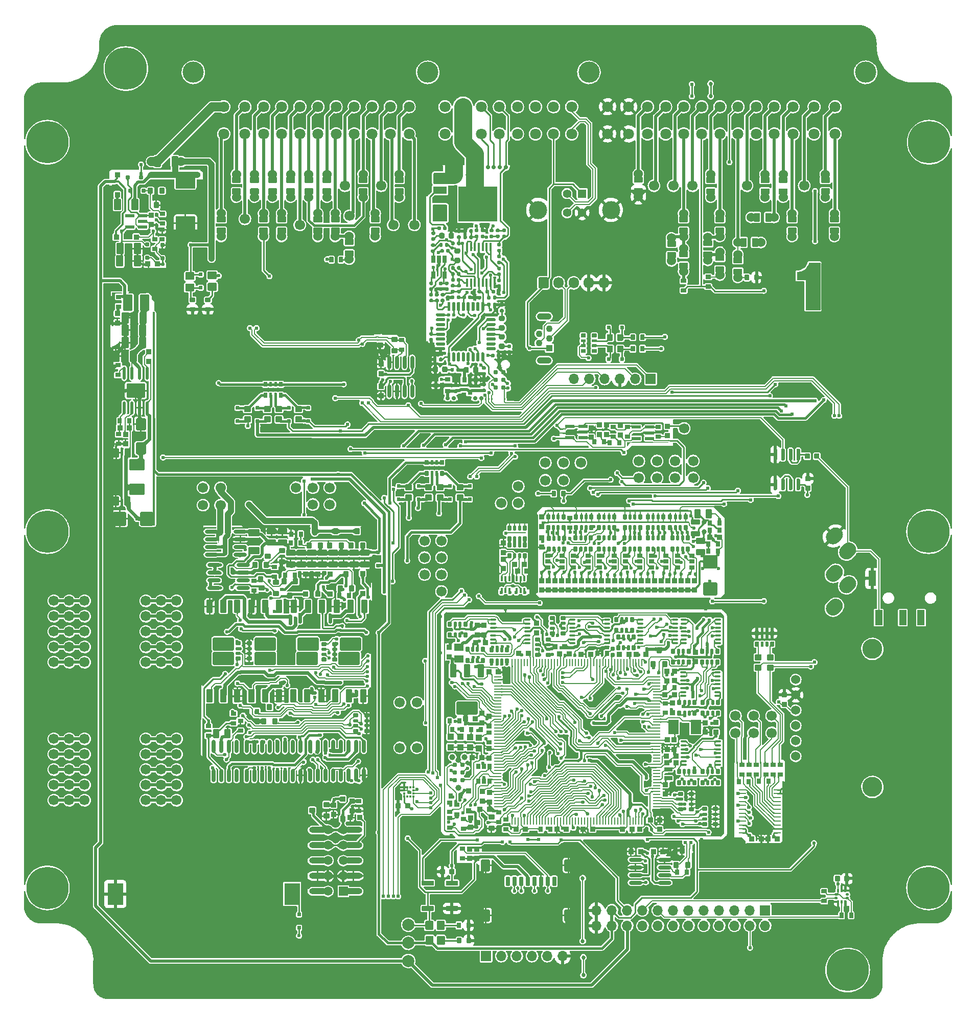
<source format=gtl>
G75*
G70*
%OFA0B0*%
%FSLAX25Y25*%
%IPPOS*%
%LPD*%
%AMOC8*
5,1,8,0,0,1.08239X$1,22.5*
%
%AMM146*
21,1,0.039370,0.049210,-0.000000,0.000000,180.000000*
21,1,0.031500,0.057090,-0.000000,0.000000,180.000000*
1,1,0.007870,-0.015750,0.024610*
1,1,0.007870,0.015750,0.024610*
1,1,0.007870,0.015750,-0.024610*
1,1,0.007870,-0.015750,-0.024610*
%
%AMM149*
21,1,0.027560,0.030710,-0.000000,0.000000,180.000000*
21,1,0.022050,0.036220,-0.000000,0.000000,180.000000*
1,1,0.005510,-0.011020,0.015350*
1,1,0.005510,0.011020,0.015350*
1,1,0.005510,0.011020,-0.015350*
1,1,0.005510,-0.011020,-0.015350*
%
%AMM153*
21,1,0.033470,0.026770,-0.000000,0.000000,0.000000*
21,1,0.026770,0.033470,-0.000000,0.000000,0.000000*
1,1,0.006690,0.013390,-0.013390*
1,1,0.006690,-0.013390,-0.013390*
1,1,0.006690,-0.013390,0.013390*
1,1,0.006690,0.013390,0.013390*
%
%AMM156*
21,1,0.027560,0.030710,-0.000000,0.000000,90.000000*
21,1,0.022050,0.036220,-0.000000,0.000000,90.000000*
1,1,0.005510,0.015350,0.011020*
1,1,0.005510,0.015350,-0.011020*
1,1,0.005510,-0.015350,-0.011020*
1,1,0.005510,-0.015350,0.011020*
%
%AMM158*
21,1,0.033470,0.026770,-0.000000,0.000000,270.000000*
21,1,0.026770,0.033470,-0.000000,0.000000,270.000000*
1,1,0.006690,-0.013390,-0.013390*
1,1,0.006690,-0.013390,0.013390*
1,1,0.006690,0.013390,0.013390*
1,1,0.006690,0.013390,-0.013390*
%
%AMM175*
21,1,0.035430,0.050000,-0.000000,-0.000000,90.000000*
21,1,0.028350,0.057090,-0.000000,-0.000000,90.000000*
1,1,0.007090,0.025000,0.014170*
1,1,0.007090,0.025000,-0.014170*
1,1,0.007090,-0.025000,-0.014170*
1,1,0.007090,-0.025000,0.014170*
%
%AMM176*
21,1,0.086610,0.073230,-0.000000,-0.000000,90.000000*
21,1,0.069290,0.090550,-0.000000,-0.000000,90.000000*
1,1,0.017320,0.036610,0.034650*
1,1,0.017320,0.036610,-0.034650*
1,1,0.017320,-0.036610,-0.034650*
1,1,0.017320,-0.036610,0.034650*
%
%AMM177*
21,1,0.027560,0.030710,-0.000000,-0.000000,270.000000*
21,1,0.022050,0.036220,-0.000000,-0.000000,270.000000*
1,1,0.005510,-0.015350,-0.011020*
1,1,0.005510,-0.015350,0.011020*
1,1,0.005510,0.015350,0.011020*
1,1,0.005510,0.015350,-0.011020*
%
%AMM178*
21,1,0.007870,0.503940,-0.000000,-0.000000,0.000000*
21,1,0.000000,0.511810,-0.000000,-0.000000,0.000000*
1,1,0.007870,-0.000000,-0.251970*
1,1,0.007870,-0.000000,-0.251970*
1,1,0.007870,-0.000000,0.251970*
1,1,0.007870,-0.000000,0.251970*
%
%AMM179*
21,1,0.025590,0.026380,-0.000000,-0.000000,180.000000*
21,1,0.020470,0.031500,-0.000000,-0.000000,180.000000*
1,1,0.005120,-0.010240,0.013190*
1,1,0.005120,0.010240,0.013190*
1,1,0.005120,0.010240,-0.013190*
1,1,0.005120,-0.010240,-0.013190*
%
%AMM180*
21,1,0.023620,0.030710,-0.000000,-0.000000,270.000000*
21,1,0.018900,0.035430,-0.000000,-0.000000,270.000000*
1,1,0.004720,-0.015350,-0.009450*
1,1,0.004720,-0.015350,0.009450*
1,1,0.004720,0.015350,0.009450*
1,1,0.004720,0.015350,-0.009450*
%
%AMM181*
21,1,0.033470,0.026770,-0.000000,-0.000000,90.000000*
21,1,0.026770,0.033470,-0.000000,-0.000000,90.000000*
1,1,0.006690,0.013390,0.013390*
1,1,0.006690,0.013390,-0.013390*
1,1,0.006690,-0.013390,-0.013390*
1,1,0.006690,-0.013390,0.013390*
%
%AMM182*
21,1,0.017720,0.027950,-0.000000,-0.000000,180.000000*
21,1,0.014170,0.031500,-0.000000,-0.000000,180.000000*
1,1,0.003540,-0.007090,0.013980*
1,1,0.003540,0.007090,0.013980*
1,1,0.003540,0.007090,-0.013980*
1,1,0.003540,-0.007090,-0.013980*
%
%AMM183*
21,1,0.039370,0.049210,-0.000000,-0.000000,270.000000*
21,1,0.031500,0.057090,-0.000000,-0.000000,270.000000*
1,1,0.007870,-0.024610,-0.015750*
1,1,0.007870,-0.024610,0.015750*
1,1,0.007870,0.024610,0.015750*
1,1,0.007870,0.024610,-0.015750*
%
%AMM184*
21,1,0.027560,0.030710,-0.000000,-0.000000,180.000000*
21,1,0.022050,0.036220,-0.000000,-0.000000,180.000000*
1,1,0.005510,-0.011020,0.015350*
1,1,0.005510,0.011020,0.015350*
1,1,0.005510,0.011020,-0.015350*
1,1,0.005510,-0.011020,-0.015350*
%
%AMM185*
21,1,0.039370,0.049210,-0.000000,-0.000000,0.000000*
21,1,0.031500,0.057090,-0.000000,-0.000000,0.000000*
1,1,0.007870,0.015750,-0.024610*
1,1,0.007870,-0.015750,-0.024610*
1,1,0.007870,-0.015750,0.024610*
1,1,0.007870,0.015750,0.024610*
%
%AMM186*
21,1,0.007870,0.041340,-0.000000,-0.000000,180.000000*
21,1,0.000000,0.049210,-0.000000,-0.000000,180.000000*
1,1,0.007870,-0.000000,0.020670*
1,1,0.007870,-0.000000,0.020670*
1,1,0.007870,-0.000000,-0.020670*
1,1,0.007870,-0.000000,-0.020670*
%
%AMM187*
21,1,0.033470,0.026770,-0.000000,-0.000000,0.000000*
21,1,0.026770,0.033470,-0.000000,-0.000000,0.000000*
1,1,0.006690,0.013390,-0.013390*
1,1,0.006690,-0.013390,-0.013390*
1,1,0.006690,-0.013390,0.013390*
1,1,0.006690,0.013390,0.013390*
%
%AMM188*
21,1,0.009840,0.919290,-0.000000,-0.000000,90.000000*
21,1,0.000000,0.929130,-0.000000,-0.000000,90.000000*
1,1,0.009840,0.459650,-0.000000*
1,1,0.009840,0.459650,-0.000000*
1,1,0.009840,-0.459650,-0.000000*
1,1,0.009840,-0.459650,-0.000000*
%
%AMM205*
21,1,0.033470,0.026770,-0.000000,-0.000000,180.000000*
21,1,0.026770,0.033470,-0.000000,-0.000000,180.000000*
1,1,0.006690,-0.013390,0.013390*
1,1,0.006690,0.013390,0.013390*
1,1,0.006690,0.013390,-0.013390*
1,1,0.006690,-0.013390,-0.013390*
%
%AMM206*
21,1,0.027560,0.030710,-0.000000,-0.000000,90.000000*
21,1,0.022050,0.036220,-0.000000,-0.000000,90.000000*
1,1,0.005510,0.015350,0.011020*
1,1,0.005510,0.015350,-0.011020*
1,1,0.005510,-0.015350,-0.011020*
1,1,0.005510,-0.015350,0.011020*
%
%AMM207*
21,1,0.015750,0.009840,-0.000000,-0.000000,225.000000*
1,1,0.009840,0.005570,0.005570*
1,1,0.009840,-0.005570,-0.005570*
%
%AMM227*
21,1,0.027560,0.030710,-0.000000,0.000000,270.000000*
21,1,0.022050,0.036220,-0.000000,0.000000,270.000000*
1,1,0.005510,-0.015350,-0.011020*
1,1,0.005510,-0.015350,0.011020*
1,1,0.005510,0.015350,0.011020*
1,1,0.005510,0.015350,-0.011020*
%
%AMM254*
21,1,0.007870,0.029130,-0.000000,-0.000000,45.000000*
21,1,0.000000,0.037010,-0.000000,-0.000000,45.000000*
1,1,0.007870,0.010300,-0.010300*
1,1,0.007870,0.010300,-0.010300*
1,1,0.007870,-0.010300,0.010300*
1,1,0.007870,-0.010300,0.010300*
%
%AMM255*
21,1,0.007870,0.014960,-0.000000,-0.000000,315.000000*
21,1,0.000000,0.022840,-0.000000,-0.000000,315.000000*
1,1,0.007870,-0.005290,-0.005290*
1,1,0.007870,-0.005290,-0.005290*
1,1,0.007870,0.005290,0.005290*
1,1,0.007870,0.005290,0.005290*
%
%AMM256*
21,1,0.027560,0.018900,-0.000000,-0.000000,0.000000*
21,1,0.022840,0.023620,-0.000000,-0.000000,0.000000*
1,1,0.004720,0.011420,-0.009450*
1,1,0.004720,-0.011420,-0.009450*
1,1,0.004720,-0.011420,0.009450*
1,1,0.004720,0.011420,0.009450*
%
%AMM257*
21,1,0.035430,0.030320,-0.000000,-0.000000,0.000000*
21,1,0.028350,0.037400,-0.000000,-0.000000,0.000000*
1,1,0.007090,0.014170,-0.015160*
1,1,0.007090,-0.014170,-0.015160*
1,1,0.007090,-0.014170,0.015160*
1,1,0.007090,0.014170,0.015160*
%
%AMM258*
21,1,0.025590,0.026380,-0.000000,-0.000000,90.000000*
21,1,0.020470,0.031500,-0.000000,-0.000000,90.000000*
1,1,0.005120,0.013190,0.010240*
1,1,0.005120,0.013190,-0.010240*
1,1,0.005120,-0.013190,-0.010240*
1,1,0.005120,-0.013190,0.010240*
%
%AMM259*
21,1,0.035830,0.026770,-0.000000,-0.000000,90.000000*
21,1,0.029130,0.033470,-0.000000,-0.000000,90.000000*
1,1,0.006690,0.013390,0.014570*
1,1,0.006690,0.013390,-0.014570*
1,1,0.006690,-0.013390,-0.014570*
1,1,0.006690,-0.013390,0.014570*
%
%AMM260*
21,1,0.137800,0.067720,-0.000000,-0.000000,180.000000*
21,1,0.120870,0.084650,-0.000000,-0.000000,180.000000*
1,1,0.016930,-0.060430,0.033860*
1,1,0.016930,0.060430,0.033860*
1,1,0.016930,0.060430,-0.033860*
1,1,0.016930,-0.060430,-0.033860*
%
%AMM261*
21,1,0.043310,0.075980,-0.000000,-0.000000,180.000000*
21,1,0.034650,0.084650,-0.000000,-0.000000,180.000000*
1,1,0.008660,-0.017320,0.037990*
1,1,0.008660,0.017320,0.037990*
1,1,0.008660,0.017320,-0.037990*
1,1,0.008660,-0.017320,-0.037990*
%
%AMM262*
21,1,0.035430,0.030320,-0.000000,-0.000000,90.000000*
21,1,0.028350,0.037400,-0.000000,-0.000000,90.000000*
1,1,0.007090,0.015160,0.014170*
1,1,0.007090,0.015160,-0.014170*
1,1,0.007090,-0.015160,-0.014170*
1,1,0.007090,-0.015160,0.014170*
%
%AMM263*
21,1,0.007870,0.055120,-0.000000,-0.000000,90.000000*
21,1,0.000000,0.062990,-0.000000,-0.000000,90.000000*
1,1,0.007870,0.027560,-0.000000*
1,1,0.007870,0.027560,-0.000000*
1,1,0.007870,-0.027560,-0.000000*
1,1,0.007870,-0.027560,-0.000000*
%
%AMM264*
21,1,0.007870,0.023620,-0.000000,-0.000000,135.000000*
21,1,0.000000,0.031500,-0.000000,-0.000000,135.000000*
1,1,0.007870,0.008350,0.008350*
1,1,0.007870,0.008350,0.008350*
1,1,0.007870,-0.008350,-0.008350*
1,1,0.007870,-0.008350,-0.008350*
%
%AMM265*
21,1,0.007870,0.013780,-0.000000,-0.000000,225.000000*
21,1,0.000000,0.021650,-0.000000,-0.000000,225.000000*
1,1,0.007870,-0.004870,0.004870*
1,1,0.007870,-0.004870,0.004870*
1,1,0.007870,0.004870,-0.004870*
1,1,0.007870,0.004870,-0.004870*
%
%AMM266*
21,1,0.007870,0.039370,-0.000000,-0.000000,225.000000*
21,1,0.000000,0.047240,-0.000000,-0.000000,225.000000*
1,1,0.007870,-0.013920,0.013920*
1,1,0.007870,-0.013920,0.013920*
1,1,0.007870,0.013920,-0.013920*
1,1,0.007870,0.013920,-0.013920*
%
%AMM267*
21,1,0.007870,1.704720,-0.000000,-0.000000,90.000000*
21,1,0.000000,1.712600,-0.000000,-0.000000,90.000000*
1,1,0.007870,0.852360,-0.000000*
1,1,0.007870,0.852360,-0.000000*
1,1,0.007870,-0.852360,-0.000000*
1,1,0.007870,-0.852360,-0.000000*
%
%AMM268*
21,1,0.027560,0.030710,-0.000000,-0.000000,0.000000*
21,1,0.022050,0.036220,-0.000000,-0.000000,0.000000*
1,1,0.005510,0.011020,-0.015350*
1,1,0.005510,-0.011020,-0.015350*
1,1,0.005510,-0.011020,0.015350*
1,1,0.005510,0.011020,0.015350*
%
%AMM269*
21,1,0.039370,0.035430,-0.000000,-0.000000,90.000000*
21,1,0.031500,0.043310,-0.000000,-0.000000,90.000000*
1,1,0.007870,0.017720,0.015750*
1,1,0.007870,0.017720,-0.015750*
1,1,0.007870,-0.017720,-0.015750*
1,1,0.007870,-0.017720,0.015750*
%
%AMM270*
21,1,0.007870,1.405510,-0.000000,-0.000000,0.000000*
21,1,0.000000,1.413390,-0.000000,-0.000000,0.000000*
1,1,0.007870,-0.000000,-0.702760*
1,1,0.007870,-0.000000,-0.702760*
1,1,0.007870,-0.000000,0.702760*
1,1,0.007870,-0.000000,0.702760*
%
%AMM271*
21,1,0.043310,0.075990,-0.000000,-0.000000,180.000000*
21,1,0.034650,0.084650,-0.000000,-0.000000,180.000000*
1,1,0.008660,-0.017320,0.037990*
1,1,0.008660,0.017320,0.037990*
1,1,0.008660,0.017320,-0.037990*
1,1,0.008660,-0.017320,-0.037990*
%
%AMM272*
21,1,0.023620,0.030710,-0.000000,-0.000000,0.000000*
21,1,0.018900,0.035430,-0.000000,-0.000000,0.000000*
1,1,0.004720,0.009450,-0.015350*
1,1,0.004720,-0.009450,-0.015350*
1,1,0.004720,-0.009450,0.015350*
1,1,0.004720,0.009450,0.015350*
%
%AMM273*
21,1,0.035830,0.026770,-0.000000,-0.000000,0.000000*
21,1,0.029130,0.033470,-0.000000,-0.000000,0.000000*
1,1,0.006690,0.014570,-0.013390*
1,1,0.006690,-0.014570,-0.013390*
1,1,0.006690,-0.014570,0.013390*
1,1,0.006690,0.014570,0.013390*
%
%AMM274*
21,1,0.027560,0.049610,-0.000000,-0.000000,90.000000*
21,1,0.022050,0.055120,-0.000000,-0.000000,90.000000*
1,1,0.005510,0.024800,0.011020*
1,1,0.005510,0.024800,-0.011020*
1,1,0.005510,-0.024800,-0.011020*
1,1,0.005510,-0.024800,0.011020*
%
%AMM275*
21,1,0.017720,0.027950,-0.000000,-0.000000,90.000000*
21,1,0.014170,0.031500,-0.000000,-0.000000,90.000000*
1,1,0.003540,0.013980,0.007090*
1,1,0.003540,0.013980,-0.007090*
1,1,0.003540,-0.013980,-0.007090*
1,1,0.003540,-0.013980,0.007090*
%
%AMM276*
21,1,0.009840,0.017720,-0.000000,-0.000000,0.000000*
21,1,0.000000,0.027560,-0.000000,-0.000000,0.000000*
1,1,0.009840,-0.000000,-0.008860*
1,1,0.009840,-0.000000,-0.008860*
1,1,0.009840,-0.000000,0.008860*
1,1,0.009840,-0.000000,0.008860*
%
%AMM277*
21,1,0.007870,1.416930,-0.000000,-0.000000,0.000000*
21,1,0.000000,1.424800,-0.000000,-0.000000,0.000000*
1,1,0.007870,-0.000000,-0.708470*
1,1,0.007870,-0.000000,-0.708470*
1,1,0.007870,-0.000000,0.708470*
1,1,0.007870,-0.000000,0.708470*
%
%AMM278*
21,1,0.007870,1.787400,-0.000000,-0.000000,90.000000*
21,1,0.000000,1.795280,-0.000000,-0.000000,90.000000*
1,1,0.007870,0.893700,-0.000000*
1,1,0.007870,0.893700,-0.000000*
1,1,0.007870,-0.893700,-0.000000*
1,1,0.007870,-0.893700,-0.000000*
%
%AMM295*
21,1,0.035430,0.030320,-0.000000,0.000000,90.000000*
21,1,0.028350,0.037400,-0.000000,0.000000,90.000000*
1,1,0.007090,0.015160,0.014170*
1,1,0.007090,0.015160,-0.014170*
1,1,0.007090,-0.015160,-0.014170*
1,1,0.007090,-0.015160,0.014170*
%
%AMM296*
21,1,0.070870,0.036220,-0.000000,0.000000,90.000000*
21,1,0.061810,0.045280,-0.000000,0.000000,90.000000*
1,1,0.009060,0.018110,0.030910*
1,1,0.009060,0.018110,-0.030910*
1,1,0.009060,-0.018110,-0.030910*
1,1,0.009060,-0.018110,0.030910*
%
%AMM299*
21,1,0.035830,0.026770,-0.000000,0.000000,180.000000*
21,1,0.029130,0.033470,-0.000000,0.000000,180.000000*
1,1,0.006690,-0.014570,0.013390*
1,1,0.006690,0.014570,0.013390*
1,1,0.006690,0.014570,-0.013390*
1,1,0.006690,-0.014570,-0.013390*
%
%AMM302*
21,1,0.025590,0.026380,-0.000000,0.000000,180.000000*
21,1,0.020470,0.031500,-0.000000,0.000000,180.000000*
1,1,0.005120,-0.010240,0.013190*
1,1,0.005120,0.010240,0.013190*
1,1,0.005120,0.010240,-0.013190*
1,1,0.005120,-0.010240,-0.013190*
%
%AMM304*
21,1,0.017720,0.027950,-0.000000,0.000000,180.000000*
21,1,0.014170,0.031500,-0.000000,0.000000,180.000000*
1,1,0.003540,-0.007090,0.013980*
1,1,0.003540,0.007090,0.013980*
1,1,0.003540,0.007090,-0.013980*
1,1,0.003540,-0.007090,-0.013980*
%
%AMM31*
21,1,0.027560,0.030710,0.000000,0.000000,270.000000*
21,1,0.022050,0.036220,0.000000,0.000000,270.000000*
1,1,0.005510,-0.015350,-0.011020*
1,1,0.005510,-0.015350,0.011020*
1,1,0.005510,0.015350,0.011020*
1,1,0.005510,0.015350,-0.011020*
%
%AMM315*
21,1,0.035430,0.030320,-0.000000,-0.000000,180.000000*
21,1,0.028350,0.037400,-0.000000,-0.000000,180.000000*
1,1,0.007090,-0.014170,0.015160*
1,1,0.007090,0.014170,0.015160*
1,1,0.007090,0.014170,-0.015160*
1,1,0.007090,-0.014170,-0.015160*
%
%AMM316*
21,1,0.003940,0.007870,-0.000000,-0.000000,315.000000*
1,1,0.007870,-0.001390,0.001390*
1,1,0.007870,0.001390,-0.001390*
%
%AMM317*
21,1,0.087800,0.007870,-0.000000,-0.000000,225.000000*
1,1,0.007870,0.031040,0.031040*
1,1,0.007870,-0.031040,-0.031040*
%
%AMM318*
21,1,0.035830,0.026770,-0.000000,-0.000000,270.000000*
21,1,0.029130,0.033470,-0.000000,-0.000000,270.000000*
1,1,0.006690,-0.013390,-0.014570*
1,1,0.006690,-0.013390,0.014570*
1,1,0.006690,0.013390,0.014570*
1,1,0.006690,0.013390,-0.014570*
%
%AMM319*
21,1,0.043310,0.075990,-0.000000,-0.000000,0.000000*
21,1,0.034650,0.084650,-0.000000,-0.000000,0.000000*
1,1,0.008660,0.017320,-0.037990*
1,1,0.008660,-0.017320,-0.037990*
1,1,0.008660,-0.017320,0.037990*
1,1,0.008660,0.017320,0.037990*
%
%AMM320*
21,1,0.043310,0.075980,-0.000000,-0.000000,0.000000*
21,1,0.034650,0.084650,-0.000000,-0.000000,0.000000*
1,1,0.008660,0.017320,-0.037990*
1,1,0.008660,-0.017320,-0.037990*
1,1,0.008660,-0.017320,0.037990*
1,1,0.008660,0.017320,0.037990*
%
%AMM321*
21,1,0.025590,0.026380,-0.000000,-0.000000,270.000000*
21,1,0.020470,0.031500,-0.000000,-0.000000,270.000000*
1,1,0.005120,-0.013190,-0.010240*
1,1,0.005120,-0.013190,0.010240*
1,1,0.005120,0.013190,0.010240*
1,1,0.005120,0.013190,-0.010240*
%
%AMM322*
21,1,0.137800,0.067720,-0.000000,-0.000000,0.000000*
21,1,0.120870,0.084650,-0.000000,-0.000000,0.000000*
1,1,0.016930,0.060430,-0.033860*
1,1,0.016930,-0.060430,-0.033860*
1,1,0.016930,-0.060430,0.033860*
1,1,0.016930,0.060430,0.033860*
%
%AMM323*
21,1,0.017720,0.027950,-0.000000,-0.000000,270.000000*
21,1,0.014170,0.031500,-0.000000,-0.000000,270.000000*
1,1,0.003540,-0.013980,-0.007090*
1,1,0.003540,-0.013980,0.007090*
1,1,0.003540,0.013980,0.007090*
1,1,0.003540,0.013980,-0.007090*
%
%AMM324*
21,1,0.070870,0.036220,-0.000000,-0.000000,180.000000*
21,1,0.061810,0.045280,-0.000000,-0.000000,180.000000*
1,1,0.009060,-0.030910,0.018110*
1,1,0.009060,0.030910,0.018110*
1,1,0.009060,0.030910,-0.018110*
1,1,0.009060,-0.030910,-0.018110*
%
%AMM325*
21,1,0.031500,0.007870,-0.000000,-0.000000,135.000000*
1,1,0.007870,0.011140,-0.011140*
1,1,0.007870,-0.011140,0.011140*
%
%AMM334*
21,1,0.012600,0.028980,-0.000000,0.000000,0.000000*
21,1,0.010080,0.031500,-0.000000,0.000000,0.000000*
1,1,0.002520,0.005040,-0.014490*
1,1,0.002520,-0.005040,-0.014490*
1,1,0.002520,-0.005040,0.014490*
1,1,0.002520,0.005040,0.014490*
%
%AMM336*
21,1,0.007870,0.078350,-0.000000,0.000000,225.000000*
21,1,0.000000,0.086220,-0.000000,0.000000,225.000000*
1,1,0.007870,-0.027700,0.027700*
1,1,0.007870,-0.027700,0.027700*
1,1,0.007870,0.027700,-0.027700*
1,1,0.007870,0.027700,-0.027700*
%
%AMM337*
21,1,0.007870,0.643700,-0.000000,0.000000,0.000000*
21,1,0.000000,0.651580,-0.000000,0.000000,0.000000*
1,1,0.007870,-0.000000,-0.321850*
1,1,0.007870,-0.000000,-0.321850*
1,1,0.007870,-0.000000,0.321850*
1,1,0.007870,-0.000000,0.321850*
%
%AMM338*
21,1,0.007870,0.287010,-0.000000,0.000000,270.000000*
21,1,0.000000,0.294880,-0.000000,0.000000,270.000000*
1,1,0.007870,-0.143500,0.000000*
1,1,0.007870,-0.143500,0.000000*
1,1,0.007870,0.143500,0.000000*
1,1,0.007870,0.143500,0.000000*
%
%AMM343*
21,1,0.007870,0.080320,-0.000000,0.000000,315.000000*
21,1,0.000000,0.088190,-0.000000,0.000000,315.000000*
1,1,0.007870,-0.028400,-0.028400*
1,1,0.007870,-0.028400,-0.028400*
1,1,0.007870,0.028400,0.028400*
1,1,0.007870,0.028400,0.028400*
%
%AMM344*
21,1,0.035830,0.026770,-0.000000,0.000000,90.000000*
21,1,0.029130,0.033470,-0.000000,0.000000,90.000000*
1,1,0.006690,0.013390,0.014570*
1,1,0.006690,0.013390,-0.014570*
1,1,0.006690,-0.013390,-0.014570*
1,1,0.006690,-0.013390,0.014570*
%
%AMM345*
21,1,0.007870,0.400390,-0.000000,0.000000,90.000000*
21,1,0.000000,0.408270,-0.000000,0.000000,90.000000*
1,1,0.007870,0.200200,0.000000*
1,1,0.007870,0.200200,0.000000*
1,1,0.007870,-0.200200,0.000000*
1,1,0.007870,-0.200200,0.000000*
%
%AMM346*
21,1,0.007870,0.640160,-0.000000,0.000000,0.000000*
21,1,0.000000,0.648030,-0.000000,0.000000,0.000000*
1,1,0.007870,-0.000000,-0.320080*
1,1,0.007870,-0.000000,-0.320080*
1,1,0.007870,-0.000000,0.320080*
1,1,0.007870,-0.000000,0.320080*
%
%AMM348*
21,1,0.035430,0.030320,0.000000,-0.000000,90.000000*
21,1,0.028350,0.037400,0.000000,-0.000000,90.000000*
1,1,0.007090,0.015160,0.014170*
1,1,0.007090,0.015160,-0.014170*
1,1,0.007090,-0.015160,-0.014170*
1,1,0.007090,-0.015160,0.014170*
%
%AMM349*
21,1,0.033470,0.026770,0.000000,-0.000000,270.000000*
21,1,0.026770,0.033470,0.000000,-0.000000,270.000000*
1,1,0.006690,-0.013390,-0.013390*
1,1,0.006690,-0.013390,0.013390*
1,1,0.006690,0.013390,0.013390*
1,1,0.006690,0.013390,-0.013390*
%
%AMM350*
21,1,0.027560,0.030710,0.000000,-0.000000,90.000000*
21,1,0.022050,0.036220,0.000000,-0.000000,90.000000*
1,1,0.005510,0.015350,0.011020*
1,1,0.005510,0.015350,-0.011020*
1,1,0.005510,-0.015350,-0.011020*
1,1,0.005510,-0.015350,0.011020*
%
%AMM356*
21,1,0.021650,0.052760,-0.000000,-0.000000,90.000000*
21,1,0.017320,0.057090,-0.000000,-0.000000,90.000000*
1,1,0.004330,0.026380,0.008660*
1,1,0.004330,0.026380,-0.008660*
1,1,0.004330,-0.026380,-0.008660*
1,1,0.004330,-0.026380,0.008660*
%
%AMM358*
21,1,0.035430,0.030320,-0.000000,0.000000,180.000000*
21,1,0.028350,0.037400,-0.000000,0.000000,180.000000*
1,1,0.007090,-0.014170,0.015160*
1,1,0.007090,0.014170,0.015160*
1,1,0.007090,0.014170,-0.015160*
1,1,0.007090,-0.014170,-0.015160*
%
%AMM359*
21,1,0.047240,0.015750,-0.000000,0.000000,225.000000*
1,1,0.015750,0.016700,0.016700*
1,1,0.015750,-0.016700,-0.016700*
%
%AMM360*
21,1,0.021650,0.052760,-0.000000,0.000000,90.000000*
21,1,0.017320,0.057090,-0.000000,0.000000,90.000000*
1,1,0.004330,0.026380,0.008660*
1,1,0.004330,0.026380,-0.008660*
1,1,0.004330,-0.026380,-0.008660*
1,1,0.004330,-0.026380,0.008660*
%
%AMM361*
21,1,0.023620,0.018900,-0.000000,0.000000,0.000000*
21,1,0.018900,0.023620,-0.000000,0.000000,0.000000*
1,1,0.004720,0.009450,-0.009450*
1,1,0.004720,-0.009450,-0.009450*
1,1,0.004720,-0.009450,0.009450*
1,1,0.004720,0.009450,0.009450*
%
%AMM362*
21,1,0.094490,0.111020,-0.000000,0.000000,270.000000*
21,1,0.075590,0.129920,-0.000000,0.000000,270.000000*
1,1,0.018900,-0.055510,-0.037800*
1,1,0.018900,-0.055510,0.037800*
1,1,0.018900,0.055510,0.037800*
1,1,0.018900,0.055510,-0.037800*
%
%AMM363*
21,1,0.023620,0.018900,-0.000000,0.000000,270.000000*
21,1,0.018900,0.023620,-0.000000,0.000000,270.000000*
1,1,0.004720,-0.009450,-0.009450*
1,1,0.004720,-0.009450,0.009450*
1,1,0.004720,0.009450,0.009450*
1,1,0.004720,0.009450,-0.009450*
%
%AMM364*
21,1,0.033470,0.026770,-0.000000,0.000000,180.000000*
21,1,0.026770,0.033470,-0.000000,0.000000,180.000000*
1,1,0.006690,-0.013390,0.013390*
1,1,0.006690,0.013390,0.013390*
1,1,0.006690,0.013390,-0.013390*
1,1,0.006690,-0.013390,-0.013390*
%
%AMM371*
21,1,0.106300,0.050390,-0.000000,0.000000,90.000000*
21,1,0.093700,0.062990,-0.000000,0.000000,90.000000*
1,1,0.012600,0.025200,0.046850*
1,1,0.012600,0.025200,-0.046850*
1,1,0.012600,-0.025200,-0.046850*
1,1,0.012600,-0.025200,0.046850*
%
%AMM372*
21,1,0.074800,0.083460,-0.000000,0.000000,270.000000*
21,1,0.059840,0.098430,-0.000000,0.000000,270.000000*
1,1,0.014960,-0.041730,-0.029920*
1,1,0.014960,-0.041730,0.029920*
1,1,0.014960,0.041730,0.029920*
1,1,0.014960,0.041730,-0.029920*
%
%AMM373*
21,1,0.078740,0.053540,-0.000000,0.000000,270.000000*
21,1,0.065350,0.066930,-0.000000,0.000000,270.000000*
1,1,0.013390,-0.026770,-0.032680*
1,1,0.013390,-0.026770,0.032680*
1,1,0.013390,0.026770,0.032680*
1,1,0.013390,0.026770,-0.032680*
%
%AMM374*
21,1,0.122050,0.075590,-0.000000,0.000000,0.000000*
21,1,0.103150,0.094490,-0.000000,0.000000,0.000000*
1,1,0.018900,0.051580,-0.037800*
1,1,0.018900,-0.051580,-0.037800*
1,1,0.018900,-0.051580,0.037800*
1,1,0.018900,0.051580,0.037800*
%
%AMM375*
21,1,0.086610,0.073230,-0.000000,0.000000,180.000000*
21,1,0.069290,0.090550,-0.000000,0.000000,180.000000*
1,1,0.017320,-0.034650,0.036610*
1,1,0.017320,0.034650,0.036610*
1,1,0.017320,0.034650,-0.036610*
1,1,0.017320,-0.034650,-0.036610*
%
%AMM376*
21,1,0.070870,0.036220,-0.000000,0.000000,270.000000*
21,1,0.061810,0.045280,-0.000000,0.000000,270.000000*
1,1,0.009060,-0.018110,-0.030910*
1,1,0.009060,-0.018110,0.030910*
1,1,0.009060,0.018110,0.030910*
1,1,0.009060,0.018110,-0.030910*
%
%AMM77*
21,1,0.078740,0.045670,0.000000,0.000000,270.000000*
21,1,0.067320,0.057090,0.000000,0.000000,270.000000*
1,1,0.011420,-0.022840,-0.033660*
1,1,0.011420,-0.022840,0.033660*
1,1,0.011420,0.022840,0.033660*
1,1,0.011420,0.022840,-0.033660*
%
%AMM78*
21,1,0.059060,0.020470,0.000000,0.000000,270.000000*
21,1,0.053940,0.025590,0.000000,0.000000,270.000000*
1,1,0.005120,-0.010240,-0.026970*
1,1,0.005120,-0.010240,0.026970*
1,1,0.005120,0.010240,0.026970*
1,1,0.005120,0.010240,-0.026970*
%
%AMM79*
21,1,0.033470,0.026770,0.000000,0.000000,90.000000*
21,1,0.026770,0.033470,0.000000,0.000000,90.000000*
1,1,0.006690,0.013390,0.013390*
1,1,0.006690,0.013390,-0.013390*
1,1,0.006690,-0.013390,-0.013390*
1,1,0.006690,-0.013390,0.013390*
%
%ADD10C,0.01969*%
%ADD100O,0.01969X0.50000*%
%ADD109O,0.36220X0.00787*%
%ADD11O,0.12205X0.00787*%
%ADD110R,0.01968X0.01968*%
%ADD112O,0.56890X0.01969*%
%ADD113R,0.03543X0.03150*%
%ADD116O,0.01968X0.50000*%
%ADD118O,0.01969X0.00984*%
%ADD12O,0.05118X0.00866*%
%ADD129C,0.02756*%
%ADD130O,0.11811X0.01969*%
%ADD131C,0.07087*%
%ADD132R,0.05906X0.05118*%
%ADD134O,0.00787X0.03740*%
%ADD135O,0.04724X0.01969*%
%ADD14O,0.01969X0.44882*%
%ADD140O,0.00787X0.16732*%
%ADD145O,0.03937X0.05906*%
%ADD146C,0.02362*%
%ADD148R,0.03740X0.00984*%
%ADD149O,0.02362X0.08661*%
%ADD150O,0.01575X0.35433*%
%ADD151O,0.00984X0.01968*%
%ADD155O,0.06693X0.00787*%
%ADD156C,0.13780*%
%ADD157O,0.00787X0.25591*%
%ADD160R,0.01476X0.01378*%
%ADD162O,0.01969X0.00787*%
%ADD163O,0.00787X0.26772*%
%ADD164O,0.21260X0.01575*%
%ADD166C,0.00800*%
%ADD168M78*%
%ADD170C,0.03937*%
%ADD172O,0.01968X0.00984*%
%ADD173O,0.00787X0.54331*%
%ADD178O,0.01575X1.39370*%
%ADD18O,0.00984X0.40157*%
%ADD182C,0.05512*%
%ADD189O,0.00787X0.56693*%
%ADD191O,0.06693X0.07283*%
%ADD194O,0.00787X0.34744*%
%ADD20M79*%
%ADD201R,0.05512X0.05512*%
%ADD203M31*%
%ADD204R,0.05709X0.00984*%
%ADD21R,0.12205X0.00984*%
%ADD214C,0.13000*%
%ADD223O,0.00984X0.01969*%
%ADD224O,0.01969X0.11811*%
%ADD233C,0.00394*%
%ADD239C,0.05906*%
%ADD246O,0.00787X0.22323*%
%ADD247R,0.01378X0.01476*%
%ADD248R,0.08858X0.00984*%
%ADD25C,0.02000*%
%ADD253O,0.28346X0.01575*%
%ADD255O,0.38583X0.01575*%
%ADD258O,0.00787X1.01772*%
%ADD259R,0.10236X0.14173*%
%ADD263R,0.03150X0.03543*%
%ADD265O,0.03150X0.02362*%
%ADD267R,0.06693X0.09449*%
%ADD27O,0.34428X0.03937*%
%ADD273O,0.00787X0.43701*%
%ADD275C,0.00984*%
%ADD277C,0.06000*%
%ADD279O,0.13780X0.00787*%
%ADD28C,0.01575*%
%ADD280O,0.01575X1.18110*%
%ADD281C,0.03150*%
%ADD283O,0.26772X0.00787*%
%ADD285O,0.04961X0.00984*%
%ADD286C,0.01000*%
%ADD29O,0.56890X0.01968*%
%ADD290C,0.27559*%
%ADD295O,0.03937X0.01968*%
%ADD299R,0.04331X0.04331*%
%ADD307C,0.04331*%
%ADD308O,0.01968X0.03937*%
%ADD309O,0.00984X0.40158*%
%ADD312O,0.20079X0.00787*%
%ADD314O,0.00787X0.16339*%
%ADD318O,0.09449X0.04331*%
%ADD319C,0.01968*%
%ADD320O,0.06693X0.06693*%
%ADD321O,0.00787X0.14173*%
%ADD326O,0.08661X0.02362*%
%ADD330O,0.00787X0.01575*%
%ADD331R,0.11614X0.00984*%
%ADD332O,0.22835X0.00984*%
%ADD338O,0.00866X0.05118*%
%ADD342O,0.68504X0.01575*%
%ADD343O,0.44587X0.00787*%
%ADD345O,0.04724X0.01968*%
%ADD350C,0.03900*%
%ADD355M146*%
%ADD358M149*%
%ADD36O,0.01968X0.11811*%
%ADD362M153*%
%ADD365M156*%
%ADD367M158*%
%ADD38C,0.03100*%
%ADD384M175*%
%ADD385M176*%
%ADD386M177*%
%ADD387M178*%
%ADD388M179*%
%ADD389M180*%
%ADD390M181*%
%ADD391M182*%
%ADD392M183*%
%ADD393M184*%
%ADD394M185*%
%ADD395M186*%
%ADD396M187*%
%ADD397M188*%
%ADD418M205*%
%ADD419M206*%
%ADD420M207*%
%ADD44C,0.06693*%
%ADD440M227*%
%ADD45O,0.04331X0.01181*%
%ADD46C,0.07874*%
%ADD473M254*%
%ADD474M255*%
%ADD475M256*%
%ADD476M257*%
%ADD477M258*%
%ADD478M259*%
%ADD479M260*%
%ADD48R,0.00984X1.54528*%
%ADD480M261*%
%ADD481M262*%
%ADD482M263*%
%ADD483M264*%
%ADD484M265*%
%ADD485M266*%
%ADD486M267*%
%ADD487M268*%
%ADD488M269*%
%ADD489M270*%
%ADD49O,0.43701X0.00787*%
%ADD490M271*%
%ADD491M272*%
%ADD492M273*%
%ADD493M274*%
%ADD494M275*%
%ADD495M276*%
%ADD496M277*%
%ADD497M278*%
%ADD52R,0.06693X0.06693*%
%ADD520M295*%
%ADD521M296*%
%ADD532M299*%
%ADD535M302*%
%ADD537M304*%
%ADD549M315*%
%ADD550M316*%
%ADD551M317*%
%ADD552M318*%
%ADD553M319*%
%ADD554M320*%
%ADD555M321*%
%ADD556M322*%
%ADD557M323*%
%ADD558M324*%
%ADD559M325*%
%ADD568M334*%
%ADD57O,1.01181X0.00787*%
%ADD570M336*%
%ADD571M337*%
%ADD572M338*%
%ADD577O,0.11221X0.04016*%
%ADD578M343*%
%ADD579M344*%
%ADD580M345*%
%ADD581M346*%
%ADD584M348*%
%ADD585M349*%
%ADD586M350*%
%ADD592M356*%
%ADD594M358*%
%ADD595M359*%
%ADD596M360*%
%ADD597M361*%
%ADD598M362*%
%ADD599M363*%
%ADD600M364*%
%ADD601O,0.01968X0.00787*%
%ADD602O,0.36221X0.00787*%
%ADD603O,0.34429X0.03937*%
%ADD611M371*%
%ADD612M372*%
%ADD613O,0.01968X0.08661*%
%ADD614M373*%
%ADD615M374*%
%ADD616M375*%
%ADD617M376*%
%ADD618O,0.28347X0.01575*%
%ADD619O,0.11811X0.01968*%
%ADD62C,0.05118*%
%ADD627R,0.02559X0.04803*%
%ADD628R,0.01772X0.05709*%
%ADD629R,0.08661X0.04724*%
%ADD63C,0.02400*%
%ADD630R,0.25197X0.22835*%
%ADD66C,0.01181*%
%ADD67C,0.00787*%
%ADD71O,0.01969X0.03937*%
%ADD78C,0.01180*%
%ADD84O,0.01968X0.44882*%
%ADD85C,0.11811*%
%ADD87O,0.22323X0.00787*%
%ADD88R,0.04724X0.09843*%
%ADD90C,0.02700*%
%ADD94M77*%
%ADD95O,0.01575X0.19685*%
%ADD98R,0.05906X0.05906*%
%ADD99O,0.01575X0.38583*%
X0000000Y0000000D02*
%LPD*%
G01*
D233*
X0519685Y0449606D02*
X0510630Y0449606D01*
X0510630Y0449606D02*
X0510630Y0468898D01*
X0510630Y0468898D02*
X0510591Y0469094D01*
X0510591Y0469094D02*
X0510433Y0469252D01*
X0510433Y0469252D02*
X0510236Y0469291D01*
X0510236Y0469291D02*
X0504724Y0469291D01*
X0504724Y0469291D02*
X0504724Y0474409D01*
X0504724Y0474409D02*
X0505118Y0474409D01*
X0505118Y0474409D02*
X0505827Y0474488D01*
X0505827Y0474488D02*
X0506654Y0474646D01*
X0506654Y0474646D02*
X0507480Y0474921D01*
X0507480Y0474921D02*
X0507992Y0475118D01*
X0507992Y0475118D02*
X0508701Y0475472D01*
X0508701Y0475472D02*
X0509370Y0475906D01*
X0509370Y0475906D02*
X0510079Y0476457D01*
X0510079Y0476457D02*
X0510827Y0477205D01*
X0510827Y0477205D02*
X0511181Y0477677D01*
X0511181Y0477677D02*
X0511614Y0478307D01*
X0511614Y0478307D02*
X0512047Y0479094D01*
X0512047Y0479094D02*
X0512362Y0479843D01*
X0512362Y0479843D02*
X0512520Y0480315D01*
X0512520Y0480315D02*
X0519685Y0480315D01*
X0519685Y0480315D02*
X0519685Y0449606D01*
G36*
X0519685Y0449606D02*
G01*
X0510630Y0449606D01*
X0510630Y0468898D01*
X0510591Y0469094D01*
X0510433Y0469252D01*
X0510236Y0469291D01*
X0504724Y0469291D01*
X0504724Y0474409D01*
X0505118Y0474409D01*
X0505827Y0474488D01*
X0506654Y0474646D01*
X0507480Y0474921D01*
X0507992Y0475118D01*
X0508701Y0475472D01*
X0509370Y0475906D01*
X0510079Y0476457D01*
X0510827Y0477205D01*
X0511181Y0477677D01*
X0511614Y0478307D01*
X0512047Y0479094D01*
X0512362Y0479843D01*
X0512520Y0480315D01*
X0519685Y0480315D01*
X0519685Y0449606D01*
G37*
X0519685Y0449606D02*
X0510630Y0449606D01*
X0510630Y0468898D01*
X0510591Y0469094D01*
X0510433Y0469252D01*
X0510236Y0469291D01*
X0504724Y0469291D01*
X0504724Y0474409D01*
X0505118Y0474409D01*
X0505827Y0474488D01*
X0506654Y0474646D01*
X0507480Y0474921D01*
X0507992Y0475118D01*
X0508701Y0475472D01*
X0509370Y0475906D01*
X0510079Y0476457D01*
X0510827Y0477205D01*
X0511181Y0477677D01*
X0511614Y0478307D01*
X0512047Y0479094D01*
X0512362Y0479843D01*
X0512520Y0480315D01*
X0519685Y0480315D01*
X0519685Y0449606D01*
G36*
G01*
X0199606Y0480945D02*
X0199606Y0484016D01*
G75*
G02*
X0199882Y0484291I0000276J0000000D01*
G01*
X0202087Y0484291D01*
G75*
G02*
X0202362Y0484016I0000000J-000276D01*
G01*
X0202362Y0480945D01*
G75*
G02*
X0202087Y0480669I-000276J0000000D01*
G01*
X0199882Y0480669D01*
G75*
G02*
X0199606Y0480945I0000000J0000276D01*
G01*
G37*
G36*
G01*
X0205906Y0480945D02*
X0205906Y0484016D01*
G75*
G02*
X0206181Y0484291I0000276J0000000D01*
G01*
X0208386Y0484291D01*
G75*
G02*
X0208661Y0484016I0000000J-000276D01*
G01*
X0208661Y0480945D01*
G75*
G02*
X0208386Y0480669I-000276J0000000D01*
G01*
X0206181Y0480669D01*
G75*
G02*
X0205906Y0480945I0000000J0000276D01*
G01*
G37*
G36*
G01*
X0448386Y0463583D02*
X0445315Y0463583D01*
G75*
G02*
X0445039Y0463858I0000000J0000276D01*
G01*
X0445039Y0466063D01*
G75*
G02*
X0445315Y0466339I0000276J0000000D01*
G01*
X0448386Y0466339D01*
G75*
G02*
X0448661Y0466063I0000000J-000276D01*
G01*
X0448661Y0463858D01*
G75*
G02*
X0448386Y0463583I-000276J0000000D01*
G01*
G37*
G36*
G01*
X0448386Y0469882D02*
X0445315Y0469882D01*
G75*
G02*
X0445039Y0470157I0000000J0000276D01*
G01*
X0445039Y0472362D01*
G75*
G02*
X0445315Y0472638I0000276J0000000D01*
G01*
X0448386Y0472638D01*
G75*
G02*
X0448661Y0472362I0000000J-000276D01*
G01*
X0448661Y0470157D01*
G75*
G02*
X0448386Y0469882I-000276J0000000D01*
G01*
G37*
G36*
G01*
X0432287Y0461024D02*
X0429216Y0461024D01*
G75*
G02*
X0428941Y0461299I0000000J0000276D01*
G01*
X0428941Y0463504D01*
G75*
G02*
X0429216Y0463780I0000276J0000000D01*
G01*
X0432287Y0463780D01*
G75*
G02*
X0432563Y0463504I0000000J-000276D01*
G01*
X0432563Y0461299D01*
G75*
G02*
X0432287Y0461024I-000276J0000000D01*
G01*
G37*
G36*
G01*
X0432287Y0467323D02*
X0429216Y0467323D01*
G75*
G02*
X0428941Y0467598I0000000J0000276D01*
G01*
X0428941Y0469803D01*
G75*
G02*
X0429216Y0470079I0000276J0000000D01*
G01*
X0432287Y0470079D01*
G75*
G02*
X0432563Y0469803I0000000J-000276D01*
G01*
X0432563Y0467598D01*
G75*
G02*
X0432287Y0467323I-000276J0000000D01*
G01*
G37*
D224*
X0354594Y0045826D03*
D100*
X0357547Y0074910D03*
D135*
X0355972Y0050845D03*
D342*
X0324082Y0099172D03*
D14*
X0299673Y0062607D03*
D112*
X0327114Y0040806D03*
D146*
X0297507Y0092873D03*
X0303708Y0073562D03*
X0353724Y0073597D03*
X0320342Y0070924D03*
X0324968Y0070924D03*
X0333531Y0070924D03*
X0342291Y0070924D03*
D118*
X0351810Y0365998D03*
X0351810Y0369443D03*
X0351810Y0372198D03*
X0421987Y0373970D03*
X0421987Y0364521D03*
G36*
G01*
X0206007Y0499409D02*
X0201085Y0499409D01*
G75*
G02*
X0200692Y0499803I0000000J0000394D01*
G01*
X0200692Y0502953D01*
G75*
G02*
X0201085Y0503346I0000394J0000000D01*
G01*
X0206007Y0503346D01*
G75*
G02*
X0206400Y0502953I0000000J-000394D01*
G01*
X0206400Y0499803D01*
G75*
G02*
X0206007Y0499409I-000394J0000000D01*
G01*
G37*
D277*
X0203546Y0497618D03*
X0203546Y0512618D03*
G36*
G01*
X0206007Y0506890D02*
X0201085Y0506890D01*
G75*
G02*
X0200692Y0507284I0000000J0000394D01*
G01*
X0200692Y0510433D01*
G75*
G02*
X0201085Y0510827I0000394J0000000D01*
G01*
X0206007Y0510827D01*
G75*
G02*
X0206400Y0510433I0000000J-000394D01*
G01*
X0206400Y0507284D01*
G75*
G02*
X0206007Y0506890I-000394J0000000D01*
G01*
G37*
D44*
X0245672Y0164192D03*
X0245672Y0193729D03*
X0233508Y0530709D03*
G36*
G01*
X0108842Y0457677D02*
X0111913Y0457677D01*
G75*
G02*
X0112189Y0457402I0000000J-000276D01*
G01*
X0112189Y0455197D01*
G75*
G02*
X0111913Y0454921I-000276J0000000D01*
G01*
X0108842Y0454921D01*
G75*
G02*
X0108567Y0455197I0000000J0000276D01*
G01*
X0108567Y0457402D01*
G75*
G02*
X0108842Y0457677I0000276J0000000D01*
G01*
G37*
G36*
G01*
X0108842Y0451378D02*
X0111913Y0451378D01*
G75*
G02*
X0112189Y0451102I0000000J-000276D01*
G01*
X0112189Y0448898D01*
G75*
G02*
X0111913Y0448622I-000276J0000000D01*
G01*
X0108842Y0448622D01*
G75*
G02*
X0108567Y0448898I0000000J0000276D01*
G01*
X0108567Y0451102D01*
G75*
G02*
X0108842Y0451378I0000276J0000000D01*
G01*
G37*
D52*
X0409252Y0404724D03*
D320*
X0399252Y0404724D03*
X0389252Y0404724D03*
X0379252Y0404724D03*
X0369252Y0404724D03*
X0359252Y0404724D03*
G36*
G01*
X0470669Y0469331D02*
X0470669Y0472402D01*
G75*
G02*
X0470945Y0472677I0000276J0000000D01*
G01*
X0473150Y0472677D01*
G75*
G02*
X0473425Y0472402I0000000J-000276D01*
G01*
X0473425Y0469331D01*
G75*
G02*
X0473150Y0469055I-000276J0000000D01*
G01*
X0470945Y0469055D01*
G75*
G02*
X0470669Y0469331I0000000J0000276D01*
G01*
G37*
G36*
G01*
X0476969Y0469331D02*
X0476969Y0472402D01*
G75*
G02*
X0477244Y0472677I0000276J0000000D01*
G01*
X0479449Y0472677D01*
G75*
G02*
X0479724Y0472402I0000000J-000276D01*
G01*
X0479724Y0469331D01*
G75*
G02*
X0479449Y0469055I-000276J0000000D01*
G01*
X0477244Y0469055D01*
G75*
G02*
X0476969Y0469331I0000000J0000276D01*
G01*
G37*
D46*
X0251181Y0025197D03*
G36*
G01*
X0242894Y0125039D02*
X0242894Y0127717D01*
G75*
G02*
X0243228Y0128051I0000335J0000000D01*
G01*
X0245906Y0128051D01*
G75*
G02*
X0246240Y0127717I0000000J-000335D01*
G01*
X0246240Y0125039D01*
G75*
G02*
X0245906Y0124705I-000335J0000000D01*
G01*
X0243228Y0124705D01*
G75*
G02*
X0242894Y0125039I0000000J0000335D01*
G01*
G37*
G36*
G01*
X0249114Y0125039D02*
X0249114Y0127717D01*
G75*
G02*
X0249449Y0128051I0000335J0000000D01*
G01*
X0252126Y0128051D01*
G75*
G02*
X0252461Y0127717I0000000J-000335D01*
G01*
X0252461Y0125039D01*
G75*
G02*
X0252126Y0124705I-000335J0000000D01*
G01*
X0249449Y0124705D01*
G75*
G02*
X0249114Y0125039I0000000J0000335D01*
G01*
G37*
D44*
X0200000Y0333858D03*
X0080000Y0220000D03*
X0080000Y0230000D03*
X0080000Y0240000D03*
X0080000Y0250000D03*
X0080000Y0260000D03*
X0090000Y0220000D03*
X0090000Y0230000D03*
X0090000Y0240000D03*
X0090000Y0250000D03*
X0090000Y0260000D03*
X0100000Y0220000D03*
X0100000Y0230000D03*
X0100000Y0240000D03*
X0100000Y0250000D03*
X0100000Y0260000D03*
D277*
X0454374Y0487382D03*
G36*
G01*
X0451913Y0485591D02*
X0456834Y0485591D01*
G75*
G02*
X0457228Y0485197I0000000J-000394D01*
G01*
X0457228Y0482047D01*
G75*
G02*
X0456834Y0481654I-000394J0000000D01*
G01*
X0451913Y0481654D01*
G75*
G02*
X0451520Y0482047I0000000J0000394D01*
G01*
X0451520Y0485197D01*
G75*
G02*
X0451913Y0485591I0000394J0000000D01*
G01*
G37*
G36*
G01*
X0451913Y0478110D02*
X0456834Y0478110D01*
G75*
G02*
X0457228Y0477716I0000000J-000394D01*
G01*
X0457228Y0474567D01*
G75*
G02*
X0456834Y0474173I-000394J0000000D01*
G01*
X0451913Y0474173D01*
G75*
G02*
X0451520Y0474567I0000000J0000394D01*
G01*
X0451520Y0477716D01*
G75*
G02*
X0451913Y0478110I0000394J0000000D01*
G01*
G37*
X0454374Y0472382D03*
D44*
X0177953Y0333858D03*
X0117323Y0333858D03*
X0272835Y0299213D03*
D155*
X0223385Y0308076D03*
D140*
X0226338Y0279986D03*
D343*
X0164527Y0307840D03*
D258*
X0117086Y0255872D03*
G36*
G01*
X0119604Y0139947D02*
X0119604Y0139947D01*
G75*
G02*
X0119047Y0139947I-000278J0000278D01*
G01*
X0116820Y0142174D01*
G75*
G02*
X0116820Y0142731I0000278J0000278D01*
G01*
X0116820Y0142731D01*
G75*
G02*
X0117377Y0142731I0000278J-000278D01*
G01*
X0119604Y0140504D01*
G75*
G02*
X0119604Y0139947I-000278J-000278D01*
G01*
G37*
D194*
X0226332Y0243126D03*
D321*
X0226929Y0300891D03*
D314*
X0117080Y0150316D03*
D189*
X0226332Y0174786D03*
G36*
G01*
X0226533Y0146771D02*
X0226533Y0146771D01*
G75*
G02*
X0226533Y0146214I-000278J-000278D01*
G01*
X0220325Y0140006D01*
G75*
G02*
X0219768Y0140006I-000278J0000278D01*
G01*
X0219768Y0140006D01*
G75*
G02*
X0219768Y0140563I0000278J0000278D01*
G01*
X0225976Y0146771D01*
G75*
G02*
X0226533Y0146771I0000278J-000278D01*
G01*
G37*
G36*
G01*
X0226792Y0308206D02*
X0227070Y0307927D01*
G75*
G02*
X0227070Y0307371I-000278J-000278D01*
G01*
X0227070Y0307371D01*
G75*
G02*
X0226514Y0307371I-000278J0000278D01*
G01*
X0226235Y0307649D01*
G75*
G02*
X0226235Y0308206I0000278J0000278D01*
G01*
X0226235Y0308206D01*
G75*
G02*
X0226792Y0308206I0000278J-000278D01*
G01*
G37*
D57*
X0169744Y0140222D03*
D145*
X0128573Y0305562D03*
X0133517Y0305562D03*
X0190112Y0305562D03*
D265*
X0225761Y0291797D03*
D277*
X0162642Y0523209D03*
G36*
G01*
X0165102Y0525000D02*
X0160181Y0525000D01*
G75*
G02*
X0159787Y0525394I0000000J0000394D01*
G01*
X0159787Y0528543D01*
G75*
G02*
X0160181Y0528937I0000394J0000000D01*
G01*
X0165102Y0528937D01*
G75*
G02*
X0165496Y0528543I0000000J-000394D01*
G01*
X0165496Y0525394D01*
G75*
G02*
X0165102Y0525000I-000394J0000000D01*
G01*
G37*
G36*
G01*
X0165102Y0532480D02*
X0160181Y0532480D01*
G75*
G02*
X0159787Y0532874I0000000J0000394D01*
G01*
X0159787Y0536024D01*
G75*
G02*
X0160181Y0536417I0000394J0000000D01*
G01*
X0165102Y0536417D01*
G75*
G02*
X0165496Y0536024I0000000J-000394D01*
G01*
X0165496Y0532874D01*
G75*
G02*
X0165102Y0532480I-000394J0000000D01*
G01*
G37*
X0162642Y0538209D03*
G36*
G01*
X0267635Y0041043D02*
X0267635Y0036161D01*
G75*
G02*
X0267123Y0035649I-000512J0000000D01*
G01*
X0263029Y0035649D01*
G75*
G02*
X0262517Y0036161I0000000J0000512D01*
G01*
X0262517Y0041043D01*
G75*
G02*
X0263029Y0041555I0000512J0000000D01*
G01*
X0267123Y0041555D01*
G75*
G02*
X0267635Y0041043I0000000J-000512D01*
G01*
G37*
G36*
G01*
X0275116Y0041043D02*
X0275116Y0036161D01*
G75*
G02*
X0274604Y0035649I-000512J0000000D01*
G01*
X0270509Y0035649D01*
G75*
G02*
X0269997Y0036161I0000000J0000512D01*
G01*
X0269997Y0041043D01*
G75*
G02*
X0270509Y0041555I0000512J0000000D01*
G01*
X0274604Y0041555D01*
G75*
G02*
X0275116Y0041043I0000000J-000512D01*
G01*
G37*
G36*
G01*
X0433212Y0499390D02*
X0428291Y0499390D01*
G75*
G02*
X0427897Y0499783I0000000J0000394D01*
G01*
X0427897Y0502933D01*
G75*
G02*
X0428291Y0503327I0000394J0000000D01*
G01*
X0433212Y0503327D01*
G75*
G02*
X0433606Y0502933I0000000J-000394D01*
G01*
X0433606Y0499783D01*
G75*
G02*
X0433212Y0499390I-000394J0000000D01*
G01*
G37*
X0430752Y0497598D03*
X0430752Y0512598D03*
G36*
G01*
X0433212Y0506870D02*
X0428291Y0506870D01*
G75*
G02*
X0427897Y0507264I0000000J0000394D01*
G01*
X0427897Y0510413D01*
G75*
G02*
X0428291Y0510807I0000394J0000000D01*
G01*
X0433212Y0510807D01*
G75*
G02*
X0433606Y0510413I0000000J-000394D01*
G01*
X0433606Y0507264D01*
G75*
G02*
X0433212Y0506870I-000394J0000000D01*
G01*
G37*
G36*
G01*
X0246103Y0335790D02*
X0246103Y0333901D01*
G75*
G02*
X0245867Y0333664I-000236J0000000D01*
G01*
X0243977Y0333664D01*
G75*
G02*
X0243741Y0333901I0000000J0000236D01*
G01*
X0243741Y0335790D01*
G75*
G02*
X0243977Y0336027I0000236J0000000D01*
G01*
X0245867Y0336027D01*
G75*
G02*
X0246103Y0335790I0000000J-000236D01*
G01*
G37*
G36*
G01*
X0246103Y0327129D02*
X0246103Y0325239D01*
G75*
G02*
X0245867Y0325003I-000236J0000000D01*
G01*
X0243977Y0325003D01*
G75*
G02*
X0243741Y0325239I0000000J0000236D01*
G01*
X0243741Y0327129D01*
G75*
G02*
X0243977Y0327365I0000236J0000000D01*
G01*
X0245867Y0327365D01*
G75*
G02*
X0246103Y0327129I0000000J-000236D01*
G01*
G37*
G36*
G01*
X0271749Y0082145D02*
X0271749Y0084822D01*
G75*
G02*
X0272084Y0085157I0000335J0000000D01*
G01*
X0274761Y0085157D01*
G75*
G02*
X0275096Y0084822I0000000J-000335D01*
G01*
X0275096Y0082145D01*
G75*
G02*
X0274761Y0081811I-000335J0000000D01*
G01*
X0272084Y0081811D01*
G75*
G02*
X0271749Y0082145I0000000J0000335D01*
G01*
G37*
G36*
G01*
X0277970Y0082145D02*
X0277970Y0084822D01*
G75*
G02*
X0278305Y0085157I0000335J0000000D01*
G01*
X0280982Y0085157D01*
G75*
G02*
X0281316Y0084822I0000000J-000335D01*
G01*
X0281316Y0082145D01*
G75*
G02*
X0280982Y0081811I-000335J0000000D01*
G01*
X0278305Y0081811D01*
G75*
G02*
X0277970Y0082145I0000000J0000335D01*
G01*
G37*
D44*
X0188976Y0322835D03*
D201*
X0364567Y0525591D03*
D182*
X0354724Y0525591D03*
X0354724Y0512992D03*
X0364567Y0512992D03*
D85*
X0383346Y0514921D03*
X0335945Y0514921D03*
G36*
G01*
X0260273Y0077578D02*
X0267517Y0077578D01*
G75*
G02*
X0267832Y0077263I0000000J-000315D01*
G01*
X0267832Y0074744D01*
G75*
G02*
X0267517Y0074429I-000315J0000000D01*
G01*
X0260273Y0074429D01*
G75*
G02*
X0259958Y0074744I0000000J0000315D01*
G01*
X0259958Y0077263D01*
G75*
G02*
X0260273Y0077578I0000315J0000000D01*
G01*
G37*
G36*
G01*
X0260273Y0061043D02*
X0267517Y0061043D01*
G75*
G02*
X0267832Y0060728I0000000J-000315D01*
G01*
X0267832Y0058208D01*
G75*
G02*
X0267517Y0057893I-000315J0000000D01*
G01*
X0260273Y0057893D01*
G75*
G02*
X0259958Y0058208I0000000J0000315D01*
G01*
X0259958Y0060728D01*
G75*
G02*
X0260273Y0061043I0000315J0000000D01*
G01*
G37*
G36*
G01*
X0283111Y0336027D02*
X0286654Y0336027D01*
G75*
G02*
X0287048Y0335633I0000000J-000394D01*
G01*
X0287048Y0332483D01*
G75*
G02*
X0286654Y0332090I-000394J0000000D01*
G01*
X0283111Y0332090D01*
G75*
G02*
X0282717Y0332483I0000000J0000394D01*
G01*
X0282717Y0335633D01*
G75*
G02*
X0283111Y0336027I0000394J0000000D01*
G01*
G37*
G36*
G01*
X0283111Y0329334D02*
X0286654Y0329334D01*
G75*
G02*
X0287048Y0328940I0000000J-000394D01*
G01*
X0287048Y0325790D01*
G75*
G02*
X0286654Y0325397I-000394J0000000D01*
G01*
X0283111Y0325397D01*
G75*
G02*
X0282717Y0325790I0000000J0000394D01*
G01*
X0282717Y0328940D01*
G75*
G02*
X0283111Y0329334I0000394J0000000D01*
G01*
G37*
G36*
G01*
X0519311Y0355669D02*
X0519311Y0352992D01*
G75*
G02*
X0518976Y0352657I-000335J0000000D01*
G01*
X0516299Y0352657D01*
G75*
G02*
X0515965Y0352992I0000000J0000335D01*
G01*
X0515965Y0355669D01*
G75*
G02*
X0516299Y0356004I0000335J0000000D01*
G01*
X0518976Y0356004D01*
G75*
G02*
X0519311Y0355669I0000000J-000335D01*
G01*
G37*
G36*
G01*
X0513091Y0355669D02*
X0513091Y0352992D01*
G75*
G02*
X0512756Y0352657I-000335J0000000D01*
G01*
X0510079Y0352657D01*
G75*
G02*
X0509744Y0352992I0000000J0000335D01*
G01*
X0509744Y0355669D01*
G75*
G02*
X0510079Y0356004I0000335J0000000D01*
G01*
X0512756Y0356004D01*
G75*
G02*
X0513091Y0355669I0000000J-000335D01*
G01*
G37*
G36*
G01*
X0425338Y0483445D02*
X0420417Y0483445D01*
G75*
G02*
X0420023Y0483839I0000000J0000394D01*
G01*
X0420023Y0486988D01*
G75*
G02*
X0420417Y0487382I0000394J0000000D01*
G01*
X0425338Y0487382D01*
G75*
G02*
X0425732Y0486988I0000000J-000394D01*
G01*
X0425732Y0483839D01*
G75*
G02*
X0425338Y0483445I-000394J0000000D01*
G01*
G37*
D277*
X0422878Y0481654D03*
G36*
G01*
X0425338Y0490925D02*
X0420417Y0490925D01*
G75*
G02*
X0420023Y0491319I0000000J0000394D01*
G01*
X0420023Y0494469D01*
G75*
G02*
X0420417Y0494862I0000394J0000000D01*
G01*
X0425338Y0494862D01*
G75*
G02*
X0425732Y0494469I0000000J-000394D01*
G01*
X0425732Y0491319D01*
G75*
G02*
X0425338Y0490925I-000394J0000000D01*
G01*
G37*
X0422878Y0496654D03*
X0186264Y0523209D03*
G36*
G01*
X0188724Y0525000D02*
X0183803Y0525000D01*
G75*
G02*
X0183409Y0525394I0000000J0000394D01*
G01*
X0183409Y0528543D01*
G75*
G02*
X0183803Y0528937I0000394J0000000D01*
G01*
X0188724Y0528937D01*
G75*
G02*
X0189118Y0528543I0000000J-000394D01*
G01*
X0189118Y0525394D01*
G75*
G02*
X0188724Y0525000I-000394J0000000D01*
G01*
G37*
G36*
G01*
X0188724Y0532480D02*
X0183803Y0532480D01*
G75*
G02*
X0183409Y0532874I0000000J0000394D01*
G01*
X0183409Y0536024D01*
G75*
G02*
X0183803Y0536417I0000394J0000000D01*
G01*
X0188724Y0536417D01*
G75*
G02*
X0189118Y0536024I0000000J-000394D01*
G01*
X0189118Y0532874D01*
G75*
G02*
X0188724Y0532480I-000394J0000000D01*
G01*
G37*
X0186264Y0538209D03*
G36*
G01*
X0292511Y0335784D02*
X0292511Y0333895D01*
G75*
G02*
X0292274Y0333658I-000236J0000000D01*
G01*
X0290385Y0333658D01*
G75*
G02*
X0290148Y0333895I0000000J0000236D01*
G01*
X0290148Y0335784D01*
G75*
G02*
X0290385Y0336021I0000236J0000000D01*
G01*
X0292274Y0336021D01*
G75*
G02*
X0292511Y0335784I0000000J-000236D01*
G01*
G37*
G36*
G01*
X0292511Y0327123D02*
X0292511Y0325233D01*
G75*
G02*
X0292274Y0324997I-000236J0000000D01*
G01*
X0290385Y0324997D01*
G75*
G02*
X0290148Y0325233I0000000J0000236D01*
G01*
X0290148Y0327123D01*
G75*
G02*
X0290385Y0327359I0000236J0000000D01*
G01*
X0292274Y0327359D01*
G75*
G02*
X0292511Y0327123I0000000J-000236D01*
G01*
G37*
G36*
G01*
X0131638Y0499409D02*
X0126716Y0499409D01*
G75*
G02*
X0126323Y0499803I0000000J0000394D01*
G01*
X0126323Y0502953D01*
G75*
G02*
X0126716Y0503346I0000394J0000000D01*
G01*
X0131638Y0503346D01*
G75*
G02*
X0132031Y0502953I0000000J-000394D01*
G01*
X0132031Y0499803D01*
G75*
G02*
X0131638Y0499409I-000394J0000000D01*
G01*
G37*
X0129177Y0497618D03*
X0129177Y0512618D03*
G36*
G01*
X0131638Y0506890D02*
X0126716Y0506890D01*
G75*
G02*
X0126323Y0507284I0000000J0000394D01*
G01*
X0126323Y0510433D01*
G75*
G02*
X0126716Y0510827I0000394J0000000D01*
G01*
X0131638Y0510827D01*
G75*
G02*
X0132031Y0510433I0000000J-000394D01*
G01*
X0132031Y0507284D01*
G75*
G02*
X0131638Y0506890I-000394J0000000D01*
G01*
G37*
D156*
X0369009Y0604624D03*
X0549519Y0604624D03*
X0110939Y0604624D03*
X0263889Y0604624D03*
D131*
X0130829Y0564464D03*
X0144599Y0564464D03*
X0156809Y0564464D03*
X0168619Y0564464D03*
X0180429Y0564464D03*
X0192239Y0564464D03*
X0204049Y0564464D03*
X0215859Y0564464D03*
X0227669Y0564464D03*
X0239479Y0564464D03*
X0251689Y0564464D03*
X0130829Y0582184D03*
X0144599Y0582184D03*
X0156809Y0582184D03*
X0168619Y0582184D03*
X0180429Y0582184D03*
X0192239Y0582184D03*
X0204049Y0582184D03*
X0215859Y0582184D03*
X0227669Y0582184D03*
X0239479Y0582184D03*
X0251689Y0582184D03*
X0275109Y0564464D03*
X0286919Y0564464D03*
X0298729Y0564464D03*
X0310539Y0564464D03*
X0322359Y0564464D03*
X0334169Y0564464D03*
X0345979Y0564464D03*
X0357789Y0564464D03*
X0275109Y0582184D03*
X0286919Y0582184D03*
X0298729Y0582184D03*
X0310539Y0582184D03*
X0322359Y0582184D03*
X0334169Y0582184D03*
X0345979Y0582184D03*
X0357789Y0582184D03*
X0381199Y0564464D03*
X0394979Y0564464D03*
X0407199Y0564464D03*
X0419009Y0564464D03*
X0430819Y0564464D03*
X0442629Y0564464D03*
X0454439Y0564464D03*
X0466249Y0564464D03*
X0478059Y0564464D03*
X0489869Y0564464D03*
X0502079Y0564464D03*
X0515859Y0564464D03*
X0529639Y0564464D03*
X0381199Y0582184D03*
X0394979Y0582184D03*
X0407199Y0582184D03*
X0419009Y0582184D03*
X0430819Y0582184D03*
X0442629Y0582184D03*
X0454439Y0582184D03*
X0466249Y0582184D03*
X0478059Y0582184D03*
X0489869Y0582184D03*
X0502079Y0582184D03*
X0515859Y0582184D03*
X0529639Y0582184D03*
G36*
G01*
X0153888Y0386766D02*
X0153888Y0384876D01*
G75*
G02*
X0153652Y0384640I-000236J0000000D01*
G01*
X0151762Y0384640D01*
G75*
G02*
X0151526Y0384876I0000000J0000236D01*
G01*
X0151526Y0386766D01*
G75*
G02*
X0151762Y0387002I0000236J0000000D01*
G01*
X0153652Y0387002D01*
G75*
G02*
X0153888Y0386766I0000000J-000236D01*
G01*
G37*
G36*
G01*
X0153888Y0378104D02*
X0153888Y0376215D01*
G75*
G02*
X0153652Y0375978I-000236J0000000D01*
G01*
X0151762Y0375978D01*
G75*
G02*
X0151526Y0376215I0000000J0000236D01*
G01*
X0151526Y0378104D01*
G75*
G02*
X0151762Y0378341I0000236J0000000D01*
G01*
X0153652Y0378341D01*
G75*
G02*
X0153888Y0378104I0000000J-000236D01*
G01*
G37*
D44*
X0411460Y0530689D03*
D290*
X0015748Y0559055D03*
D44*
X0509492Y0530689D03*
X0425197Y0340157D03*
G36*
G01*
X0125712Y0469685D02*
X0120831Y0469685D01*
G75*
G02*
X0120319Y0470197I0000000J0000512D01*
G01*
X0120319Y0474291D01*
G75*
G02*
X0120831Y0474803I0000512J0000000D01*
G01*
X0125712Y0474803D01*
G75*
G02*
X0126224Y0474291I0000000J-000512D01*
G01*
X0126224Y0470197D01*
G75*
G02*
X0125712Y0469685I-000512J0000000D01*
G01*
G37*
G36*
G01*
X0125712Y0462205D02*
X0120831Y0462205D01*
G75*
G02*
X0120319Y0462717I0000000J0000512D01*
G01*
X0120319Y0466811D01*
G75*
G02*
X0120831Y0467323I0000512J0000000D01*
G01*
X0125712Y0467323D01*
G75*
G02*
X0126224Y0466811I0000000J-000512D01*
G01*
X0126224Y0462717D01*
G75*
G02*
X0125712Y0462205I-000512J0000000D01*
G01*
G37*
X0352362Y0338583D03*
X0128740Y0322441D03*
G36*
G01*
X0274450Y0351519D02*
X0274450Y0348881D01*
G75*
G02*
X0274194Y0348625I-000256J0000000D01*
G01*
X0272146Y0348625D01*
G75*
G02*
X0271891Y0348881I0000000J0000256D01*
G01*
X0271891Y0351519D01*
G75*
G02*
X0272146Y0351775I0000256J0000000D01*
G01*
X0274194Y0351775D01*
G75*
G02*
X0274450Y0351519I0000000J-000256D01*
G01*
G37*
G36*
G01*
X0270611Y0351597D02*
X0270611Y0348802D01*
G75*
G02*
X0270434Y0348625I-000177J0000000D01*
G01*
X0269017Y0348625D01*
G75*
G02*
X0268839Y0348802I0000000J0000177D01*
G01*
X0268839Y0351597D01*
G75*
G02*
X0269017Y0351775I0000177J0000000D01*
G01*
X0270434Y0351775D01*
G75*
G02*
X0270611Y0351597I0000000J-000177D01*
G01*
G37*
G36*
G01*
X0267461Y0351597D02*
X0267461Y0348802D01*
G75*
G02*
X0267284Y0348625I-000177J0000000D01*
G01*
X0265867Y0348625D01*
G75*
G02*
X0265690Y0348802I0000000J0000177D01*
G01*
X0265690Y0351597D01*
G75*
G02*
X0265867Y0351775I0000177J0000000D01*
G01*
X0267284Y0351775D01*
G75*
G02*
X0267461Y0351597I0000000J-000177D01*
G01*
G37*
G36*
G01*
X0264410Y0351519D02*
X0264410Y0348881D01*
G75*
G02*
X0264154Y0348625I-000256J0000000D01*
G01*
X0262107Y0348625D01*
G75*
G02*
X0261851Y0348881I0000000J0000256D01*
G01*
X0261851Y0351519D01*
G75*
G02*
X0262107Y0351775I0000256J0000000D01*
G01*
X0264154Y0351775D01*
G75*
G02*
X0264410Y0351519I0000000J-000256D01*
G01*
G37*
G36*
G01*
X0264410Y0344432D02*
X0264410Y0341794D01*
G75*
G02*
X0264154Y0341538I-000256J0000000D01*
G01*
X0262107Y0341538D01*
G75*
G02*
X0261851Y0341794I0000000J0000256D01*
G01*
X0261851Y0344432D01*
G75*
G02*
X0262107Y0344688I0000256J0000000D01*
G01*
X0264154Y0344688D01*
G75*
G02*
X0264410Y0344432I0000000J-000256D01*
G01*
G37*
G36*
G01*
X0267461Y0344511D02*
X0267461Y0341716D01*
G75*
G02*
X0267284Y0341538I-000177J0000000D01*
G01*
X0265867Y0341538D01*
G75*
G02*
X0265690Y0341716I0000000J0000177D01*
G01*
X0265690Y0344511D01*
G75*
G02*
X0265867Y0344688I0000177J0000000D01*
G01*
X0267284Y0344688D01*
G75*
G02*
X0267461Y0344511I0000000J-000177D01*
G01*
G37*
G36*
G01*
X0270611Y0344511D02*
X0270611Y0341716D01*
G75*
G02*
X0270434Y0341538I-000177J0000000D01*
G01*
X0269017Y0341538D01*
G75*
G02*
X0268839Y0341716I0000000J0000177D01*
G01*
X0268839Y0344511D01*
G75*
G02*
X0269017Y0344688I0000177J0000000D01*
G01*
X0270434Y0344688D01*
G75*
G02*
X0270611Y0344511I0000000J-000177D01*
G01*
G37*
G36*
G01*
X0274450Y0344432D02*
X0274450Y0341794D01*
G75*
G02*
X0274194Y0341538I-000256J0000000D01*
G01*
X0272146Y0341538D01*
G75*
G02*
X0271891Y0341794I0000000J0000256D01*
G01*
X0271891Y0344432D01*
G75*
G02*
X0272146Y0344688I0000256J0000000D01*
G01*
X0274194Y0344688D01*
G75*
G02*
X0274450Y0344432I0000000J-000256D01*
G01*
G37*
X0311814Y0323626D03*
D46*
X0251181Y0037008D03*
D44*
X0476378Y0185039D03*
G36*
G01*
X0486362Y0524980D02*
X0481441Y0524980D01*
G75*
G02*
X0481047Y0525374I0000000J0000394D01*
G01*
X0481047Y0528524D01*
G75*
G02*
X0481441Y0528917I0000394J0000000D01*
G01*
X0486362Y0528917D01*
G75*
G02*
X0486756Y0528524I0000000J-000394D01*
G01*
X0486756Y0525374D01*
G75*
G02*
X0486362Y0524980I-000394J0000000D01*
G01*
G37*
D277*
X0483901Y0523189D03*
G36*
G01*
X0486362Y0532461D02*
X0481441Y0532461D01*
G75*
G02*
X0481047Y0532854I0000000J0000394D01*
G01*
X0481047Y0536004D01*
G75*
G02*
X0481441Y0536398I0000394J0000000D01*
G01*
X0486362Y0536398D01*
G75*
G02*
X0486756Y0536004I0000000J-000394D01*
G01*
X0486756Y0532854D01*
G75*
G02*
X0486362Y0532461I-000394J0000000D01*
G01*
G37*
X0483901Y0538189D03*
D299*
X0343307Y0424803D03*
D307*
X0336417Y0427953D03*
X0343307Y0431102D03*
X0336417Y0434252D03*
X0343307Y0437402D03*
D318*
X0339862Y0416732D03*
X0339862Y0445472D03*
G36*
G01*
X0380948Y0418876D02*
X0382837Y0418876D01*
G75*
G02*
X0383074Y0418640I0000000J-000236D01*
G01*
X0383074Y0416750D01*
G75*
G02*
X0382837Y0416514I-000236J0000000D01*
G01*
X0380948Y0416514D01*
G75*
G02*
X0380711Y0416750I0000000J0000236D01*
G01*
X0380711Y0418640D01*
G75*
G02*
X0380948Y0418876I0000236J0000000D01*
G01*
G37*
G36*
G01*
X0389609Y0418876D02*
X0391499Y0418876D01*
G75*
G02*
X0391735Y0418640I0000000J-000236D01*
G01*
X0391735Y0416750D01*
G75*
G02*
X0391499Y0416514I-000236J0000000D01*
G01*
X0389609Y0416514D01*
G75*
G02*
X0389373Y0416750I0000000J0000236D01*
G01*
X0389373Y0418640D01*
G75*
G02*
X0389609Y0418876I0000236J0000000D01*
G01*
G37*
D44*
X0401575Y0340157D03*
X0476378Y0173877D03*
X0256736Y0193720D03*
D277*
X0466142Y0470866D03*
G36*
G01*
X0468602Y0472657D02*
X0463681Y0472657D01*
G75*
G02*
X0463287Y0473051I0000000J0000394D01*
G01*
X0463287Y0476201D01*
G75*
G02*
X0463681Y0476594I0000394J0000000D01*
G01*
X0468602Y0476594D01*
G75*
G02*
X0468996Y0476201I0000000J-000394D01*
G01*
X0468996Y0473051D01*
G75*
G02*
X0468602Y0472657I-000394J0000000D01*
G01*
G37*
G36*
G01*
X0468602Y0480138D02*
X0463681Y0480138D01*
G75*
G02*
X0463287Y0480532I0000000J0000394D01*
G01*
X0463287Y0483681D01*
G75*
G02*
X0463681Y0484075I0000394J0000000D01*
G01*
X0468602Y0484075D01*
G75*
G02*
X0468996Y0483681I0000000J-000394D01*
G01*
X0468996Y0480532D01*
G75*
G02*
X0468602Y0480138I-000394J0000000D01*
G01*
G37*
X0466142Y0485866D03*
D44*
X0488189Y0173877D03*
D223*
X0230147Y0391219D03*
D87*
X0245354Y0433738D03*
D99*
X0230147Y0409427D03*
D283*
X0242992Y0390530D03*
D273*
X0256131Y0412183D03*
D118*
X0230344Y0431967D03*
X0230344Y0429998D03*
D146*
X0234478Y0404211D03*
X0236545Y0407656D03*
X0239497Y0403030D03*
X0253474Y0403325D03*
D214*
X0553937Y0228681D03*
X0553937Y0138681D03*
D277*
X0503937Y0208681D03*
X0503937Y0198681D03*
X0503937Y0188681D03*
X0503937Y0178681D03*
X0503937Y0168681D03*
X0503937Y0158681D03*
G36*
G01*
X0498173Y0524980D02*
X0493252Y0524980D01*
G75*
G02*
X0492858Y0525374I0000000J0000394D01*
G01*
X0492858Y0528524D01*
G75*
G02*
X0493252Y0528917I0000394J0000000D01*
G01*
X0498173Y0528917D01*
G75*
G02*
X0498567Y0528524I0000000J-000394D01*
G01*
X0498567Y0525374D01*
G75*
G02*
X0498173Y0524980I-000394J0000000D01*
G01*
G37*
X0495712Y0523189D03*
X0495712Y0538189D03*
G36*
G01*
X0498173Y0532461D02*
X0493252Y0532461D01*
G75*
G02*
X0492858Y0532854I0000000J0000394D01*
G01*
X0492858Y0536004D01*
G75*
G02*
X0493252Y0536398I0000394J0000000D01*
G01*
X0498173Y0536398D01*
G75*
G02*
X0498567Y0536004I0000000J-000394D01*
G01*
X0498567Y0532854D01*
G75*
G02*
X0498173Y0532461I-000394J0000000D01*
G01*
G37*
D44*
X0020000Y0220000D03*
X0020000Y0230000D03*
X0020000Y0240000D03*
X0020000Y0250000D03*
X0020000Y0260000D03*
X0030000Y0220000D03*
X0030000Y0230000D03*
X0030000Y0240000D03*
X0030000Y0250000D03*
X0030000Y0260000D03*
X0040000Y0220000D03*
X0040000Y0230000D03*
X0040000Y0240000D03*
X0040000Y0250000D03*
X0040000Y0260000D03*
X0424057Y0530686D03*
X0272835Y0266142D03*
X0363780Y0350000D03*
D52*
X0301887Y0028366D03*
D320*
X0311887Y0028366D03*
X0321887Y0028366D03*
X0331887Y0028366D03*
X0341887Y0028366D03*
X0351887Y0028366D03*
D163*
X0393373Y0086952D03*
D118*
X0394062Y0099796D03*
D255*
X0412271Y0099796D03*
D246*
X0436582Y0084589D03*
D49*
X0415027Y0073812D03*
D223*
X0434810Y0099599D03*
X0432842Y0099599D03*
D146*
X0407055Y0095465D03*
X0410499Y0093398D03*
X0405873Y0090446D03*
X0406169Y0076469D03*
G36*
G01*
X0276021Y0077578D02*
X0283265Y0077578D01*
G75*
G02*
X0283580Y0077263I0000000J-000315D01*
G01*
X0283580Y0074744D01*
G75*
G02*
X0283265Y0074429I-000315J0000000D01*
G01*
X0276021Y0074429D01*
G75*
G02*
X0275706Y0074744I0000000J0000315D01*
G01*
X0275706Y0077263D01*
G75*
G02*
X0276021Y0077578I0000315J0000000D01*
G01*
G37*
G36*
G01*
X0276021Y0061043D02*
X0283265Y0061043D01*
G75*
G02*
X0283580Y0060728I0000000J-000315D01*
G01*
X0283580Y0058208D01*
G75*
G02*
X0283265Y0057893I-000315J0000000D01*
G01*
X0276021Y0057893D01*
G75*
G02*
X0275706Y0058208I0000000J0000315D01*
G01*
X0275706Y0060728D01*
G75*
G02*
X0276021Y0061043I0000315J0000000D01*
G01*
G37*
D44*
X0117323Y0322441D03*
G36*
G01*
X0224157Y0525000D02*
X0219236Y0525000D01*
G75*
G02*
X0218842Y0525394I0000000J0000394D01*
G01*
X0218842Y0528543D01*
G75*
G02*
X0219236Y0528937I0000394J0000000D01*
G01*
X0224157Y0528937D01*
G75*
G02*
X0224551Y0528543I0000000J-000394D01*
G01*
X0224551Y0525394D01*
G75*
G02*
X0224157Y0525000I-000394J0000000D01*
G01*
G37*
D277*
X0221697Y0523209D03*
X0221697Y0538209D03*
G36*
G01*
X0224157Y0532480D02*
X0219236Y0532480D01*
G75*
G02*
X0218842Y0532874I0000000J0000394D01*
G01*
X0218842Y0536024D01*
G75*
G02*
X0219236Y0536417I0000394J0000000D01*
G01*
X0224157Y0536417D01*
G75*
G02*
X0224551Y0536024I0000000J-000394D01*
G01*
X0224551Y0532874D01*
G75*
G02*
X0224157Y0532480I-000394J0000000D01*
G01*
G37*
D44*
X0212838Y0511027D03*
X0200000Y0322835D03*
G36*
G01*
X0141480Y0525000D02*
X0136559Y0525000D01*
G75*
G02*
X0136165Y0525394I0000000J0000394D01*
G01*
X0136165Y0528543D01*
G75*
G02*
X0136559Y0528937I0000394J0000000D01*
G01*
X0141480Y0528937D01*
G75*
G02*
X0141874Y0528543I0000000J-000394D01*
G01*
X0141874Y0525394D01*
G75*
G02*
X0141480Y0525000I-000394J0000000D01*
G01*
G37*
D277*
X0139020Y0523209D03*
G36*
G01*
X0141480Y0532480D02*
X0136559Y0532480D01*
G75*
G02*
X0136165Y0532874I0000000J0000394D01*
G01*
X0136165Y0536024D01*
G75*
G02*
X0136559Y0536417I0000394J0000000D01*
G01*
X0141480Y0536417D01*
G75*
G02*
X0141874Y0536024I0000000J-000394D01*
G01*
X0141874Y0532874D01*
G75*
G02*
X0141480Y0532480I-000394J0000000D01*
G01*
G37*
X0139020Y0538209D03*
G36*
G01*
X0140945Y0386772D02*
X0140945Y0384882D01*
G75*
G02*
X0140709Y0384646I-000236J0000000D01*
G01*
X0138819Y0384646D01*
G75*
G02*
X0138583Y0384882I0000000J0000236D01*
G01*
X0138583Y0386772D01*
G75*
G02*
X0138819Y0387008I0000236J0000000D01*
G01*
X0140709Y0387008D01*
G75*
G02*
X0140945Y0386772I0000000J-000236D01*
G01*
G37*
G36*
G01*
X0140945Y0378110D02*
X0140945Y0376220D01*
G75*
G02*
X0140709Y0375984I-000236J0000000D01*
G01*
X0138819Y0375984D01*
G75*
G02*
X0138583Y0376220I0000000J0000236D01*
G01*
X0138583Y0378110D01*
G75*
G02*
X0138819Y0378346I0000236J0000000D01*
G01*
X0140709Y0378346D01*
G75*
G02*
X0140945Y0378110I0000000J-000236D01*
G01*
G37*
G36*
G01*
X0380711Y0429949D02*
X0380711Y0433492D01*
G75*
G02*
X0381105Y0433886I0000394J0000000D01*
G01*
X0384255Y0433886D01*
G75*
G02*
X0384648Y0433492I0000000J-000394D01*
G01*
X0384648Y0429949D01*
G75*
G02*
X0384255Y0429555I-000394J0000000D01*
G01*
X0381105Y0429555D01*
G75*
G02*
X0380711Y0429949I0000000J0000394D01*
G01*
G37*
G36*
G01*
X0387404Y0429949D02*
X0387404Y0433492D01*
G75*
G02*
X0387798Y0433886I0000394J0000000D01*
G01*
X0390948Y0433886D01*
G75*
G02*
X0391341Y0433492I0000000J-000394D01*
G01*
X0391341Y0429949D01*
G75*
G02*
X0390948Y0429555I-000394J0000000D01*
G01*
X0387798Y0429555D01*
G75*
G02*
X0387404Y0429949I0000000J0000394D01*
G01*
G37*
D290*
X0015748Y0072835D03*
G36*
G01*
X0364038Y0434280D02*
X0366676Y0434280D01*
G75*
G02*
X0366932Y0434024I0000000J-000256D01*
G01*
X0366932Y0431977D01*
G75*
G02*
X0366676Y0431721I-000256J0000000D01*
G01*
X0364038Y0431721D01*
G75*
G02*
X0363782Y0431977I0000000J0000256D01*
G01*
X0363782Y0434024D01*
G75*
G02*
X0364038Y0434280I0000256J0000000D01*
G01*
G37*
G36*
G01*
X0363959Y0430441D02*
X0366755Y0430441D01*
G75*
G02*
X0366932Y0430264I0000000J-000177D01*
G01*
X0366932Y0428847D01*
G75*
G02*
X0366755Y0428670I-000177J0000000D01*
G01*
X0363959Y0428670D01*
G75*
G02*
X0363782Y0428847I0000000J0000177D01*
G01*
X0363782Y0430264D01*
G75*
G02*
X0363959Y0430441I0000177J0000000D01*
G01*
G37*
G36*
G01*
X0363959Y0427292D02*
X0366755Y0427292D01*
G75*
G02*
X0366932Y0427114I0000000J-000177D01*
G01*
X0366932Y0425697D01*
G75*
G02*
X0366755Y0425520I-000177J0000000D01*
G01*
X0363959Y0425520D01*
G75*
G02*
X0363782Y0425697I0000000J0000177D01*
G01*
X0363782Y0427114D01*
G75*
G02*
X0363959Y0427292I0000177J0000000D01*
G01*
G37*
G36*
G01*
X0364038Y0424240D02*
X0366676Y0424240D01*
G75*
G02*
X0366932Y0423984I0000000J-000256D01*
G01*
X0366932Y0421937D01*
G75*
G02*
X0366676Y0421681I-000256J0000000D01*
G01*
X0364038Y0421681D01*
G75*
G02*
X0363782Y0421937I0000000J0000256D01*
G01*
X0363782Y0423984D01*
G75*
G02*
X0364038Y0424240I0000256J0000000D01*
G01*
G37*
G36*
G01*
X0371125Y0424240D02*
X0373763Y0424240D01*
G75*
G02*
X0374019Y0423984I0000000J-000256D01*
G01*
X0374019Y0421937D01*
G75*
G02*
X0373763Y0421681I-000256J0000000D01*
G01*
X0371125Y0421681D01*
G75*
G02*
X0370869Y0421937I0000000J0000256D01*
G01*
X0370869Y0423984D01*
G75*
G02*
X0371125Y0424240I0000256J0000000D01*
G01*
G37*
G36*
G01*
X0371046Y0427292D02*
X0373841Y0427292D01*
G75*
G02*
X0374019Y0427114I0000000J-000177D01*
G01*
X0374019Y0425697D01*
G75*
G02*
X0373841Y0425520I-000177J0000000D01*
G01*
X0371046Y0425520D01*
G75*
G02*
X0370869Y0425697I0000000J0000177D01*
G01*
X0370869Y0427114D01*
G75*
G02*
X0371046Y0427292I0000177J0000000D01*
G01*
G37*
G36*
G01*
X0371046Y0430441D02*
X0373841Y0430441D01*
G75*
G02*
X0374019Y0430264I0000000J-000177D01*
G01*
X0374019Y0428847D01*
G75*
G02*
X0373841Y0428670I-000177J0000000D01*
G01*
X0371046Y0428670D01*
G75*
G02*
X0370869Y0428847I0000000J0000177D01*
G01*
X0370869Y0430264D01*
G75*
G02*
X0371046Y0430441I0000177J0000000D01*
G01*
G37*
G36*
G01*
X0371125Y0434280D02*
X0373763Y0434280D01*
G75*
G02*
X0374019Y0434024I0000000J-000256D01*
G01*
X0374019Y0431977D01*
G75*
G02*
X0373763Y0431721I-000256J0000000D01*
G01*
X0371125Y0431721D01*
G75*
G02*
X0370869Y0431977I0000000J0000256D01*
G01*
X0370869Y0434024D01*
G75*
G02*
X0371125Y0434280I0000256J0000000D01*
G01*
G37*
G36*
G01*
X0190787Y0064228D02*
X0219488Y0064228D01*
G75*
G02*
X0219881Y0063834I0000000J-000394D01*
G01*
X0219881Y0063834D01*
G75*
G02*
X0219488Y0063440I-000394J0000000D01*
G01*
X0190787Y0063440D01*
G75*
G02*
X0190393Y0063834I0000000J0000394D01*
G01*
X0190393Y0063834D01*
G75*
G02*
X0190787Y0064228I0000394J0000000D01*
G01*
G37*
G36*
G01*
X0219226Y0064119D02*
X0224905Y0069799D01*
G75*
G02*
X0225462Y0069799I0000278J-000278D01*
G01*
X0225462Y0069799D01*
G75*
G02*
X0225462Y0069242I-000278J-000278D01*
G01*
X0219783Y0063563D01*
G75*
G02*
X0219226Y0063563I-000278J0000278D01*
G01*
X0219226Y0063563D01*
G75*
G02*
X0219226Y0064119I0000278J0000278D01*
G01*
G37*
G36*
G01*
X0224797Y0069736D02*
X0224797Y0133751D01*
G75*
G02*
X0225190Y0134145I0000394J0000000D01*
G01*
X0225190Y0134145D01*
G75*
G02*
X0225584Y0133751I0000000J-000394D01*
G01*
X0225584Y0069736D01*
G75*
G02*
X0225190Y0069342I-000394J0000000D01*
G01*
X0225190Y0069342D01*
G75*
G02*
X0224797Y0069736I0000000J0000394D01*
G01*
G37*
G36*
G01*
X0225199Y0133490D02*
X0185160Y0133490D01*
G75*
G02*
X0184766Y0133883I0000000J0000394D01*
G01*
X0184766Y0133883D01*
G75*
G02*
X0185160Y0134277I0000394J0000000D01*
G01*
X0225199Y0134277D01*
G75*
G02*
X0225593Y0133883I0000000J-000394D01*
G01*
X0225593Y0133883D01*
G75*
G02*
X0225199Y0133490I-000394J0000000D01*
G01*
G37*
G36*
G01*
X0185408Y0069679D02*
X0190948Y0064140D01*
G75*
G02*
X0190948Y0063583I-000278J-000278D01*
G01*
X0190948Y0063583D01*
G75*
G02*
X0190391Y0063583I-000278J0000278D01*
G01*
X0184851Y0069123D01*
G75*
G02*
X0184851Y0069679I0000278J0000278D01*
G01*
X0184851Y0069679D01*
G75*
G02*
X0185408Y0069679I0000278J-000278D01*
G01*
G37*
G36*
G01*
X0184727Y0069427D02*
X0184727Y0133797D01*
G75*
G02*
X0185121Y0134191I0000394J0000000D01*
G01*
X0185121Y0134191D01*
G75*
G02*
X0185515Y0133797I0000000J-000394D01*
G01*
X0185515Y0069427D01*
G75*
G02*
X0185121Y0069033I-000394J0000000D01*
G01*
X0185121Y0069033D01*
G75*
G02*
X0184727Y0069427I0000000J0000394D01*
G01*
G37*
G36*
G01*
X0249647Y0336027D02*
X0253190Y0336027D01*
G75*
G02*
X0253584Y0335633I0000000J-000394D01*
G01*
X0253584Y0332483D01*
G75*
G02*
X0253190Y0332090I-000394J0000000D01*
G01*
X0249647Y0332090D01*
G75*
G02*
X0249253Y0332483I0000000J0000394D01*
G01*
X0249253Y0335633D01*
G75*
G02*
X0249647Y0336027I0000394J0000000D01*
G01*
G37*
G36*
G01*
X0249647Y0329334D02*
X0253190Y0329334D01*
G75*
G02*
X0253584Y0328940I0000000J-000394D01*
G01*
X0253584Y0325790D01*
G75*
G02*
X0253190Y0325397I-000394J0000000D01*
G01*
X0249647Y0325397D01*
G75*
G02*
X0249253Y0325790I0000000J0000394D01*
G01*
X0249253Y0328940D01*
G75*
G02*
X0249647Y0329334I0000394J0000000D01*
G01*
G37*
D44*
X0322879Y0323626D03*
X0488189Y0185039D03*
D290*
X0015748Y0305118D03*
G36*
G01*
X0262639Y0336027D02*
X0266182Y0336027D01*
G75*
G02*
X0266576Y0335633I0000000J-000394D01*
G01*
X0266576Y0332483D01*
G75*
G02*
X0266182Y0332090I-000394J0000000D01*
G01*
X0262639Y0332090D01*
G75*
G02*
X0262245Y0332483I0000000J0000394D01*
G01*
X0262245Y0335633D01*
G75*
G02*
X0262639Y0336027I0000394J0000000D01*
G01*
G37*
G36*
G01*
X0262639Y0329334D02*
X0266182Y0329334D01*
G75*
G02*
X0266576Y0328940I0000000J-000394D01*
G01*
X0266576Y0325790D01*
G75*
G02*
X0266182Y0325397I-000394J0000000D01*
G01*
X0262639Y0325397D01*
G75*
G02*
X0262245Y0325790I0000000J0000394D01*
G01*
X0262245Y0328940D01*
G75*
G02*
X0262639Y0329334I0000394J0000000D01*
G01*
G37*
D44*
X0436657Y0530689D03*
G36*
G01*
X0541496Y0056457D02*
X0541496Y0053386D01*
G75*
G02*
X0541220Y0053110I-000276J0000000D01*
G01*
X0539016Y0053110D01*
G75*
G02*
X0538740Y0053386I0000000J0000276D01*
G01*
X0538740Y0056457D01*
G75*
G02*
X0539016Y0056732I0000276J0000000D01*
G01*
X0541220Y0056732D01*
G75*
G02*
X0541496Y0056457I0000000J-000276D01*
G01*
G37*
G36*
G01*
X0535197Y0056457D02*
X0535197Y0053386D01*
G75*
G02*
X0534921Y0053110I-000276J0000000D01*
G01*
X0532717Y0053110D01*
G75*
G02*
X0532441Y0053386I0000000J0000276D01*
G01*
X0532441Y0056457D01*
G75*
G02*
X0532717Y0056732I0000276J0000000D01*
G01*
X0534921Y0056732D01*
G75*
G02*
X0535197Y0056457I0000000J-000276D01*
G01*
G37*
G36*
G01*
X0259095Y0335790D02*
X0259095Y0333901D01*
G75*
G02*
X0258859Y0333664I-000236J0000000D01*
G01*
X0256969Y0333664D01*
G75*
G02*
X0256733Y0333901I0000000J0000236D01*
G01*
X0256733Y0335790D01*
G75*
G02*
X0256969Y0336027I0000236J0000000D01*
G01*
X0258859Y0336027D01*
G75*
G02*
X0259095Y0335790I0000000J-000236D01*
G01*
G37*
G36*
G01*
X0259095Y0327129D02*
X0259095Y0325239D01*
G75*
G02*
X0258859Y0325003I-000236J0000000D01*
G01*
X0256969Y0325003D01*
G75*
G02*
X0256733Y0325239I0000000J0000236D01*
G01*
X0256733Y0327129D01*
G75*
G02*
X0256969Y0327365I0000236J0000000D01*
G01*
X0258859Y0327365D01*
G75*
G02*
X0259095Y0327129I0000000J-000236D01*
G01*
G37*
G36*
G01*
X0334984Y0265491D02*
X0334984Y0315885D01*
G75*
G02*
X0335378Y0316278I0000394J0000000D01*
G01*
X0335378Y0316278D01*
G75*
G02*
X0335771Y0315885I0000000J-000394D01*
G01*
X0335771Y0265491D01*
G75*
G02*
X0335378Y0265097I-000394J0000000D01*
G01*
X0335378Y0265097D01*
G75*
G02*
X0334984Y0265491I0000000J0000394D01*
G01*
G37*
G36*
G01*
X0341992Y0311731D02*
X0433921Y0311731D01*
G75*
G02*
X0434413Y0311239I0000000J-000492D01*
G01*
X0434413Y0311239D01*
G75*
G02*
X0433921Y0310747I-000492J0000000D01*
G01*
X0341992Y0310747D01*
G75*
G02*
X0341500Y0311239I0000000J0000492D01*
G01*
X0341500Y0311239D01*
G75*
G02*
X0341992Y0311731I0000492J0000000D01*
G01*
G37*
G36*
G01*
X0433823Y0318325D02*
X0341894Y0318325D01*
G75*
G02*
X0341401Y0318817I0000000J0000492D01*
G01*
X0341401Y0318817D01*
G75*
G02*
X0341894Y0319310I0000492J0000000D01*
G01*
X0433823Y0319310D01*
G75*
G02*
X0434315Y0318817I0000000J-000492D01*
G01*
X0434315Y0318817D01*
G75*
G02*
X0433823Y0318325I-000492J0000000D01*
G01*
G37*
G36*
G01*
X0432445Y0317144D02*
X0432445Y0313010D01*
G75*
G02*
X0432051Y0312617I-000394J0000000D01*
G01*
X0432051Y0312617D01*
G75*
G02*
X0431657Y0313010I0000000J0000394D01*
G01*
X0431657Y0317144D01*
G75*
G02*
X0432051Y0317538I0000394J0000000D01*
G01*
X0432051Y0317538D01*
G75*
G02*
X0432445Y0317144I0000000J-000394D01*
G01*
G37*
G36*
G01*
X0429000Y0317144D02*
X0429000Y0313010D01*
G75*
G02*
X0428606Y0312617I-000394J0000000D01*
G01*
X0428606Y0312617D01*
G75*
G02*
X0428212Y0313010I0000000J0000394D01*
G01*
X0428212Y0317144D01*
G75*
G02*
X0428606Y0317538I0000394J0000000D01*
G01*
X0428606Y0317538D01*
G75*
G02*
X0429000Y0317144I0000000J-000394D01*
G01*
G37*
G36*
G01*
X0425850Y0317144D02*
X0425850Y0313011D01*
G75*
G02*
X0425456Y0312617I-000394J0000000D01*
G01*
X0425456Y0312617D01*
G75*
G02*
X0425063Y0313011I0000000J0000394D01*
G01*
X0425063Y0317144D01*
G75*
G02*
X0425456Y0317538I0000394J0000000D01*
G01*
X0425456Y0317538D01*
G75*
G02*
X0425850Y0317144I0000000J-000394D01*
G01*
G37*
G36*
G01*
X0422405Y0317144D02*
X0422405Y0313011D01*
G75*
G02*
X0422011Y0312617I-000394J0000000D01*
G01*
X0422011Y0312617D01*
G75*
G02*
X0421618Y0313011I0000000J0000394D01*
G01*
X0421618Y0317144D01*
G75*
G02*
X0422011Y0317538I0000394J0000000D01*
G01*
X0422011Y0317538D01*
G75*
G02*
X0422405Y0317144I0000000J-000394D01*
G01*
G37*
G36*
G01*
X0417976Y0317144D02*
X0417976Y0313011D01*
G75*
G02*
X0417583Y0312617I-000394J0000000D01*
G01*
X0417583Y0312617D01*
G75*
G02*
X0417189Y0313011I0000000J0000394D01*
G01*
X0417189Y0317144D01*
G75*
G02*
X0417583Y0317538I0000394J0000000D01*
G01*
X0417583Y0317538D01*
G75*
G02*
X0417976Y0317144I0000000J-000394D01*
G01*
G37*
G36*
G01*
X0414531Y0317144D02*
X0414531Y0313011D01*
G75*
G02*
X0414138Y0312617I-000394J0000000D01*
G01*
X0414138Y0312617D01*
G75*
G02*
X0413744Y0313011I0000000J0000394D01*
G01*
X0413744Y0317144D01*
G75*
G02*
X0414138Y0317538I0000394J0000000D01*
G01*
X0414138Y0317538D01*
G75*
G02*
X0414531Y0317144I0000000J-000394D01*
G01*
G37*
G36*
G01*
X0411382Y0317144D02*
X0411382Y0313011D01*
G75*
G02*
X0410988Y0312617I-000394J0000000D01*
G01*
X0410988Y0312617D01*
G75*
G02*
X0410594Y0313011I0000000J0000394D01*
G01*
X0410594Y0317144D01*
G75*
G02*
X0410988Y0317538I0000394J0000000D01*
G01*
X0410988Y0317538D01*
G75*
G02*
X0411382Y0317144I0000000J-000394D01*
G01*
G37*
G36*
G01*
X0407937Y0317144D02*
X0407937Y0313011D01*
G75*
G02*
X0407543Y0312617I-000394J0000000D01*
G01*
X0407543Y0312617D01*
G75*
G02*
X0407149Y0313011I0000000J0000394D01*
G01*
X0407149Y0317144D01*
G75*
G02*
X0407543Y0317538I0000394J0000000D01*
G01*
X0407543Y0317538D01*
G75*
G02*
X0407937Y0317144I0000000J-000394D01*
G01*
G37*
G36*
G01*
X0402917Y0317144D02*
X0402917Y0313011D01*
G75*
G02*
X0402523Y0312617I-000394J0000000D01*
G01*
X0402523Y0312617D01*
G75*
G02*
X0402130Y0313011I0000000J0000394D01*
G01*
X0402130Y0317144D01*
G75*
G02*
X0402523Y0317538I0000394J0000000D01*
G01*
X0402523Y0317538D01*
G75*
G02*
X0402917Y0317144I0000000J-000394D01*
G01*
G37*
G36*
G01*
X0399472Y0317144D02*
X0399472Y0313011D01*
G75*
G02*
X0399079Y0312617I-000394J0000000D01*
G01*
X0399079Y0312617D01*
G75*
G02*
X0398685Y0313011I0000000J0000394D01*
G01*
X0398685Y0317144D01*
G75*
G02*
X0399079Y0317538I0000394J0000000D01*
G01*
X0399079Y0317538D01*
G75*
G02*
X0399472Y0317144I0000000J-000394D01*
G01*
G37*
G36*
G01*
X0396323Y0317144D02*
X0396323Y0313011D01*
G75*
G02*
X0395929Y0312617I-000394J0000000D01*
G01*
X0395929Y0312617D01*
G75*
G02*
X0395535Y0313011I0000000J0000394D01*
G01*
X0395535Y0317144D01*
G75*
G02*
X0395929Y0317538I0000394J0000000D01*
G01*
X0395929Y0317538D01*
G75*
G02*
X0396323Y0317144I0000000J-000394D01*
G01*
G37*
G36*
G01*
X0392878Y0317144D02*
X0392878Y0313011D01*
G75*
G02*
X0392484Y0312617I-000394J0000000D01*
G01*
X0392484Y0312617D01*
G75*
G02*
X0392090Y0313011I0000000J0000394D01*
G01*
X0392090Y0317144D01*
G75*
G02*
X0392484Y0317538I0000394J0000000D01*
G01*
X0392484Y0317538D01*
G75*
G02*
X0392878Y0317144I0000000J-000394D01*
G01*
G37*
G36*
G01*
X0386086Y0317144D02*
X0386086Y0313011D01*
G75*
G02*
X0385693Y0312617I-000394J0000000D01*
G01*
X0385693Y0312617D01*
G75*
G02*
X0385299Y0313011I0000000J0000394D01*
G01*
X0385299Y0317144D01*
G75*
G02*
X0385693Y0317538I0000394J0000000D01*
G01*
X0385693Y0317538D01*
G75*
G02*
X0386086Y0317144I0000000J-000394D01*
G01*
G37*
G36*
G01*
X0382642Y0317144D02*
X0382642Y0313011D01*
G75*
G02*
X0382248Y0312617I-000394J0000000D01*
G01*
X0382248Y0312617D01*
G75*
G02*
X0381854Y0313011I0000000J0000394D01*
G01*
X0381854Y0317144D01*
G75*
G02*
X0382248Y0317538I0000394J0000000D01*
G01*
X0382248Y0317538D01*
G75*
G02*
X0382642Y0317144I0000000J-000394D01*
G01*
G37*
G36*
G01*
X0379492Y0317144D02*
X0379492Y0313011D01*
G75*
G02*
X0379098Y0312617I-000394J0000000D01*
G01*
X0379098Y0312617D01*
G75*
G02*
X0378705Y0313011I0000000J0000394D01*
G01*
X0378705Y0317144D01*
G75*
G02*
X0379098Y0317538I0000394J0000000D01*
G01*
X0379098Y0317538D01*
G75*
G02*
X0379492Y0317144I0000000J-000394D01*
G01*
G37*
G36*
G01*
X0376047Y0317144D02*
X0376047Y0313011D01*
G75*
G02*
X0375653Y0312617I-000394J0000000D01*
G01*
X0375653Y0312617D01*
G75*
G02*
X0375260Y0313011I0000000J0000394D01*
G01*
X0375260Y0317144D01*
G75*
G02*
X0375653Y0317538I0000394J0000000D01*
G01*
X0375653Y0317538D01*
G75*
G02*
X0376047Y0317144I0000000J-000394D01*
G01*
G37*
G36*
G01*
X0371126Y0317144D02*
X0371126Y0313011D01*
G75*
G02*
X0370732Y0312617I-000394J0000000D01*
G01*
X0370732Y0312617D01*
G75*
G02*
X0370338Y0313011I0000000J0000394D01*
G01*
X0370338Y0317144D01*
G75*
G02*
X0370732Y0317538I0000394J0000000D01*
G01*
X0370732Y0317538D01*
G75*
G02*
X0371126Y0317144I0000000J-000394D01*
G01*
G37*
G36*
G01*
X0367681Y0317144D02*
X0367681Y0313011D01*
G75*
G02*
X0367287Y0312617I-000394J0000000D01*
G01*
X0367287Y0312617D01*
G75*
G02*
X0366894Y0313011I0000000J0000394D01*
G01*
X0366894Y0317144D01*
G75*
G02*
X0367287Y0317538I0000394J0000000D01*
G01*
X0367287Y0317538D01*
G75*
G02*
X0367681Y0317144I0000000J-000394D01*
G01*
G37*
G36*
G01*
X0364531Y0317144D02*
X0364531Y0313011D01*
G75*
G02*
X0364138Y0312617I-000394J0000000D01*
G01*
X0364138Y0312617D01*
G75*
G02*
X0363744Y0313011I0000000J0000394D01*
G01*
X0363744Y0317144D01*
G75*
G02*
X0364138Y0317538I0000394J0000000D01*
G01*
X0364138Y0317538D01*
G75*
G02*
X0364531Y0317144I0000000J-000394D01*
G01*
G37*
G36*
G01*
X0361086Y0317144D02*
X0361086Y0313011D01*
G75*
G02*
X0360693Y0312617I-000394J0000000D01*
G01*
X0360693Y0312617D01*
G75*
G02*
X0360299Y0313011I0000000J0000394D01*
G01*
X0360299Y0317144D01*
G75*
G02*
X0360693Y0317538I0000394J0000000D01*
G01*
X0360693Y0317538D01*
G75*
G02*
X0361086Y0317144I0000000J-000394D01*
G01*
G37*
G36*
G01*
X0352897Y0317144D02*
X0352897Y0313011D01*
G75*
G02*
X0352504Y0312617I-000394J0000000D01*
G01*
X0352504Y0312617D01*
G75*
G02*
X0352110Y0313011I0000000J0000394D01*
G01*
X0352110Y0317144D01*
G75*
G02*
X0352504Y0317538I0000394J0000000D01*
G01*
X0352504Y0317538D01*
G75*
G02*
X0352897Y0317144I0000000J-000394D01*
G01*
G37*
G36*
G01*
X0349453Y0317144D02*
X0349453Y0313011D01*
G75*
G02*
X0349059Y0312617I-000394J0000000D01*
G01*
X0349059Y0312617D01*
G75*
G02*
X0348665Y0313011I0000000J0000394D01*
G01*
X0348665Y0317144D01*
G75*
G02*
X0349059Y0317538I0000394J0000000D01*
G01*
X0349059Y0317538D01*
G75*
G02*
X0349453Y0317144I0000000J-000394D01*
G01*
G37*
G36*
G01*
X0346303Y0317144D02*
X0346303Y0313011D01*
G75*
G02*
X0345909Y0312617I-000394J0000000D01*
G01*
X0345909Y0312617D01*
G75*
G02*
X0345516Y0313011I0000000J0000394D01*
G01*
X0345516Y0317144D01*
G75*
G02*
X0345909Y0317538I0000394J0000000D01*
G01*
X0345909Y0317538D01*
G75*
G02*
X0346303Y0317144I0000000J-000394D01*
G01*
G37*
G36*
G01*
X0342858Y0317144D02*
X0342858Y0313011D01*
G75*
G02*
X0342464Y0312617I-000394J0000000D01*
G01*
X0342464Y0312617D01*
G75*
G02*
X0342071Y0313011I0000000J0000394D01*
G01*
X0342071Y0317144D01*
G75*
G02*
X0342464Y0317538I0000394J0000000D01*
G01*
X0342464Y0317538D01*
G75*
G02*
X0342858Y0317144I0000000J-000394D01*
G01*
G37*
D46*
X0251181Y0060630D03*
G36*
G01*
X0380948Y0439398D02*
X0382837Y0439398D01*
G75*
G02*
X0383074Y0439162I0000000J-000236D01*
G01*
X0383074Y0437272D01*
G75*
G02*
X0382837Y0437036I-000236J0000000D01*
G01*
X0380948Y0437036D01*
G75*
G02*
X0380711Y0437272I0000000J0000236D01*
G01*
X0380711Y0439162D01*
G75*
G02*
X0380948Y0439398I0000236J0000000D01*
G01*
G37*
G36*
G01*
X0389609Y0439398D02*
X0391499Y0439398D01*
G75*
G02*
X0391735Y0439162I0000000J-000236D01*
G01*
X0391735Y0437272D01*
G75*
G02*
X0391499Y0437036I-000236J0000000D01*
G01*
X0389609Y0437036D01*
G75*
G02*
X0389373Y0437272I0000000J0000236D01*
G01*
X0389373Y0439162D01*
G75*
G02*
X0389609Y0439398I0000236J0000000D01*
G01*
G37*
D88*
X0573799Y0249016D03*
X0585610Y0249016D03*
X0553720Y0274606D03*
X0558051Y0249016D03*
D277*
X0150831Y0523209D03*
G36*
G01*
X0153291Y0525000D02*
X0148370Y0525000D01*
G75*
G02*
X0147976Y0525394I0000000J0000394D01*
G01*
X0147976Y0528543D01*
G75*
G02*
X0148370Y0528937I0000394J0000000D01*
G01*
X0153291Y0528937D01*
G75*
G02*
X0153685Y0528543I0000000J-000394D01*
G01*
X0153685Y0525394D01*
G75*
G02*
X0153291Y0525000I-000394J0000000D01*
G01*
G37*
X0150831Y0538209D03*
G36*
G01*
X0153291Y0532480D02*
X0148370Y0532480D01*
G75*
G02*
X0147976Y0532874I0000000J0000394D01*
G01*
X0147976Y0536024D01*
G75*
G02*
X0148370Y0536417I0000394J0000000D01*
G01*
X0153291Y0536417D01*
G75*
G02*
X0153685Y0536024I0000000J-000394D01*
G01*
X0153685Y0532874D01*
G75*
G02*
X0153291Y0532480I-000394J0000000D01*
G01*
G37*
X0474807Y0510039D03*
G36*
G01*
X0476598Y0507579D02*
X0476598Y0512500D01*
G75*
G02*
X0476992Y0512894I0000394J0000000D01*
G01*
X0480142Y0512894D01*
G75*
G02*
X0480535Y0512500I0000000J-000394D01*
G01*
X0480535Y0507579D01*
G75*
G02*
X0480142Y0507185I-000394J0000000D01*
G01*
X0476992Y0507185D01*
G75*
G02*
X0476598Y0507579I0000000J0000394D01*
G01*
G37*
X0489807Y0510039D03*
G36*
G01*
X0484079Y0507579D02*
X0484079Y0512500D01*
G75*
G02*
X0484472Y0512894I0000394J0000000D01*
G01*
X0487622Y0512894D01*
G75*
G02*
X0488016Y0512500I0000000J-000394D01*
G01*
X0488016Y0507579D01*
G75*
G02*
X0487622Y0507185I-000394J0000000D01*
G01*
X0484472Y0507185D01*
G75*
G02*
X0484079Y0507579I0000000J0000394D01*
G01*
G37*
G36*
G01*
X0177756Y0387036D02*
X0181299Y0387036D01*
G75*
G02*
X0181693Y0386642I0000000J-000394D01*
G01*
X0181693Y0383492D01*
G75*
G02*
X0181299Y0383099I-000394J0000000D01*
G01*
X0177756Y0383099D01*
G75*
G02*
X0177362Y0383492I0000000J0000394D01*
G01*
X0177362Y0386642D01*
G75*
G02*
X0177756Y0387036I0000394J0000000D01*
G01*
G37*
G36*
G01*
X0177756Y0380343D02*
X0181299Y0380343D01*
G75*
G02*
X0181693Y0379949I0000000J-000394D01*
G01*
X0181693Y0376799D01*
G75*
G02*
X0181299Y0376406I-000394J0000000D01*
G01*
X0177756Y0376406D01*
G75*
G02*
X0177362Y0376799I0000000J0000394D01*
G01*
X0177362Y0379949D01*
G75*
G02*
X0177756Y0380343I0000394J0000000D01*
G01*
G37*
G36*
G01*
X0313925Y0250329D02*
X0313925Y0252100D01*
G75*
G02*
X0314417Y0252593I0000492J0000000D01*
G01*
X0314417Y0252593D01*
G75*
G02*
X0314909Y0252100I0000000J-000492D01*
G01*
X0314909Y0250329D01*
G75*
G02*
X0314417Y0249837I-000492J0000000D01*
G01*
X0314417Y0249837D01*
G75*
G02*
X0313925Y0250329I0000000J0000492D01*
G01*
G37*
G36*
G01*
X0274604Y0251407D02*
X0275661Y0252465D01*
G75*
G02*
X0276218Y0252465I0000278J-000278D01*
G01*
X0276218Y0252465D01*
G75*
G02*
X0276218Y0251908I-000278J-000278D01*
G01*
X0275160Y0250850D01*
G75*
G02*
X0274604Y0250850I-000278J0000278D01*
G01*
X0274604Y0250850D01*
G75*
G02*
X0274604Y0251407I0000278J0000278D01*
G01*
G37*
G36*
G01*
X0456379Y0249857D02*
X0454319Y0251917D01*
G75*
G02*
X0454319Y0252474I0000278J0000278D01*
G01*
X0454319Y0252474D01*
G75*
G02*
X0454876Y0252474I0000278J-000278D01*
G01*
X0456936Y0250414D01*
G75*
G02*
X0456936Y0249857I-000278J-000278D01*
G01*
X0456936Y0249857D01*
G75*
G02*
X0456379Y0249857I-000278J0000278D01*
G01*
G37*
G36*
G01*
X0281876Y0109824D02*
X0284660Y0107040D01*
G75*
G02*
X0284660Y0106483I-000278J-000278D01*
G01*
X0284660Y0106483D01*
G75*
G02*
X0284103Y0106483I-000278J0000278D01*
G01*
X0281319Y0109267D01*
G75*
G02*
X0281319Y0109824I0000278J0000278D01*
G01*
X0281319Y0109824D01*
G75*
G02*
X0281876Y0109824I0000278J-000278D01*
G01*
G37*
G36*
G01*
X0454927Y0106333D02*
X0284455Y0106333D01*
G75*
G02*
X0284061Y0106726I0000000J0000394D01*
G01*
X0284061Y0106726D01*
G75*
G02*
X0284455Y0107120I0000394J0000000D01*
G01*
X0454927Y0107120D01*
G75*
G02*
X0455321Y0106726I0000000J-000394D01*
G01*
X0455321Y0106726D01*
G75*
G02*
X0454927Y0106333I-000394J0000000D01*
G01*
G37*
G36*
G01*
X0456926Y0108131D02*
X0455256Y0106461D01*
G75*
G02*
X0454699Y0106461I-000278J0000278D01*
G01*
X0454699Y0106461D01*
G75*
G02*
X0454699Y0107018I0000278J0000278D01*
G01*
X0456370Y0108688D01*
G75*
G02*
X0456926Y0108688I0000278J-000278D01*
G01*
X0456926Y0108688D01*
G75*
G02*
X0456926Y0108131I-000278J-000278D01*
G01*
G37*
G36*
G01*
X0274476Y0110565D02*
X0274476Y0251116D01*
G75*
G02*
X0274870Y0251510I0000394J0000000D01*
G01*
X0274870Y0251510D01*
G75*
G02*
X0275263Y0251116I0000000J-000394D01*
G01*
X0275263Y0110565D01*
G75*
G02*
X0274870Y0110171I-000394J0000000D01*
G01*
X0274870Y0110171D01*
G75*
G02*
X0274476Y0110565I0000000J0000394D01*
G01*
G37*
G36*
G01*
X0456267Y0108431D02*
X0456267Y0250124D01*
G75*
G02*
X0456661Y0250517I0000394J0000000D01*
G01*
X0456661Y0250517D01*
G75*
G02*
X0457055Y0250124I0000000J-000394D01*
G01*
X0457055Y0108431D01*
G75*
G02*
X0456661Y0108037I-000394J0000000D01*
G01*
X0456661Y0108037D01*
G75*
G02*
X0456267Y0108431I0000000J0000394D01*
G01*
G37*
G36*
G01*
X0275153Y0110838D02*
X0276127Y0109864D01*
G75*
G02*
X0276127Y0109307I-000278J-000278D01*
G01*
X0276127Y0109307D01*
G75*
G02*
X0275570Y0109307I-000278J0000278D01*
G01*
X0274596Y0110282D01*
G75*
G02*
X0274596Y0110838I0000278J0000278D01*
G01*
X0274596Y0110838D01*
G75*
G02*
X0275153Y0110838I0000278J-000278D01*
G01*
G37*
G36*
G01*
X0281464Y0109187D02*
X0275952Y0109187D01*
G75*
G02*
X0275559Y0109581I0000000J0000394D01*
G01*
X0275559Y0109581D01*
G75*
G02*
X0275952Y0109974I0000394J0000000D01*
G01*
X0281464Y0109974D01*
G75*
G02*
X0281858Y0109581I0000000J-000394D01*
G01*
X0281858Y0109581D01*
G75*
G02*
X0281464Y0109187I-000394J0000000D01*
G01*
G37*
G36*
G01*
X0454594Y0251805D02*
X0275854Y0251805D01*
G75*
G02*
X0275460Y0252199I0000000J0000394D01*
G01*
X0275460Y0252199D01*
G75*
G02*
X0275854Y0252593I0000394J0000000D01*
G01*
X0454594Y0252593D01*
G75*
G02*
X0454988Y0252199I0000000J-000394D01*
G01*
X0454988Y0252199D01*
G75*
G02*
X0454594Y0251805I-000394J0000000D01*
G01*
G37*
G36*
G01*
X0344688Y0328414D02*
X0344688Y0331484D01*
G75*
G02*
X0344963Y0331760I0000276J0000000D01*
G01*
X0347168Y0331760D01*
G75*
G02*
X0347444Y0331484I0000000J-000276D01*
G01*
X0347444Y0328414D01*
G75*
G02*
X0347168Y0328138I-000276J0000000D01*
G01*
X0344963Y0328138D01*
G75*
G02*
X0344688Y0328414I0000000J0000276D01*
G01*
G37*
G36*
G01*
X0350987Y0328414D02*
X0350987Y0331484D01*
G75*
G02*
X0351263Y0331760I0000276J0000000D01*
G01*
X0353467Y0331760D01*
G75*
G02*
X0353743Y0331484I0000000J-000276D01*
G01*
X0353743Y0328414D01*
G75*
G02*
X0353467Y0328138I-000276J0000000D01*
G01*
X0351263Y0328138D01*
G75*
G02*
X0350987Y0328414I0000000J0000276D01*
G01*
G37*
G36*
G01*
X0144488Y0387008D02*
X0148032Y0387008D01*
G75*
G02*
X0148425Y0386614I0000000J-000394D01*
G01*
X0148425Y0383465D01*
G75*
G02*
X0148032Y0383071I-000394J0000000D01*
G01*
X0144488Y0383071D01*
G75*
G02*
X0144094Y0383465I0000000J0000394D01*
G01*
X0144094Y0386614D01*
G75*
G02*
X0144488Y0387008I0000394J0000000D01*
G01*
G37*
G36*
G01*
X0144488Y0380315D02*
X0148032Y0380315D01*
G75*
G02*
X0148425Y0379921I0000000J-000394D01*
G01*
X0148425Y0376772D01*
G75*
G02*
X0148032Y0376378I-000394J0000000D01*
G01*
X0144488Y0376378D01*
G75*
G02*
X0144094Y0376772I0000000J0000394D01*
G01*
X0144094Y0379921D01*
G75*
G02*
X0144488Y0380315I0000394J0000000D01*
G01*
G37*
X0229571Y0497618D03*
G36*
G01*
X0232031Y0499409D02*
X0227110Y0499409D01*
G75*
G02*
X0226716Y0499803I0000000J0000394D01*
G01*
X0226716Y0502953D01*
G75*
G02*
X0227110Y0503346I0000394J0000000D01*
G01*
X0232031Y0503346D01*
G75*
G02*
X0232425Y0502953I0000000J-000394D01*
G01*
X0232425Y0499803D01*
G75*
G02*
X0232031Y0499409I-000394J0000000D01*
G01*
G37*
G36*
G01*
X0232031Y0506890D02*
X0227110Y0506890D01*
G75*
G02*
X0226716Y0507284I0000000J0000394D01*
G01*
X0226716Y0510433D01*
G75*
G02*
X0227110Y0510827I0000394J0000000D01*
G01*
X0232031Y0510827D01*
G75*
G02*
X0232425Y0510433I0000000J-000394D01*
G01*
X0232425Y0507284D01*
G75*
G02*
X0232031Y0506890I-000394J0000000D01*
G01*
G37*
X0229571Y0512618D03*
D44*
X0401575Y0351181D03*
G36*
G01*
X0174409Y0386772D02*
X0174409Y0384882D01*
G75*
G02*
X0174173Y0384646I-000236J0000000D01*
G01*
X0172283Y0384646D01*
G75*
G02*
X0172047Y0384882I0000000J0000236D01*
G01*
X0172047Y0386772D01*
G75*
G02*
X0172283Y0387008I0000236J0000000D01*
G01*
X0174173Y0387008D01*
G75*
G02*
X0174409Y0386772I0000000J-000236D01*
G01*
G37*
G36*
G01*
X0174409Y0378110D02*
X0174409Y0376220D01*
G75*
G02*
X0174173Y0375984I-000236J0000000D01*
G01*
X0172283Y0375984D01*
G75*
G02*
X0172047Y0376220I0000000J0000236D01*
G01*
X0172047Y0378110D01*
G75*
G02*
X0172283Y0378346I0000236J0000000D01*
G01*
X0174173Y0378346D01*
G75*
G02*
X0174409Y0378110I0000000J-000236D01*
G01*
G37*
X0241382Y0505118D03*
G36*
G01*
X0200535Y0525000D02*
X0195614Y0525000D01*
G75*
G02*
X0195220Y0525394I0000000J0000394D01*
G01*
X0195220Y0528543D01*
G75*
G02*
X0195614Y0528937I0000394J0000000D01*
G01*
X0200535Y0528937D01*
G75*
G02*
X0200929Y0528543I0000000J-000394D01*
G01*
X0200929Y0525394D01*
G75*
G02*
X0200535Y0525000I-000394J0000000D01*
G01*
G37*
D277*
X0198075Y0523209D03*
G36*
G01*
X0200535Y0532480D02*
X0195614Y0532480D01*
G75*
G02*
X0195220Y0532874I0000000J0000394D01*
G01*
X0195220Y0536024D01*
G75*
G02*
X0195614Y0536417I0000394J0000000D01*
G01*
X0200535Y0536417D01*
G75*
G02*
X0200929Y0536024I0000000J-000394D01*
G01*
X0200929Y0532874D01*
G75*
G02*
X0200535Y0532480I-000394J0000000D01*
G01*
G37*
X0198075Y0538209D03*
D290*
X0590988Y0559055D03*
D44*
X0464567Y0173877D03*
D160*
X0254577Y0132480D03*
X0254577Y0134449D03*
X0254577Y0136417D03*
X0254577Y0138386D03*
D247*
X0252559Y0138435D03*
X0250591Y0138435D03*
D160*
X0248573Y0138386D03*
X0248573Y0136417D03*
X0248573Y0134449D03*
X0248573Y0132480D03*
D247*
X0250591Y0132431D03*
X0252559Y0132431D03*
D259*
X0175394Y0068898D03*
X0060039Y0068898D03*
G36*
G01*
X0118882Y0457677D02*
X0121953Y0457677D01*
G75*
G02*
X0122228Y0457402I0000000J-000276D01*
G01*
X0122228Y0455197D01*
G75*
G02*
X0121953Y0454921I-000276J0000000D01*
G01*
X0118882Y0454921D01*
G75*
G02*
X0118606Y0455197I0000000J0000276D01*
G01*
X0118606Y0457402D01*
G75*
G02*
X0118882Y0457677I0000276J0000000D01*
G01*
G37*
G36*
G01*
X0118882Y0451378D02*
X0121953Y0451378D01*
G75*
G02*
X0122228Y0451102I0000000J-000276D01*
G01*
X0122228Y0448898D01*
G75*
G02*
X0121953Y0448622I-000276J0000000D01*
G01*
X0118882Y0448622D01*
G75*
G02*
X0118606Y0448898I0000000J0000276D01*
G01*
X0118606Y0451102D01*
G75*
G02*
X0118882Y0451378I0000276J0000000D01*
G01*
G37*
D290*
X0590551Y0072835D03*
G36*
G01*
X0267438Y0050885D02*
X0267438Y0046003D01*
G75*
G02*
X0266927Y0045492I-000512J0000000D01*
G01*
X0262832Y0045492D01*
G75*
G02*
X0262320Y0046003I0000000J0000512D01*
G01*
X0262320Y0050885D01*
G75*
G02*
X0262832Y0051397I0000512J0000000D01*
G01*
X0266927Y0051397D01*
G75*
G02*
X0267438Y0050885I0000000J-000512D01*
G01*
G37*
G36*
G01*
X0274919Y0050885D02*
X0274919Y0046003D01*
G75*
G02*
X0274407Y0045492I-000512J0000000D01*
G01*
X0270312Y0045492D01*
G75*
G02*
X0269801Y0046003I0000000J0000512D01*
G01*
X0269801Y0050885D01*
G75*
G02*
X0270312Y0051397I0000512J0000000D01*
G01*
X0274407Y0051397D01*
G75*
G02*
X0274919Y0050885I0000000J-000512D01*
G01*
G37*
G36*
G01*
X0520866Y0072047D02*
X0523937Y0072047D01*
G75*
G02*
X0524213Y0071772I0000000J-000276D01*
G01*
X0524213Y0069567D01*
G75*
G02*
X0523937Y0069291I-000276J0000000D01*
G01*
X0520866Y0069291D01*
G75*
G02*
X0520591Y0069567I0000000J0000276D01*
G01*
X0520591Y0071772D01*
G75*
G02*
X0520866Y0072047I0000276J0000000D01*
G01*
G37*
G36*
G01*
X0520866Y0065748D02*
X0523937Y0065748D01*
G75*
G02*
X0524213Y0065472I0000000J-000276D01*
G01*
X0524213Y0063268D01*
G75*
G02*
X0523937Y0062992I-000276J0000000D01*
G01*
X0520866Y0062992D01*
G75*
G02*
X0520591Y0063268I0000000J0000276D01*
G01*
X0520591Y0065472D01*
G75*
G02*
X0520866Y0065748I0000276J0000000D01*
G01*
G37*
D44*
X0261811Y0288189D03*
G36*
G01*
X0533619Y0266297D02*
X0533619Y0266297D01*
G75*
G02*
X0533619Y0272978I0003341J0003341D01*
G01*
X0535290Y0274648D01*
G75*
G02*
X0541971Y0274648I0003341J-003341D01*
G01*
X0541971Y0274648D01*
G75*
G02*
X0541971Y0267967I-003341J-003341D01*
G01*
X0540301Y0266297D01*
G75*
G02*
X0533619Y0266297I-003341J0003341D01*
G01*
G37*
G36*
G01*
X0524958Y0273777D02*
X0524958Y0273777D01*
G75*
G02*
X0524958Y0280458I0003341J0003341D01*
G01*
X0526628Y0282129D01*
G75*
G02*
X0533310Y0282129I0003341J-003341D01*
G01*
X0533310Y0282129D01*
G75*
G02*
X0533310Y0275447I-003341J-003341D01*
G01*
X0531639Y0273777D01*
G75*
G02*
X0524958Y0273777I-003341J0003341D01*
G01*
G37*
G36*
G01*
X0524958Y0298186D02*
X0524958Y0298186D01*
G75*
G02*
X0524958Y0304868I0003341J0003341D01*
G01*
X0526628Y0306538D01*
G75*
G02*
X0533310Y0306538I0003341J-003341D01*
G01*
X0533310Y0306538D01*
G75*
G02*
X0533310Y0299857I-003341J-003341D01*
G01*
X0531639Y0298186D01*
G75*
G02*
X0524958Y0298186I-003341J0003341D01*
G01*
G37*
G36*
G01*
X0533619Y0288344D02*
X0533619Y0288344D01*
G75*
G02*
X0533619Y0295025I0003341J0003341D01*
G01*
X0535290Y0296696D01*
G75*
G02*
X0541971Y0296696I0003341J-003341D01*
G01*
X0541971Y0296696D01*
G75*
G02*
X0541971Y0290014I-003341J-003341D01*
G01*
X0540301Y0288344D01*
G75*
G02*
X0533619Y0288344I-003341J0003341D01*
G01*
G37*
G36*
G01*
X0524958Y0251730D02*
X0524958Y0251730D01*
G75*
G02*
X0524958Y0258411I0003341J0003341D01*
G01*
X0526628Y0260081D01*
G75*
G02*
X0533310Y0260081I0003341J-003341D01*
G01*
X0533310Y0260081D01*
G75*
G02*
X0533310Y0253400I-003341J-003341D01*
G01*
X0531639Y0251730D01*
G75*
G02*
X0524958Y0251730I-003341J0003341D01*
G01*
G37*
D290*
X0537798Y0019319D03*
D44*
X0255161Y0505118D03*
G36*
G01*
X0111105Y0469291D02*
X0106223Y0469291D01*
G75*
G02*
X0105711Y0469803I0000000J0000512D01*
G01*
X0105711Y0473898D01*
G75*
G02*
X0106223Y0474410I0000512J0000000D01*
G01*
X0111105Y0474410D01*
G75*
G02*
X0111617Y0473898I0000000J-000512D01*
G01*
X0111617Y0469803D01*
G75*
G02*
X0111105Y0469291I-000512J0000000D01*
G01*
G37*
G36*
G01*
X0111105Y0461811D02*
X0106223Y0461811D01*
G75*
G02*
X0105711Y0462323I0000000J0000512D01*
G01*
X0105711Y0466417D01*
G75*
G02*
X0106223Y0466929I0000512J0000000D01*
G01*
X0111105Y0466929D01*
G75*
G02*
X0111617Y0466417I0000000J-000512D01*
G01*
X0111617Y0462323D01*
G75*
G02*
X0111105Y0461811I-000512J0000000D01*
G01*
G37*
X0188976Y0333858D03*
D71*
X0076778Y0538007D03*
D27*
X0098442Y0537672D03*
D109*
X0075819Y0476885D03*
D162*
X0092723Y0476885D03*
G36*
G01*
X0118080Y0504377D02*
X0114740Y0501036D01*
G75*
G02*
X0113626Y0501036I-000557J0000557D01*
G01*
X0113626Y0501036D01*
G75*
G02*
X0113626Y0502150I0000557J0000557D01*
G01*
X0116967Y0505490D01*
G75*
G02*
X0118080Y0505490I0000557J-000557D01*
G01*
X0118080Y0505490D01*
G75*
G02*
X0118080Y0504377I-000557J-000557D01*
G01*
G37*
D150*
X0117723Y0521964D03*
D173*
X0057684Y0503830D03*
D164*
X0104042Y0501295D03*
D157*
X0093609Y0489287D03*
D146*
X0059062Y0533381D03*
X0064278Y0500999D03*
X0084879Y0501068D03*
X0086818Y0508480D03*
X0091247Y0479543D03*
G36*
G01*
X0164961Y0387008D02*
X0168504Y0387008D01*
G75*
G02*
X0168898Y0386614I0000000J-000394D01*
G01*
X0168898Y0383465D01*
G75*
G02*
X0168504Y0383071I-000394J0000000D01*
G01*
X0164961Y0383071D01*
G75*
G02*
X0164567Y0383465I0000000J0000394D01*
G01*
X0164567Y0386614D01*
G75*
G02*
X0164961Y0387008I0000394J0000000D01*
G01*
G37*
G36*
G01*
X0164961Y0380315D02*
X0168504Y0380315D01*
G75*
G02*
X0168898Y0379921I0000000J-000394D01*
G01*
X0168898Y0376772D01*
G75*
G02*
X0168504Y0376378I-000394J0000000D01*
G01*
X0164961Y0376378D01*
G75*
G02*
X0164567Y0376772I0000000J0000394D01*
G01*
X0164567Y0379921D01*
G75*
G02*
X0164961Y0380315I0000394J0000000D01*
G01*
G37*
D44*
X0272835Y0277165D03*
G36*
G01*
X0489091Y0214510D02*
X0485548Y0214510D01*
G75*
G02*
X0485154Y0214904I0000000J0000394D01*
G01*
X0485154Y0218053D01*
G75*
G02*
X0485548Y0218447I0000394J0000000D01*
G01*
X0489091Y0218447D01*
G75*
G02*
X0489485Y0218053I0000000J-000394D01*
G01*
X0489485Y0214904D01*
G75*
G02*
X0489091Y0214510I-000394J0000000D01*
G01*
G37*
G36*
G01*
X0489091Y0221203D02*
X0485548Y0221203D01*
G75*
G02*
X0485154Y0221596I0000000J0000394D01*
G01*
X0485154Y0224746D01*
G75*
G02*
X0485548Y0225140I0000394J0000000D01*
G01*
X0489091Y0225140D01*
G75*
G02*
X0489485Y0224746I0000000J-000394D01*
G01*
X0489485Y0221596D01*
G75*
G02*
X0489091Y0221203I-000394J0000000D01*
G01*
G37*
X0080000Y0130000D03*
X0080000Y0140000D03*
X0080000Y0150000D03*
X0080000Y0160000D03*
X0080000Y0170000D03*
X0090000Y0130000D03*
X0090000Y0140000D03*
X0090000Y0150000D03*
X0090000Y0160000D03*
X0090000Y0170000D03*
X0100000Y0130000D03*
X0100000Y0140000D03*
X0100000Y0150000D03*
X0100000Y0160000D03*
X0100000Y0170000D03*
D129*
X0314865Y0542744D03*
X0310928Y0542744D03*
X0306991Y0542744D03*
X0303054Y0542744D03*
D85*
X0294589Y0537823D03*
X0280810Y0537823D03*
D48*
X0262601Y0467449D03*
D21*
X0268211Y0390677D03*
D148*
X0319294Y0544221D03*
D204*
X0318310Y0390677D03*
D48*
X0320672Y0467449D03*
D248*
X0287798Y0390677D03*
D331*
X0267916Y0544221D03*
D129*
X0276873Y0392154D03*
X0280810Y0392154D03*
X0294786Y0392154D03*
X0298723Y0392154D03*
G36*
G01*
X0301676Y0390579D02*
X0301676Y0390579D01*
G75*
G02*
X0301184Y0391071I0000000J0000492D01*
G01*
X0301184Y0392055D01*
G75*
G02*
X0301676Y0392547I0000492J0000000D01*
G01*
X0301676Y0392547D01*
G75*
G02*
X0302168Y0392055I0000000J-000492D01*
G01*
X0302168Y0391071D01*
G75*
G02*
X0301676Y0390579I-000492J0000000D01*
G01*
G37*
G36*
G01*
X0303644Y0390579D02*
X0303644Y0390579D01*
G75*
G02*
X0303152Y0391071I0000000J0000492D01*
G01*
X0303152Y0392055D01*
G75*
G02*
X0303644Y0392547I0000492J0000000D01*
G01*
X0303644Y0392547D01*
G75*
G02*
X0304137Y0392055I0000000J-000492D01*
G01*
X0304137Y0391071D01*
G75*
G02*
X0303644Y0390579I-000492J0000000D01*
G01*
G37*
G36*
G01*
X0305613Y0390579D02*
X0305613Y0390579D01*
G75*
G02*
X0305121Y0391071I0000000J0000492D01*
G01*
X0305121Y0392055D01*
G75*
G02*
X0305613Y0392547I0000492J0000000D01*
G01*
X0305613Y0392547D01*
G75*
G02*
X0306105Y0392055I0000000J-000492D01*
G01*
X0306105Y0391071D01*
G75*
G02*
X0305613Y0390579I-000492J0000000D01*
G01*
G37*
G36*
G01*
X0313881Y0390579D02*
X0313881Y0390579D01*
G75*
G02*
X0313389Y0391071I0000000J0000492D01*
G01*
X0313389Y0392055D01*
G75*
G02*
X0313881Y0392547I0000492J0000000D01*
G01*
X0313881Y0392547D01*
G75*
G02*
X0314373Y0392055I0000000J-000492D01*
G01*
X0314373Y0391071D01*
G75*
G02*
X0313881Y0390579I-000492J0000000D01*
G01*
G37*
G36*
G01*
X0504941Y0359252D02*
X0506122Y0359252D01*
G75*
G02*
X0506713Y0358661I0000000J-000591D01*
G01*
X0506713Y0352165D01*
G75*
G02*
X0506122Y0351575I-000591J0000000D01*
G01*
X0504941Y0351575D01*
G75*
G02*
X0504350Y0352165I0000000J0000591D01*
G01*
X0504350Y0358661D01*
G75*
G02*
X0504941Y0359252I0000591J0000000D01*
G01*
G37*
G36*
G01*
X0499941Y0359252D02*
X0501122Y0359252D01*
G75*
G02*
X0501713Y0358661I0000000J-000591D01*
G01*
X0501713Y0352165D01*
G75*
G02*
X0501122Y0351575I-000591J0000000D01*
G01*
X0499941Y0351575D01*
G75*
G02*
X0499350Y0352165I0000000J0000591D01*
G01*
X0499350Y0358661D01*
G75*
G02*
X0499941Y0359252I0000591J0000000D01*
G01*
G37*
G36*
G01*
X0494941Y0359252D02*
X0496122Y0359252D01*
G75*
G02*
X0496713Y0358661I0000000J-000591D01*
G01*
X0496713Y0352165D01*
G75*
G02*
X0496122Y0351575I-000591J0000000D01*
G01*
X0494941Y0351575D01*
G75*
G02*
X0494350Y0352165I0000000J0000591D01*
G01*
X0494350Y0358661D01*
G75*
G02*
X0494941Y0359252I0000591J0000000D01*
G01*
G37*
G36*
G01*
X0489941Y0359252D02*
X0491122Y0359252D01*
G75*
G02*
X0491713Y0358661I0000000J-000591D01*
G01*
X0491713Y0352165D01*
G75*
G02*
X0491122Y0351575I-000591J0000000D01*
G01*
X0489941Y0351575D01*
G75*
G02*
X0489350Y0352165I0000000J0000591D01*
G01*
X0489350Y0358661D01*
G75*
G02*
X0489941Y0359252I0000591J0000000D01*
G01*
G37*
G36*
G01*
X0489941Y0339764D02*
X0491122Y0339764D01*
G75*
G02*
X0491713Y0339173I0000000J-000591D01*
G01*
X0491713Y0332677D01*
G75*
G02*
X0491122Y0332087I-000591J0000000D01*
G01*
X0489941Y0332087D01*
G75*
G02*
X0489350Y0332677I0000000J0000591D01*
G01*
X0489350Y0339173D01*
G75*
G02*
X0489941Y0339764I0000591J0000000D01*
G01*
G37*
G36*
G01*
X0494941Y0339764D02*
X0496122Y0339764D01*
G75*
G02*
X0496713Y0339173I0000000J-000591D01*
G01*
X0496713Y0332677D01*
G75*
G02*
X0496122Y0332087I-000591J0000000D01*
G01*
X0494941Y0332087D01*
G75*
G02*
X0494350Y0332677I0000000J0000591D01*
G01*
X0494350Y0339173D01*
G75*
G02*
X0494941Y0339764I0000591J0000000D01*
G01*
G37*
G36*
G01*
X0499941Y0339764D02*
X0501122Y0339764D01*
G75*
G02*
X0501713Y0339173I0000000J-000591D01*
G01*
X0501713Y0332677D01*
G75*
G02*
X0501122Y0332087I-000591J0000000D01*
G01*
X0499941Y0332087D01*
G75*
G02*
X0499350Y0332677I0000000J0000591D01*
G01*
X0499350Y0339173D01*
G75*
G02*
X0499941Y0339764I0000591J0000000D01*
G01*
G37*
G36*
G01*
X0504941Y0339764D02*
X0506122Y0339764D01*
G75*
G02*
X0506713Y0339173I0000000J-000591D01*
G01*
X0506713Y0332677D01*
G75*
G02*
X0506122Y0332087I-000591J0000000D01*
G01*
X0504941Y0332087D01*
G75*
G02*
X0504350Y0332677I0000000J0000591D01*
G01*
X0504350Y0339173D01*
G75*
G02*
X0504941Y0339764I0000591J0000000D01*
G01*
G37*
G36*
G01*
X0529134Y0068209D02*
X0529134Y0068996D01*
G75*
G02*
X0529528Y0069390I0000394J0000000D01*
G01*
X0530906Y0069390D01*
G75*
G02*
X0531299Y0068996I0000000J-000394D01*
G01*
X0531299Y0068209D01*
G75*
G02*
X0530906Y0067815I-000394J0000000D01*
G01*
X0529528Y0067815D01*
G75*
G02*
X0529134Y0068209I0000000J0000394D01*
G01*
G37*
G36*
G01*
X0529134Y0065846D02*
X0529134Y0066634D01*
G75*
G02*
X0529528Y0067028I0000394J0000000D01*
G01*
X0530906Y0067028D01*
G75*
G02*
X0531299Y0066634I0000000J-000394D01*
G01*
X0531299Y0065846D01*
G75*
G02*
X0530906Y0065453I-000394J0000000D01*
G01*
X0529528Y0065453D01*
G75*
G02*
X0529134Y0065846I0000000J0000394D01*
G01*
G37*
G36*
G01*
X0530709Y0063091D02*
X0530709Y0064469D01*
G75*
G02*
X0531102Y0064862I0000394J0000000D01*
G01*
X0531890Y0064862D01*
G75*
G02*
X0532283Y0064469I0000000J-000394D01*
G01*
X0532283Y0063091D01*
G75*
G02*
X0531890Y0062697I-000394J0000000D01*
G01*
X0531102Y0062697D01*
G75*
G02*
X0530709Y0063091I0000000J0000394D01*
G01*
G37*
G36*
G01*
X0533071Y0063091D02*
X0533071Y0064469D01*
G75*
G02*
X0533465Y0064862I0000394J0000000D01*
G01*
X0534252Y0064862D01*
G75*
G02*
X0534646Y0064469I0000000J-000394D01*
G01*
X0534646Y0063091D01*
G75*
G02*
X0534252Y0062697I-000394J0000000D01*
G01*
X0533465Y0062697D01*
G75*
G02*
X0533071Y0063091I0000000J0000394D01*
G01*
G37*
G36*
G01*
X0535433Y0063091D02*
X0535433Y0064469D01*
G75*
G02*
X0535827Y0064862I0000394J0000000D01*
G01*
X0536614Y0064862D01*
G75*
G02*
X0537008Y0064469I0000000J-000394D01*
G01*
X0537008Y0063091D01*
G75*
G02*
X0536614Y0062697I-000394J0000000D01*
G01*
X0535827Y0062697D01*
G75*
G02*
X0535433Y0063091I0000000J0000394D01*
G01*
G37*
G36*
G01*
X0536417Y0065846D02*
X0536417Y0066634D01*
G75*
G02*
X0536811Y0067028I0000394J0000000D01*
G01*
X0538189Y0067028D01*
G75*
G02*
X0538583Y0066634I0000000J-000394D01*
G01*
X0538583Y0065846D01*
G75*
G02*
X0538189Y0065453I-000394J0000000D01*
G01*
X0536811Y0065453D01*
G75*
G02*
X0536417Y0065846I0000000J0000394D01*
G01*
G37*
G36*
G01*
X0536417Y0068209D02*
X0536417Y0068996D01*
G75*
G02*
X0536811Y0069390I0000394J0000000D01*
G01*
X0538189Y0069390D01*
G75*
G02*
X0538583Y0068996I0000000J-000394D01*
G01*
X0538583Y0068209D01*
G75*
G02*
X0538189Y0067815I-000394J0000000D01*
G01*
X0536811Y0067815D01*
G75*
G02*
X0536417Y0068209I0000000J0000394D01*
G01*
G37*
G36*
G01*
X0535433Y0070374D02*
X0535433Y0071752D01*
G75*
G02*
X0535827Y0072146I0000394J0000000D01*
G01*
X0536614Y0072146D01*
G75*
G02*
X0537008Y0071752I0000000J-000394D01*
G01*
X0537008Y0070374D01*
G75*
G02*
X0536614Y0069980I-000394J0000000D01*
G01*
X0535827Y0069980D01*
G75*
G02*
X0535433Y0070374I0000000J0000394D01*
G01*
G37*
G36*
G01*
X0533071Y0070374D02*
X0533071Y0071752D01*
G75*
G02*
X0533465Y0072146I0000394J0000000D01*
G01*
X0534252Y0072146D01*
G75*
G02*
X0534646Y0071752I0000000J-000394D01*
G01*
X0534646Y0070374D01*
G75*
G02*
X0534252Y0069980I-000394J0000000D01*
G01*
X0533465Y0069980D01*
G75*
G02*
X0533071Y0070374I0000000J0000394D01*
G01*
G37*
G36*
G01*
X0530709Y0070374D02*
X0530709Y0071752D01*
G75*
G02*
X0531102Y0072146I0000394J0000000D01*
G01*
X0531890Y0072146D01*
G75*
G02*
X0532283Y0071752I0000000J-000394D01*
G01*
X0532283Y0070374D01*
G75*
G02*
X0531890Y0069980I-000394J0000000D01*
G01*
X0531102Y0069980D01*
G75*
G02*
X0530709Y0070374I0000000J0000394D01*
G01*
G37*
D44*
X0352362Y0350000D03*
D290*
X0590551Y0305118D03*
D277*
X0454374Y0497598D03*
G36*
G01*
X0456834Y0499390D02*
X0451913Y0499390D01*
G75*
G02*
X0451520Y0499783I0000000J0000394D01*
G01*
X0451520Y0502933D01*
G75*
G02*
X0451913Y0503327I0000394J0000000D01*
G01*
X0456834Y0503327D01*
G75*
G02*
X0457228Y0502933I0000000J-000394D01*
G01*
X0457228Y0499783D01*
G75*
G02*
X0456834Y0499390I-000394J0000000D01*
G01*
G37*
X0454374Y0512598D03*
G36*
G01*
X0456834Y0506870D02*
X0451913Y0506870D01*
G75*
G02*
X0451520Y0507264I0000000J0000394D01*
G01*
X0451520Y0510413D01*
G75*
G02*
X0451913Y0510807I0000394J0000000D01*
G01*
X0456834Y0510807D01*
G75*
G02*
X0457228Y0510413I0000000J-000394D01*
G01*
X0457228Y0507264D01*
G75*
G02*
X0456834Y0506870I-000394J0000000D01*
G01*
G37*
G36*
G01*
X0088957Y0542913D02*
X0086240Y0542913D01*
G75*
G02*
X0085335Y0543819I0000000J0000906D01*
G01*
X0085335Y0549094D01*
G75*
G02*
X0086240Y0550000I0000906J0000000D01*
G01*
X0088957Y0550000D01*
G75*
G02*
X0089862Y0549094I0000000J-000906D01*
G01*
X0089862Y0543819D01*
G75*
G02*
X0088957Y0542913I-000906J0000000D01*
G01*
G37*
X0083661Y0546457D03*
G36*
G01*
X0100374Y0542913D02*
X0097658Y0542913D01*
G75*
G02*
X0096752Y0543819I0000000J0000906D01*
G01*
X0096752Y0549094D01*
G75*
G02*
X0097658Y0550000I0000906J0000000D01*
G01*
X0100374Y0550000D01*
G75*
G02*
X0101280Y0549094I0000000J-000906D01*
G01*
X0101280Y0543819D01*
G75*
G02*
X0100374Y0542913I-000906J0000000D01*
G01*
G37*
X0102953Y0546457D03*
G36*
G01*
X0405318Y0433453D02*
X0405318Y0430382D01*
G75*
G02*
X0405042Y0430107I-000276J0000000D01*
G01*
X0402837Y0430107D01*
G75*
G02*
X0402562Y0430382I0000000J0000276D01*
G01*
X0402562Y0433453D01*
G75*
G02*
X0402837Y0433729I0000276J0000000D01*
G01*
X0405042Y0433729D01*
G75*
G02*
X0405318Y0433453I0000000J-000276D01*
G01*
G37*
G36*
G01*
X0399019Y0433453D02*
X0399019Y0430382D01*
G75*
G02*
X0398743Y0430107I-000276J0000000D01*
G01*
X0396538Y0430107D01*
G75*
G02*
X0396263Y0430382I0000000J0000276D01*
G01*
X0396263Y0433453D01*
G75*
G02*
X0396538Y0433729I0000276J0000000D01*
G01*
X0398743Y0433729D01*
G75*
G02*
X0399019Y0433453I0000000J-000276D01*
G01*
G37*
G36*
G01*
X0116972Y0473780D02*
X0116972Y0471890D01*
G75*
G02*
X0116736Y0471654I-000236J0000000D01*
G01*
X0114846Y0471654D01*
G75*
G02*
X0114610Y0471890I0000000J0000236D01*
G01*
X0114610Y0473780D01*
G75*
G02*
X0114846Y0474016I0000236J0000000D01*
G01*
X0116736Y0474016D01*
G75*
G02*
X0116972Y0473780I0000000J-000236D01*
G01*
G37*
G36*
G01*
X0116972Y0465118D02*
X0116972Y0463228D01*
G75*
G02*
X0116736Y0462992I-000236J0000000D01*
G01*
X0114846Y0462992D01*
G75*
G02*
X0114610Y0463228I0000000J0000236D01*
G01*
X0114610Y0465118D01*
G75*
G02*
X0114846Y0465354I0000236J0000000D01*
G01*
X0116736Y0465354D01*
G75*
G02*
X0116972Y0465118I0000000J-000236D01*
G01*
G37*
D44*
X0437008Y0340157D03*
X0256736Y0164192D03*
X0020000Y0130000D03*
X0020000Y0140000D03*
X0020000Y0150000D03*
X0020000Y0160000D03*
X0020000Y0170000D03*
X0030000Y0130000D03*
X0030000Y0140000D03*
X0030000Y0150000D03*
X0030000Y0160000D03*
X0030000Y0170000D03*
X0040000Y0130000D03*
X0040000Y0140000D03*
X0040000Y0150000D03*
X0040000Y0160000D03*
X0040000Y0170000D03*
G36*
G01*
X0194630Y0499409D02*
X0189709Y0499409D01*
G75*
G02*
X0189315Y0499803I0000000J0000394D01*
G01*
X0189315Y0502953D01*
G75*
G02*
X0189709Y0503346I0000394J0000000D01*
G01*
X0194630Y0503346D01*
G75*
G02*
X0195023Y0502953I0000000J-000394D01*
G01*
X0195023Y0499803D01*
G75*
G02*
X0194630Y0499409I-000394J0000000D01*
G01*
G37*
D277*
X0192169Y0497618D03*
X0192169Y0512618D03*
G36*
G01*
X0194630Y0506890D02*
X0189709Y0506890D01*
G75*
G02*
X0189315Y0507284I0000000J0000394D01*
G01*
X0189315Y0510433D01*
G75*
G02*
X0189709Y0510827I0000394J0000000D01*
G01*
X0194630Y0510827D01*
G75*
G02*
X0195023Y0510433I0000000J-000394D01*
G01*
X0195023Y0507284D01*
G75*
G02*
X0194630Y0506890I-000394J0000000D01*
G01*
G37*
G36*
G01*
X0176913Y0525000D02*
X0171992Y0525000D01*
G75*
G02*
X0171598Y0525394I0000000J0000394D01*
G01*
X0171598Y0528543D01*
G75*
G02*
X0171992Y0528937I0000394J0000000D01*
G01*
X0176913Y0528937D01*
G75*
G02*
X0177307Y0528543I0000000J-000394D01*
G01*
X0177307Y0525394D01*
G75*
G02*
X0176913Y0525000I-000394J0000000D01*
G01*
G37*
X0174453Y0523209D03*
X0174453Y0538209D03*
G36*
G01*
X0176913Y0532480D02*
X0171992Y0532480D01*
G75*
G02*
X0171598Y0532874I0000000J0000394D01*
G01*
X0171598Y0536024D01*
G75*
G02*
X0171992Y0536417I0000394J0000000D01*
G01*
X0176913Y0536417D01*
G75*
G02*
X0177307Y0536024I0000000J-000394D01*
G01*
X0177307Y0532874D01*
G75*
G02*
X0176913Y0532480I-000394J0000000D01*
G01*
G37*
G36*
G01*
X0157480Y0387008D02*
X0161024Y0387008D01*
G75*
G02*
X0161417Y0386614I0000000J-000394D01*
G01*
X0161417Y0383465D01*
G75*
G02*
X0161024Y0383071I-000394J0000000D01*
G01*
X0157480Y0383071D01*
G75*
G02*
X0157087Y0383465I0000000J0000394D01*
G01*
X0157087Y0386614D01*
G75*
G02*
X0157480Y0387008I0000394J0000000D01*
G01*
G37*
G36*
G01*
X0157480Y0380315D02*
X0161024Y0380315D01*
G75*
G02*
X0161417Y0379921I0000000J-000394D01*
G01*
X0161417Y0376772D01*
G75*
G02*
X0161024Y0376378I-000394J0000000D01*
G01*
X0157480Y0376378D01*
G75*
G02*
X0157087Y0376772I0000000J0000394D01*
G01*
X0157087Y0379921D01*
G75*
G02*
X0157480Y0380315I0000394J0000000D01*
G01*
G37*
G36*
G01*
X0187008Y0386794D02*
X0187008Y0384904D01*
G75*
G02*
X0186772Y0384668I-000236J0000000D01*
G01*
X0184882Y0384668D01*
G75*
G02*
X0184646Y0384904I0000000J0000236D01*
G01*
X0184646Y0386794D01*
G75*
G02*
X0184882Y0387030I0000236J0000000D01*
G01*
X0186772Y0387030D01*
G75*
G02*
X0187008Y0386794I0000000J-000236D01*
G01*
G37*
G36*
G01*
X0187008Y0378132D02*
X0187008Y0376242D01*
G75*
G02*
X0186772Y0376006I-000236J0000000D01*
G01*
X0184882Y0376006D01*
G75*
G02*
X0184646Y0376242I0000000J0000236D01*
G01*
X0184646Y0378132D01*
G75*
G02*
X0184882Y0378368I0000236J0000000D01*
G01*
X0186772Y0378368D01*
G75*
G02*
X0187008Y0378132I0000000J-000236D01*
G01*
G37*
G36*
G01*
X0380711Y0422469D02*
X0380711Y0426012D01*
G75*
G02*
X0381105Y0426406I0000394J0000000D01*
G01*
X0384255Y0426406D01*
G75*
G02*
X0384648Y0426012I0000000J-000394D01*
G01*
X0384648Y0422469D01*
G75*
G02*
X0384255Y0422075I-000394J0000000D01*
G01*
X0381105Y0422075D01*
G75*
G02*
X0380711Y0422469I0000000J0000394D01*
G01*
G37*
G36*
G01*
X0387404Y0422469D02*
X0387404Y0426012D01*
G75*
G02*
X0387798Y0426406I0000394J0000000D01*
G01*
X0390948Y0426406D01*
G75*
G02*
X0391341Y0426012I0000000J-000394D01*
G01*
X0391341Y0422469D01*
G75*
G02*
X0390948Y0422075I-000394J0000000D01*
G01*
X0387798Y0422075D01*
G75*
G02*
X0387404Y0422469I0000000J0000394D01*
G01*
G37*
D44*
X0128740Y0333775D03*
X0340551Y0338583D03*
G36*
G01*
X0171008Y0499409D02*
X0166086Y0499409D01*
G75*
G02*
X0165693Y0499803I0000000J0000394D01*
G01*
X0165693Y0502953D01*
G75*
G02*
X0166086Y0503346I0000394J0000000D01*
G01*
X0171008Y0503346D01*
G75*
G02*
X0171401Y0502953I0000000J-000394D01*
G01*
X0171401Y0499803D01*
G75*
G02*
X0171008Y0499409I-000394J0000000D01*
G01*
G37*
D277*
X0168547Y0497618D03*
G36*
G01*
X0171008Y0506890D02*
X0166086Y0506890D01*
G75*
G02*
X0165693Y0507284I0000000J0000394D01*
G01*
X0165693Y0510433D01*
G75*
G02*
X0166086Y0510827I0000394J0000000D01*
G01*
X0171008Y0510827D01*
G75*
G02*
X0171401Y0510433I0000000J-000394D01*
G01*
X0171401Y0507284D01*
G75*
G02*
X0171008Y0506890I-000394J0000000D01*
G01*
G37*
X0168547Y0512618D03*
D290*
X0066929Y0607087D03*
G36*
G01*
X0247779Y0525000D02*
X0242858Y0525000D01*
G75*
G02*
X0242464Y0525394I0000000J0000394D01*
G01*
X0242464Y0528543D01*
G75*
G02*
X0242858Y0528937I0000394J0000000D01*
G01*
X0247779Y0528937D01*
G75*
G02*
X0248173Y0528543I0000000J-000394D01*
G01*
X0248173Y0525394D01*
G75*
G02*
X0247779Y0525000I-000394J0000000D01*
G01*
G37*
D277*
X0245319Y0523209D03*
X0245319Y0538209D03*
G36*
G01*
X0247779Y0532480D02*
X0242858Y0532480D01*
G75*
G02*
X0242464Y0532874I0000000J0000394D01*
G01*
X0242464Y0536024D01*
G75*
G02*
X0242858Y0536417I0000394J0000000D01*
G01*
X0247779Y0536417D01*
G75*
G02*
X0248173Y0536024I0000000J-000394D01*
G01*
X0248173Y0532874D01*
G75*
G02*
X0247779Y0532480I-000394J0000000D01*
G01*
G37*
D44*
X0425197Y0351181D03*
D277*
X0529177Y0497598D03*
G36*
G01*
X0531638Y0499390D02*
X0526716Y0499390D01*
G75*
G02*
X0526323Y0499783I0000000J0000394D01*
G01*
X0526323Y0502933D01*
G75*
G02*
X0526716Y0503327I0000394J0000000D01*
G01*
X0531638Y0503327D01*
G75*
G02*
X0532031Y0502933I0000000J-000394D01*
G01*
X0532031Y0499783D01*
G75*
G02*
X0531638Y0499390I-000394J0000000D01*
G01*
G37*
X0529177Y0512598D03*
G36*
G01*
X0531638Y0506870D02*
X0526716Y0506870D01*
G75*
G02*
X0526323Y0507264I0000000J0000394D01*
G01*
X0526323Y0510413D01*
G75*
G02*
X0526716Y0510807I0000394J0000000D01*
G01*
X0531638Y0510807D01*
G75*
G02*
X0532031Y0510413I0000000J-000394D01*
G01*
X0532031Y0507264D01*
G75*
G02*
X0531638Y0506870I-000394J0000000D01*
G01*
G37*
G36*
G01*
X0178789Y0045911D02*
X0178789Y0047801D01*
G75*
G02*
X0179026Y0048037I0000236J0000000D01*
G01*
X0180915Y0048037D01*
G75*
G02*
X0181152Y0047801I0000000J-000236D01*
G01*
X0181152Y0045911D01*
G75*
G02*
X0180915Y0045675I-000236J0000000D01*
G01*
X0179026Y0045675D01*
G75*
G02*
X0178789Y0045911I0000000J0000236D01*
G01*
G37*
G36*
G01*
X0178789Y0054573D02*
X0178789Y0056463D01*
G75*
G02*
X0179026Y0056699I0000236J0000000D01*
G01*
X0180915Y0056699D01*
G75*
G02*
X0181152Y0056463I0000000J-000236D01*
G01*
X0181152Y0054573D01*
G75*
G02*
X0180915Y0054337I-000236J0000000D01*
G01*
X0179026Y0054337D01*
G75*
G02*
X0178789Y0054573I0000000J0000236D01*
G01*
G37*
D44*
X0272835Y0288189D03*
G36*
G01*
X0525732Y0525000D02*
X0520811Y0525000D01*
G75*
G02*
X0520417Y0525394I0000000J0000394D01*
G01*
X0520417Y0528543D01*
G75*
G02*
X0520811Y0528937I0000394J0000000D01*
G01*
X0525732Y0528937D01*
G75*
G02*
X0526126Y0528543I0000000J-000394D01*
G01*
X0526126Y0525394D01*
G75*
G02*
X0525732Y0525000I-000394J0000000D01*
G01*
G37*
D277*
X0523271Y0523209D03*
G36*
G01*
X0525732Y0532480D02*
X0520811Y0532480D01*
G75*
G02*
X0520417Y0532874I0000000J0000394D01*
G01*
X0520417Y0536024D01*
G75*
G02*
X0520811Y0536417I0000394J0000000D01*
G01*
X0525732Y0536417D01*
G75*
G02*
X0526126Y0536024I0000000J-000394D01*
G01*
X0526126Y0532874D01*
G75*
G02*
X0525732Y0532480I-000394J0000000D01*
G01*
G37*
X0523271Y0538209D03*
D44*
X0261811Y0299213D03*
X0261811Y0277165D03*
D277*
X0430752Y0489764D03*
G36*
G01*
X0428291Y0487972D02*
X0433212Y0487972D01*
G75*
G02*
X0433606Y0487579I0000000J-000394D01*
G01*
X0433606Y0484429D01*
G75*
G02*
X0433212Y0484035I-000394J0000000D01*
G01*
X0428291Y0484035D01*
G75*
G02*
X0427897Y0484429I0000000J0000394D01*
G01*
X0427897Y0487579D01*
G75*
G02*
X0428291Y0487972I0000394J0000000D01*
G01*
G37*
G36*
G01*
X0428291Y0480492D02*
X0433212Y0480492D01*
G75*
G02*
X0433606Y0480098I0000000J-000394D01*
G01*
X0433606Y0476949D01*
G75*
G02*
X0433212Y0476555I-000394J0000000D01*
G01*
X0428291Y0476555D01*
G75*
G02*
X0427897Y0476949I0000000J0000394D01*
G01*
X0427897Y0480098D01*
G75*
G02*
X0428291Y0480492I0000394J0000000D01*
G01*
G37*
X0430752Y0474764D03*
G36*
G01*
X0282793Y0046909D02*
X0282793Y0049980D01*
G75*
G02*
X0283068Y0050255I0000276J0000000D01*
G01*
X0285273Y0050255D01*
G75*
G02*
X0285549Y0049980I0000000J-000276D01*
G01*
X0285549Y0046909D01*
G75*
G02*
X0285273Y0046633I-000276J0000000D01*
G01*
X0283068Y0046633D01*
G75*
G02*
X0282793Y0046909I0000000J0000276D01*
G01*
G37*
G36*
G01*
X0289092Y0046909D02*
X0289092Y0049980D01*
G75*
G02*
X0289368Y0050255I0000276J0000000D01*
G01*
X0291572Y0050255D01*
G75*
G02*
X0291848Y0049980I0000000J-000276D01*
G01*
X0291848Y0046909D01*
G75*
G02*
X0291572Y0046633I-000276J0000000D01*
G01*
X0289368Y0046633D01*
G75*
G02*
X0289092Y0046909I0000000J0000276D01*
G01*
G37*
D312*
X0319980Y0310630D03*
D273*
X0329626Y0288976D03*
X0310236Y0289015D03*
D134*
X0317126Y0307579D03*
X0320571Y0307579D03*
X0323721Y0307579D03*
X0327166Y0307579D03*
D146*
X0319516Y0269783D03*
X0317126Y0298425D03*
X0320473Y0298425D03*
X0323819Y0298425D03*
X0327166Y0298425D03*
D279*
X0321260Y0304528D03*
D146*
X0314719Y0304130D03*
D223*
X0326969Y0265354D03*
D146*
X0327165Y0265354D03*
D223*
X0321850Y0265354D03*
D146*
X0321654Y0265354D03*
X0317421Y0265354D03*
D223*
X0317224Y0265354D03*
D146*
X0311909Y0265354D03*
D223*
X0312106Y0265354D03*
G36*
G01*
X0538996Y0080276D02*
X0538996Y0077598D01*
G75*
G02*
X0538661Y0077264I-000335J0000000D01*
G01*
X0535984Y0077264D01*
G75*
G02*
X0535650Y0077598I0000000J0000335D01*
G01*
X0535650Y0080276D01*
G75*
G02*
X0535984Y0080610I0000335J0000000D01*
G01*
X0538661Y0080610D01*
G75*
G02*
X0538996Y0080276I0000000J-000335D01*
G01*
G37*
G36*
G01*
X0532776Y0080276D02*
X0532776Y0077598D01*
G75*
G02*
X0532441Y0077264I-000335J0000000D01*
G01*
X0529764Y0077264D01*
G75*
G02*
X0529429Y0077598I0000000J0000335D01*
G01*
X0529429Y0080276D01*
G75*
G02*
X0529764Y0080610I0000335J0000000D01*
G01*
X0532441Y0080610D01*
G75*
G02*
X0532776Y0080276I0000000J-000335D01*
G01*
G37*
D44*
X0472090Y0530689D03*
D52*
X0483946Y0058204D03*
D320*
X0483946Y0048204D03*
X0473946Y0058204D03*
X0473946Y0048204D03*
X0463946Y0058204D03*
X0463946Y0048204D03*
X0453946Y0058204D03*
X0453946Y0048204D03*
X0443946Y0058204D03*
X0443946Y0048204D03*
X0433946Y0058204D03*
X0433946Y0048204D03*
X0423946Y0058204D03*
X0423946Y0048204D03*
X0413946Y0058204D03*
X0413946Y0048204D03*
X0403946Y0058204D03*
X0403946Y0048204D03*
X0393946Y0058204D03*
X0393946Y0048204D03*
X0383946Y0058204D03*
X0383946Y0048204D03*
X0373946Y0058204D03*
X0373946Y0048204D03*
G36*
G01*
X0405318Y0425973D02*
X0405318Y0422902D01*
G75*
G02*
X0405042Y0422626I-000276J0000000D01*
G01*
X0402837Y0422626D01*
G75*
G02*
X0402562Y0422902I0000000J0000276D01*
G01*
X0402562Y0425973D01*
G75*
G02*
X0402837Y0426248I0000276J0000000D01*
G01*
X0405042Y0426248D01*
G75*
G02*
X0405318Y0425973I0000000J-000276D01*
G01*
G37*
G36*
G01*
X0399019Y0425973D02*
X0399019Y0422902D01*
G75*
G02*
X0398743Y0422626I-000276J0000000D01*
G01*
X0396538Y0422626D01*
G75*
G02*
X0396263Y0422902I0000000J0000276D01*
G01*
X0396263Y0425973D01*
G75*
G02*
X0396538Y0426248I0000276J0000000D01*
G01*
X0398743Y0426248D01*
G75*
G02*
X0399019Y0425973I0000000J-000276D01*
G01*
G37*
G36*
G01*
X0159197Y0499409D02*
X0154275Y0499409D01*
G75*
G02*
X0153882Y0499803I0000000J0000394D01*
G01*
X0153882Y0502953D01*
G75*
G02*
X0154275Y0503346I0000394J0000000D01*
G01*
X0159197Y0503346D01*
G75*
G02*
X0159590Y0502953I0000000J-000394D01*
G01*
X0159590Y0499803D01*
G75*
G02*
X0159197Y0499409I-000394J0000000D01*
G01*
G37*
D277*
X0156736Y0497618D03*
X0156736Y0512618D03*
G36*
G01*
X0159197Y0506890D02*
X0154275Y0506890D01*
G75*
G02*
X0153882Y0507284I0000000J0000394D01*
G01*
X0153882Y0510433D01*
G75*
G02*
X0154275Y0510827I0000394J0000000D01*
G01*
X0159197Y0510827D01*
G75*
G02*
X0159590Y0510433I0000000J-000394D01*
G01*
X0159590Y0507284D01*
G75*
G02*
X0159197Y0506890I-000394J0000000D01*
G01*
G37*
X0401224Y0523382D03*
G36*
G01*
X0403685Y0525174D02*
X0398764Y0525174D01*
G75*
G02*
X0398370Y0525567I0000000J0000394D01*
G01*
X0398370Y0528717D01*
G75*
G02*
X0398764Y0529111I0000394J0000000D01*
G01*
X0403685Y0529111D01*
G75*
G02*
X0404079Y0528717I0000000J-000394D01*
G01*
X0404079Y0525567D01*
G75*
G02*
X0403685Y0525174I-000394J0000000D01*
G01*
G37*
X0401224Y0538382D03*
G36*
G01*
X0403685Y0532654D02*
X0398764Y0532654D01*
G75*
G02*
X0398370Y0533048I0000000J0000394D01*
G01*
X0398370Y0536197D01*
G75*
G02*
X0398764Y0536591I0000394J0000000D01*
G01*
X0403685Y0536591D01*
G75*
G02*
X0404079Y0536197I0000000J-000394D01*
G01*
X0404079Y0533048D01*
G75*
G02*
X0403685Y0532654I-000394J0000000D01*
G01*
G37*
G36*
G01*
X0481217Y0214510D02*
X0477674Y0214510D01*
G75*
G02*
X0477280Y0214904I0000000J0000394D01*
G01*
X0477280Y0218053D01*
G75*
G02*
X0477674Y0218447I0000394J0000000D01*
G01*
X0481217Y0218447D01*
G75*
G02*
X0481611Y0218053I0000000J-000394D01*
G01*
X0481611Y0214904D01*
G75*
G02*
X0481217Y0214510I-000394J0000000D01*
G01*
G37*
G36*
G01*
X0481217Y0221203D02*
X0477674Y0221203D01*
G75*
G02*
X0477280Y0221596I0000000J0000394D01*
G01*
X0477280Y0224746D01*
G75*
G02*
X0477674Y0225140I0000394J0000000D01*
G01*
X0481217Y0225140D01*
G75*
G02*
X0481611Y0224746I0000000J-000394D01*
G01*
X0481611Y0221596D01*
G75*
G02*
X0481217Y0221203I-000394J0000000D01*
G01*
G37*
G36*
G01*
X0270119Y0336027D02*
X0273662Y0336027D01*
G75*
G02*
X0274056Y0335633I0000000J-000394D01*
G01*
X0274056Y0332483D01*
G75*
G02*
X0273662Y0332090I-000394J0000000D01*
G01*
X0270119Y0332090D01*
G75*
G02*
X0269725Y0332483I0000000J0000394D01*
G01*
X0269725Y0335633D01*
G75*
G02*
X0270119Y0336027I0000394J0000000D01*
G01*
G37*
G36*
G01*
X0270119Y0329334D02*
X0273662Y0329334D01*
G75*
G02*
X0274056Y0328940I0000000J-000394D01*
G01*
X0274056Y0325790D01*
G75*
G02*
X0273662Y0325397I-000394J0000000D01*
G01*
X0270119Y0325397D01*
G75*
G02*
X0269725Y0325790I0000000J0000394D01*
G01*
X0269725Y0328940D01*
G75*
G02*
X0270119Y0329334I0000394J0000000D01*
G01*
G37*
D46*
X0251181Y0048819D03*
G36*
G01*
X0510472Y0341398D02*
X0513150Y0341398D01*
G75*
G02*
X0513484Y0341063I0000000J-000335D01*
G01*
X0513484Y0338386D01*
G75*
G02*
X0513150Y0338051I-000335J0000000D01*
G01*
X0510472Y0338051D01*
G75*
G02*
X0510138Y0338386I0000000J0000335D01*
G01*
X0510138Y0341063D01*
G75*
G02*
X0510472Y0341398I0000335J0000000D01*
G01*
G37*
G36*
G01*
X0510472Y0335177D02*
X0513150Y0335177D01*
G75*
G02*
X0513484Y0334843I0000000J-000335D01*
G01*
X0513484Y0332165D01*
G75*
G02*
X0513150Y0331831I-000335J0000000D01*
G01*
X0510472Y0331831D01*
G75*
G02*
X0510138Y0332165I0000000J0000335D01*
G01*
X0510138Y0334843D01*
G75*
G02*
X0510472Y0335177I0000335J0000000D01*
G01*
G37*
G36*
G01*
X0489879Y0240238D02*
X0489879Y0237600D01*
G75*
G02*
X0489623Y0237345I-000256J0000000D01*
G01*
X0487575Y0237345D01*
G75*
G02*
X0487319Y0237600I0000000J0000256D01*
G01*
X0487319Y0240238D01*
G75*
G02*
X0487575Y0240494I0000256J0000000D01*
G01*
X0489623Y0240494D01*
G75*
G02*
X0489879Y0240238I0000000J-000256D01*
G01*
G37*
G36*
G01*
X0486040Y0240317D02*
X0486040Y0237522D01*
G75*
G02*
X0485863Y0237345I-000177J0000000D01*
G01*
X0484445Y0237345D01*
G75*
G02*
X0484268Y0237522I0000000J0000177D01*
G01*
X0484268Y0240317D01*
G75*
G02*
X0484445Y0240494I0000177J0000000D01*
G01*
X0485863Y0240494D01*
G75*
G02*
X0486040Y0240317I0000000J-000177D01*
G01*
G37*
G36*
G01*
X0482890Y0240317D02*
X0482890Y0237522D01*
G75*
G02*
X0482713Y0237345I-000177J0000000D01*
G01*
X0481296Y0237345D01*
G75*
G02*
X0481119Y0237522I0000000J0000177D01*
G01*
X0481119Y0240317D01*
G75*
G02*
X0481296Y0240494I0000177J0000000D01*
G01*
X0482713Y0240494D01*
G75*
G02*
X0482890Y0240317I0000000J-000177D01*
G01*
G37*
G36*
G01*
X0479839Y0240238D02*
X0479839Y0237600D01*
G75*
G02*
X0479583Y0237345I-000256J0000000D01*
G01*
X0477536Y0237345D01*
G75*
G02*
X0477280Y0237600I0000000J0000256D01*
G01*
X0477280Y0240238D01*
G75*
G02*
X0477536Y0240494I0000256J0000000D01*
G01*
X0479583Y0240494D01*
G75*
G02*
X0479839Y0240238I0000000J-000256D01*
G01*
G37*
G36*
G01*
X0479839Y0233152D02*
X0479839Y0230514D01*
G75*
G02*
X0479583Y0230258I-000256J0000000D01*
G01*
X0477536Y0230258D01*
G75*
G02*
X0477280Y0230514I0000000J0000256D01*
G01*
X0477280Y0233152D01*
G75*
G02*
X0477536Y0233408I0000256J0000000D01*
G01*
X0479583Y0233408D01*
G75*
G02*
X0479839Y0233152I0000000J-000256D01*
G01*
G37*
G36*
G01*
X0482890Y0233230D02*
X0482890Y0230435D01*
G75*
G02*
X0482713Y0230258I-000177J0000000D01*
G01*
X0481296Y0230258D01*
G75*
G02*
X0481119Y0230435I0000000J0000177D01*
G01*
X0481119Y0233230D01*
G75*
G02*
X0481296Y0233408I0000177J0000000D01*
G01*
X0482713Y0233408D01*
G75*
G02*
X0482890Y0233230I0000000J-000177D01*
G01*
G37*
G36*
G01*
X0486040Y0233230D02*
X0486040Y0230435D01*
G75*
G02*
X0485863Y0230258I-000177J0000000D01*
G01*
X0484445Y0230258D01*
G75*
G02*
X0484268Y0230435I0000000J0000177D01*
G01*
X0484268Y0233230D01*
G75*
G02*
X0484445Y0233408I0000177J0000000D01*
G01*
X0485863Y0233408D01*
G75*
G02*
X0486040Y0233230I0000000J-000177D01*
G01*
G37*
G36*
G01*
X0489879Y0233152D02*
X0489879Y0230514D01*
G75*
G02*
X0489623Y0230258I-000256J0000000D01*
G01*
X0487575Y0230258D01*
G75*
G02*
X0487319Y0230514I0000000J0000256D01*
G01*
X0487319Y0233152D01*
G75*
G02*
X0487575Y0233408I0000256J0000000D01*
G01*
X0489623Y0233408D01*
G75*
G02*
X0489879Y0233152I0000000J-000256D01*
G01*
G37*
G36*
G01*
X0232628Y0292671D02*
X0232628Y0290782D01*
G75*
G02*
X0232392Y0290545I-000236J0000000D01*
G01*
X0230502Y0290545D01*
G75*
G02*
X0230266Y0290782I0000000J0000236D01*
G01*
X0230266Y0292671D01*
G75*
G02*
X0230502Y0292907I0000236J0000000D01*
G01*
X0232392Y0292907D01*
G75*
G02*
X0232628Y0292671I0000000J-000236D01*
G01*
G37*
G36*
G01*
X0232628Y0284010D02*
X0232628Y0282120D01*
G75*
G02*
X0232392Y0281884I-000236J0000000D01*
G01*
X0230502Y0281884D01*
G75*
G02*
X0230266Y0282120I0000000J0000236D01*
G01*
X0230266Y0284010D01*
G75*
G02*
X0230502Y0284246I0000236J0000000D01*
G01*
X0232392Y0284246D01*
G75*
G02*
X0232628Y0284010I0000000J-000236D01*
G01*
G37*
G36*
G01*
X0169291Y0402500D02*
X0169291Y0399862D01*
G75*
G02*
X0169035Y0399606I-000256J0000000D01*
G01*
X0166988Y0399606D01*
G75*
G02*
X0166732Y0399862I0000000J0000256D01*
G01*
X0166732Y0402500D01*
G75*
G02*
X0166988Y0402756I0000256J0000000D01*
G01*
X0169035Y0402756D01*
G75*
G02*
X0169291Y0402500I0000000J-000256D01*
G01*
G37*
G36*
G01*
X0165453Y0402579D02*
X0165453Y0399783D01*
G75*
G02*
X0165276Y0399606I-000177J0000000D01*
G01*
X0163858Y0399606D01*
G75*
G02*
X0163681Y0399783I0000000J0000177D01*
G01*
X0163681Y0402579D01*
G75*
G02*
X0163858Y0402756I0000177J0000000D01*
G01*
X0165276Y0402756D01*
G75*
G02*
X0165453Y0402579I0000000J-000177D01*
G01*
G37*
G36*
G01*
X0162303Y0402579D02*
X0162303Y0399783D01*
G75*
G02*
X0162126Y0399606I-000177J0000000D01*
G01*
X0160709Y0399606D01*
G75*
G02*
X0160531Y0399783I0000000J0000177D01*
G01*
X0160531Y0402579D01*
G75*
G02*
X0160709Y0402756I0000177J0000000D01*
G01*
X0162126Y0402756D01*
G75*
G02*
X0162303Y0402579I0000000J-000177D01*
G01*
G37*
G36*
G01*
X0159252Y0402500D02*
X0159252Y0399862D01*
G75*
G02*
X0158996Y0399606I-000256J0000000D01*
G01*
X0156949Y0399606D01*
G75*
G02*
X0156693Y0399862I0000000J0000256D01*
G01*
X0156693Y0402500D01*
G75*
G02*
X0156949Y0402756I0000256J0000000D01*
G01*
X0158996Y0402756D01*
G75*
G02*
X0159252Y0402500I0000000J-000256D01*
G01*
G37*
G36*
G01*
X0159252Y0395413D02*
X0159252Y0392776D01*
G75*
G02*
X0158996Y0392520I-000256J0000000D01*
G01*
X0156949Y0392520D01*
G75*
G02*
X0156693Y0392776I0000000J0000256D01*
G01*
X0156693Y0395413D01*
G75*
G02*
X0156949Y0395669I0000256J0000000D01*
G01*
X0158996Y0395669D01*
G75*
G02*
X0159252Y0395413I0000000J-000256D01*
G01*
G37*
G36*
G01*
X0162303Y0395492D02*
X0162303Y0392697D01*
G75*
G02*
X0162126Y0392520I-000177J0000000D01*
G01*
X0160709Y0392520D01*
G75*
G02*
X0160531Y0392697I0000000J0000177D01*
G01*
X0160531Y0395492D01*
G75*
G02*
X0160709Y0395669I0000177J0000000D01*
G01*
X0162126Y0395669D01*
G75*
G02*
X0162303Y0395492I0000000J-000177D01*
G01*
G37*
G36*
G01*
X0165453Y0395492D02*
X0165453Y0392697D01*
G75*
G02*
X0165276Y0392520I-000177J0000000D01*
G01*
X0163858Y0392520D01*
G75*
G02*
X0163681Y0392697I0000000J0000177D01*
G01*
X0163681Y0395492D01*
G75*
G02*
X0163858Y0395669I0000177J0000000D01*
G01*
X0165276Y0395669D01*
G75*
G02*
X0165453Y0395492I0000000J-000177D01*
G01*
G37*
G36*
G01*
X0169291Y0395413D02*
X0169291Y0392776D01*
G75*
G02*
X0169035Y0392520I-000256J0000000D01*
G01*
X0166988Y0392520D01*
G75*
G02*
X0166732Y0392776I0000000J0000256D01*
G01*
X0166732Y0395413D01*
G75*
G02*
X0166988Y0395669I0000256J0000000D01*
G01*
X0169035Y0395669D01*
G75*
G02*
X0169291Y0395413I0000000J-000256D01*
G01*
G37*
G36*
G01*
X0282990Y0037066D02*
X0282990Y0040137D01*
G75*
G02*
X0283265Y0040413I0000276J0000000D01*
G01*
X0285470Y0040413D01*
G75*
G02*
X0285746Y0040137I0000000J-000276D01*
G01*
X0285746Y0037066D01*
G75*
G02*
X0285470Y0036791I-000276J0000000D01*
G01*
X0283265Y0036791D01*
G75*
G02*
X0282990Y0037066I0000000J0000276D01*
G01*
G37*
G36*
G01*
X0289289Y0037066D02*
X0289289Y0040137D01*
G75*
G02*
X0289564Y0040413I0000276J0000000D01*
G01*
X0291769Y0040413D01*
G75*
G02*
X0292045Y0040137I0000000J-000276D01*
G01*
X0292045Y0037066D01*
G75*
G02*
X0291769Y0036791I-000276J0000000D01*
G01*
X0289564Y0036791D01*
G75*
G02*
X0289289Y0037066I0000000J0000276D01*
G01*
G37*
D44*
X0144599Y0509055D03*
X0413386Y0340157D03*
X0322879Y0334673D03*
G36*
G01*
X0215104Y0484570D02*
X0210183Y0484570D01*
G75*
G02*
X0209789Y0484964I0000000J0000394D01*
G01*
X0209789Y0488114D01*
G75*
G02*
X0210183Y0488507I0000394J0000000D01*
G01*
X0215104Y0488507D01*
G75*
G02*
X0215497Y0488114I0000000J-000394D01*
G01*
X0215497Y0484964D01*
G75*
G02*
X0215104Y0484570I-000394J0000000D01*
G01*
G37*
D277*
X0212643Y0482779D03*
G36*
G01*
X0215104Y0492051D02*
X0210183Y0492051D01*
G75*
G02*
X0209789Y0492444I0000000J0000394D01*
G01*
X0209789Y0495594D01*
G75*
G02*
X0210183Y0495988I0000394J0000000D01*
G01*
X0215104Y0495988D01*
G75*
G02*
X0215497Y0495594I0000000J-000394D01*
G01*
X0215497Y0492444D01*
G75*
G02*
X0215104Y0492051I-000394J0000000D01*
G01*
G37*
X0212643Y0497779D03*
D44*
X0413386Y0351181D03*
X0431100Y0372441D03*
D277*
X0448468Y0523189D03*
G36*
G01*
X0450929Y0524980D02*
X0446008Y0524980D01*
G75*
G02*
X0445614Y0525374I0000000J0000394D01*
G01*
X0445614Y0528524D01*
G75*
G02*
X0446008Y0528917I0000394J0000000D01*
G01*
X0450929Y0528917D01*
G75*
G02*
X0451323Y0528524I0000000J-000394D01*
G01*
X0451323Y0525374D01*
G75*
G02*
X0450929Y0524980I-000394J0000000D01*
G01*
G37*
G36*
G01*
X0450929Y0532461D02*
X0446008Y0532461D01*
G75*
G02*
X0445614Y0532854I0000000J0000394D01*
G01*
X0445614Y0536004D01*
G75*
G02*
X0446008Y0536398I0000394J0000000D01*
G01*
X0450929Y0536398D01*
G75*
G02*
X0451323Y0536004I0000000J-000394D01*
G01*
X0451323Y0532854D01*
G75*
G02*
X0450929Y0532461I-000394J0000000D01*
G01*
G37*
X0448468Y0538189D03*
D44*
X0209886Y0530709D03*
G36*
G01*
X0495121Y0200481D02*
X0497798Y0200481D01*
G75*
G02*
X0498133Y0200146I0000000J-000335D01*
G01*
X0498133Y0197469D01*
G75*
G02*
X0497798Y0197134I-000335J0000000D01*
G01*
X0495121Y0197134D01*
G75*
G02*
X0494786Y0197469I0000000J0000335D01*
G01*
X0494786Y0200146D01*
G75*
G02*
X0495121Y0200481I0000335J0000000D01*
G01*
G37*
G36*
G01*
X0495121Y0194260D02*
X0497798Y0194260D01*
G75*
G02*
X0498133Y0193925I0000000J-000335D01*
G01*
X0498133Y0191248D01*
G75*
G02*
X0497798Y0190914I-000335J0000000D01*
G01*
X0495121Y0190914D01*
G75*
G02*
X0494786Y0191248I0000000J0000335D01*
G01*
X0494786Y0193925D01*
G75*
G02*
X0495121Y0194260I0000335J0000000D01*
G01*
G37*
X0464567Y0185039D03*
D332*
X0483216Y0101838D03*
D18*
X0495470Y0122507D03*
G36*
G01*
X0495785Y0103333D02*
X0495785Y0103333D01*
G75*
G02*
X0495785Y0102637I-000348J-000348D01*
G01*
X0494671Y0101523D01*
G75*
G02*
X0493975Y0101523I-000348J0000348D01*
G01*
X0493975Y0101523D01*
G75*
G02*
X0493975Y0102219I0000348J0000348D01*
G01*
X0495089Y0103333D01*
G75*
G02*
X0495785Y0103333I0000348J-000348D01*
G01*
G37*
D330*
X0465451Y0154494D03*
X0468443Y0154494D03*
X0473069Y0154494D03*
X0477695Y0154494D03*
X0481002Y0154494D03*
X0483955Y0154494D03*
X0488581Y0154494D03*
X0493207Y0154494D03*
D146*
X0473364Y0114731D03*
X0466140Y0116405D03*
X0474211Y0118570D03*
X0473364Y0122015D03*
X0473069Y0125361D03*
X0466140Y0126641D03*
X0471297Y0131759D03*
X0466140Y0134318D03*
X0489466Y0106070D03*
X0473423Y0107251D03*
D277*
X0501618Y0497598D03*
G36*
G01*
X0504079Y0499390D02*
X0499157Y0499390D01*
G75*
G02*
X0498764Y0499783I0000000J0000394D01*
G01*
X0498764Y0502933D01*
G75*
G02*
X0499157Y0503327I0000394J0000000D01*
G01*
X0504079Y0503327D01*
G75*
G02*
X0504472Y0502933I0000000J-000394D01*
G01*
X0504472Y0499783D01*
G75*
G02*
X0504079Y0499390I-000394J0000000D01*
G01*
G37*
G36*
G01*
X0504079Y0506870D02*
X0499157Y0506870D01*
G75*
G02*
X0498764Y0507264I0000000J0000394D01*
G01*
X0498764Y0510413D01*
G75*
G02*
X0499157Y0510807I0000394J0000000D01*
G01*
X0504079Y0510807D01*
G75*
G02*
X0504472Y0510413I0000000J-000394D01*
G01*
X0504472Y0507264D01*
G75*
G02*
X0504079Y0506870I-000394J0000000D01*
G01*
G37*
X0501618Y0512598D03*
X0446500Y0482047D03*
G36*
G01*
X0448960Y0483838D02*
X0444039Y0483838D01*
G75*
G02*
X0443646Y0484232I0000000J0000394D01*
G01*
X0443646Y0487382D01*
G75*
G02*
X0444039Y0487776I0000394J0000000D01*
G01*
X0448960Y0487776D01*
G75*
G02*
X0449354Y0487382I0000000J-000394D01*
G01*
X0449354Y0484232D01*
G75*
G02*
X0448960Y0483838I-000394J0000000D01*
G01*
G37*
X0446500Y0497047D03*
G36*
G01*
X0448960Y0491319D02*
X0444039Y0491319D01*
G75*
G02*
X0443646Y0491713I0000000J0000394D01*
G01*
X0443646Y0494862D01*
G75*
G02*
X0444039Y0495256I0000394J0000000D01*
G01*
X0448960Y0495256D01*
G75*
G02*
X0449354Y0494862I0000000J-000394D01*
G01*
X0449354Y0491713D01*
G75*
G02*
X0448960Y0491319I-000394J0000000D01*
G01*
G37*
D44*
X0340551Y0350000D03*
G36*
G01*
X0479350Y0496161D02*
X0479350Y0491240D01*
G75*
G02*
X0478957Y0490846I-000394J0000000D01*
G01*
X0475807Y0490846D01*
G75*
G02*
X0475413Y0491240I0000000J0000394D01*
G01*
X0475413Y0496161D01*
G75*
G02*
X0475807Y0496555I0000394J0000000D01*
G01*
X0478957Y0496555D01*
G75*
G02*
X0479350Y0496161I0000000J-000394D01*
G01*
G37*
D277*
X0481142Y0493701D03*
X0466142Y0493701D03*
G36*
G01*
X0471870Y0496161D02*
X0471870Y0491240D01*
G75*
G02*
X0471476Y0490846I-000394J0000000D01*
G01*
X0468327Y0490846D01*
G75*
G02*
X0467933Y0491240I0000000J0000394D01*
G01*
X0467933Y0496161D01*
G75*
G02*
X0468327Y0496555I0000394J0000000D01*
G01*
X0471476Y0496555D01*
G75*
G02*
X0471870Y0496161I0000000J-000394D01*
G01*
G37*
G36*
G01*
X0279519Y0335784D02*
X0279519Y0333895D01*
G75*
G02*
X0279282Y0333658I-000236J0000000D01*
G01*
X0277393Y0333658D01*
G75*
G02*
X0277156Y0333895I0000000J0000236D01*
G01*
X0277156Y0335784D01*
G75*
G02*
X0277393Y0336021I0000236J0000000D01*
G01*
X0279282Y0336021D01*
G75*
G02*
X0279519Y0335784I0000000J-000236D01*
G01*
G37*
G36*
G01*
X0279519Y0327123D02*
X0279519Y0325233D01*
G75*
G02*
X0279282Y0324997I-000236J0000000D01*
G01*
X0277393Y0324997D01*
G75*
G02*
X0277156Y0325233I0000000J0000236D01*
G01*
X0277156Y0327123D01*
G75*
G02*
X0277393Y0327359I0000236J0000000D01*
G01*
X0279282Y0327359D01*
G75*
G02*
X0279519Y0327123I0000000J-000236D01*
G01*
G37*
D95*
X0058065Y0449213D03*
D146*
X0059147Y0356250D03*
X0059147Y0412156D03*
D253*
X0071670Y0306742D03*
D11*
X0074994Y0460955D03*
D146*
X0059147Y0307969D03*
D280*
X0058262Y0365305D03*
D71*
X0073813Y0459085D03*
D146*
X0059147Y0455069D03*
D71*
X0066332Y0459085D03*
D146*
X0074108Y0313435D03*
D178*
X0085132Y0378691D03*
D130*
X0079552Y0313435D03*
D44*
X0180358Y0505118D03*
X0437008Y0351181D03*
G36*
G01*
X0336026Y0464693D02*
X0336026Y0470008D01*
G75*
G02*
X0337011Y0470992I0000984J0000000D01*
G01*
X0341735Y0470992D01*
G75*
G02*
X0342719Y0470008I0000000J-000984D01*
G01*
X0342719Y0464693D01*
G75*
G02*
X0341735Y0463709I-000984J0000000D01*
G01*
X0337011Y0463709D01*
G75*
G02*
X0336026Y0464693I0000000J0000984D01*
G01*
G37*
D191*
X0349215Y0467351D03*
X0359058Y0467351D03*
X0368900Y0467351D03*
X0378743Y0467351D03*
D146*
X0311811Y0334252D03*
X0229528Y0473228D03*
X0477559Y0096850D03*
X0500394Y0120079D03*
X0451575Y0375197D03*
X0139370Y0089764D03*
D90*
X0358664Y0322469D03*
D146*
X0094094Y0417323D03*
X0112992Y0155906D03*
X0238189Y0362205D03*
X0205906Y0395276D03*
X0479528Y0331496D03*
X0247638Y0107480D03*
X0258661Y0394094D03*
X0461417Y0161024D03*
X0068898Y0212598D03*
X0500394Y0234646D03*
X0152756Y0356693D03*
X0547244Y0203937D03*
X0507874Y0224409D03*
X0203543Y0411811D03*
X0248425Y0367323D03*
X0465748Y0572047D03*
X0501969Y0009843D03*
X0046063Y0274409D03*
X0292913Y0382283D03*
X0259843Y0553150D03*
X0462992Y0199606D03*
X0511024Y0061417D03*
X0331102Y0403937D03*
D63*
X0332129Y0294359D03*
D146*
X0462992Y0250000D03*
D63*
X0279137Y0107114D03*
D146*
X0323228Y0471654D03*
X0383858Y0453937D03*
X0526378Y0453543D03*
X0230709Y0245669D03*
X0511417Y0358661D03*
D63*
X0275200Y0092154D03*
D146*
X0100394Y0434646D03*
X0488583Y0319291D03*
X0370866Y0502756D03*
X0278346Y0557480D03*
X0141732Y0319291D03*
X0045669Y0516535D03*
X0500000Y0046850D03*
X0439764Y0459449D03*
X0203150Y0357874D03*
X0179134Y0137402D03*
X0362205Y0484646D03*
X0523622Y0414173D03*
X0535827Y0128740D03*
X0305118Y0629921D03*
X0231496Y0329921D03*
X0094488Y0445669D03*
X0054331Y0508268D03*
D90*
X0314452Y0254752D03*
D146*
X0205512Y0436614D03*
X0542126Y0092126D03*
X0073228Y0078740D03*
X0351181Y0535827D03*
X0147638Y0009843D03*
X0281102Y0267323D03*
X0100787Y0051969D03*
X0490945Y0396457D03*
X0046457Y0107087D03*
X0489764Y0264567D03*
X0478346Y0410236D03*
X0188583Y0589764D03*
X0510236Y0433858D03*
X0242913Y0259055D03*
X0068898Y0157087D03*
X0522835Y0510236D03*
X0054724Y0403150D03*
X0156693Y0019291D03*
X0348819Y0484646D03*
X0442520Y0104331D03*
X0009843Y0216535D03*
X0507874Y0099606D03*
X0259843Y0033071D03*
X0237008Y0366929D03*
X0053543Y0472441D03*
X0058268Y0096457D03*
X0069291Y0114173D03*
X0330315Y0322441D03*
X0332677Y0267717D03*
D90*
X0338979Y0322469D03*
D146*
X0512205Y0160236D03*
X0323228Y0393701D03*
X0279528Y0361417D03*
X0305512Y0302362D03*
X0490945Y0342913D03*
X0112205Y0274016D03*
X0394094Y0463386D03*
X0479134Y0477165D03*
D63*
X0145436Y0313532D03*
D146*
X0470472Y0442913D03*
X0200394Y0347244D03*
X0045669Y0427559D03*
X0438976Y0468504D03*
X0255118Y0117717D03*
X0218110Y0453543D03*
X0141732Y0334646D03*
D63*
X0267326Y0092154D03*
D146*
X0507874Y0284646D03*
X0132677Y0426772D03*
X0333858Y0456299D03*
X0463386Y0409843D03*
D90*
X0348034Y0370107D03*
D146*
X0523976Y0049410D03*
X0154724Y0419291D03*
X0097244Y0290551D03*
X0009843Y0403543D03*
X0089370Y0346457D03*
X0452362Y0442913D03*
X0373228Y0567717D03*
X0462205Y0138583D03*
X0168504Y0357480D03*
X0512992Y0199213D03*
X0552362Y0354724D03*
X0235433Y0229528D03*
X0459449Y0314961D03*
X0229134Y0229134D03*
X0301969Y0339764D03*
X0088583Y0413386D03*
X0428346Y0102362D03*
X0203150Y0463386D03*
X0228740Y0082283D03*
X0459843Y0293307D03*
X0442913Y0009843D03*
X0332677Y0529921D03*
X0359449Y0012992D03*
X0110236Y0579528D03*
X0294094Y0055906D03*
X0364567Y0554724D03*
X0009843Y0452756D03*
X0094882Y0356299D03*
X0505906Y0075591D03*
X0412598Y0410236D03*
X0267717Y0083071D03*
X0228740Y0165354D03*
X0184646Y0362992D03*
X0272047Y0249606D03*
X0521654Y0620079D03*
X0371260Y0015748D03*
X0231890Y0258268D03*
X0080315Y0301969D03*
X0258268Y0474409D03*
X0141732Y0357087D03*
X0519291Y0057087D03*
X0172441Y0030315D03*
X0303543Y0291732D03*
X0353543Y0573228D03*
X0357874Y0038189D03*
X0511811Y0343307D03*
X0114961Y0430709D03*
X0372047Y0089764D03*
X0255512Y0361960D03*
X0482283Y0468898D03*
X0180315Y0393701D03*
X0096850Y0488189D03*
X0173622Y0513386D03*
X0286220Y0384252D03*
X0045669Y0476378D03*
X0154331Y0460630D03*
X0070079Y0301575D03*
X0155512Y0434252D03*
X0198425Y0137402D03*
X0248819Y0072835D03*
X0540551Y0074409D03*
X0153543Y0476378D03*
X0098425Y0629921D03*
X0243307Y0362992D03*
X0412992Y0438976D03*
X0045276Y0196850D03*
X0161024Y0590945D03*
X0322047Y0382283D03*
X0206693Y0590945D03*
X0361417Y0070472D03*
D63*
X0332286Y0302508D03*
D146*
X0460236Y0264567D03*
X0478346Y0438583D03*
X0600394Y0196850D03*
X0412992Y0504724D03*
X0519685Y0405118D03*
X0361024Y0447638D03*
X0257480Y0494882D03*
X0237008Y0164567D03*
X0265748Y0118504D03*
X0117717Y0477953D03*
X0103937Y0369685D03*
X0552756Y0562992D03*
X0600394Y0265748D03*
X0173622Y0590157D03*
X0214173Y0614173D03*
X0385433Y0102756D03*
X0133465Y0030709D03*
X0372047Y0102756D03*
X0470866Y0332677D03*
D63*
X0308270Y0037036D03*
D146*
X0393701Y0629921D03*
X0508268Y0213386D03*
X0527165Y0059449D03*
X0404331Y0032283D03*
X0435039Y0603150D03*
X0272047Y0552756D03*
D63*
X0225591Y0311024D03*
D146*
X0153543Y0347638D03*
X0054331Y0296850D03*
X0354724Y0519291D03*
X0046063Y0329921D03*
X0228740Y0114173D03*
X0174016Y0496850D03*
X0259055Y0414961D03*
X0393701Y0009843D03*
X0390551Y0075984D03*
X0152756Y0336220D03*
X0096850Y0477953D03*
X0249213Y0515354D03*
X0470079Y0039370D03*
X0190157Y0620079D03*
X0113780Y0308661D03*
D63*
X0244094Y0133465D03*
D146*
X0561024Y0049213D03*
X0183510Y0513386D03*
X0127953Y0394094D03*
X0190945Y0377559D03*
D63*
X0290554Y0389792D03*
D146*
X0243701Y0340157D03*
X0368504Y0536220D03*
X0206693Y0629921D03*
X0214173Y0321260D03*
X0479134Y0303543D03*
D63*
X0244488Y0138189D03*
D146*
X0214961Y0345669D03*
X0238189Y0344488D03*
X0201575Y0617323D03*
X0455118Y0098819D03*
X0481496Y0248425D03*
X0088583Y0570866D03*
X0225984Y0380315D03*
X0385433Y0086614D03*
X0249606Y0549213D03*
X0318504Y0003543D03*
X0058268Y0181496D03*
X0509449Y0511024D03*
X0226378Y0009843D03*
X0009843Y0275591D03*
D63*
X0300396Y0037036D03*
D146*
X0088583Y0368110D03*
X0547244Y0108268D03*
X0354724Y0545669D03*
X0509843Y0087008D03*
X0128346Y0377953D03*
X0478346Y0351575D03*
X0009843Y0531496D03*
X0118504Y0488583D03*
X0165748Y0414567D03*
X0245276Y0350394D03*
X0201575Y0379528D03*
X0151181Y0136220D03*
X0094488Y0386614D03*
X0442913Y0075984D03*
X0197244Y0058268D03*
X0300394Y0386220D03*
X0196457Y0515354D03*
X0292913Y0069291D03*
X0224803Y0140157D03*
X0009843Y0167323D03*
X0259449Y0105118D03*
X0473622Y0197244D03*
X0470472Y0373622D03*
X0525197Y0481496D03*
D63*
X0269255Y0549083D03*
D146*
X0109449Y0443701D03*
X0247638Y0249213D03*
X0039370Y0580709D03*
X0345669Y0605906D03*
X0263386Y0257874D03*
D90*
X0390948Y0322469D03*
D146*
X0303543Y0273622D03*
X0095276Y0460236D03*
X0181102Y0483465D03*
X0552362Y0283858D03*
X0204331Y0019291D03*
X0269685Y0013386D03*
X0412205Y0418110D03*
X0478346Y0376378D03*
X0471654Y0478740D03*
X0444094Y0023622D03*
X0207480Y0377559D03*
X0070472Y0283858D03*
X0389764Y0039370D03*
X0133858Y0405906D03*
X0261811Y0308661D03*
X0068110Y0567717D03*
X0050000Y0546457D03*
X0538976Y0364173D03*
X0228740Y0161024D03*
X0478740Y0277165D03*
X0366142Y0578346D03*
X0271260Y0066535D03*
X0555512Y0429528D03*
X0249606Y0090157D03*
X0067323Y0051575D03*
X0179921Y0081890D03*
X0302362Y0262598D03*
X0542126Y0376378D03*
X0167323Y0629921D03*
D63*
X0490160Y0198847D03*
D146*
X0114173Y0138583D03*
X0526772Y0399606D03*
X0403543Y0606299D03*
X0454724Y0409843D03*
X0600394Y0334646D03*
X0130315Y0450394D03*
X0206693Y0331496D03*
X0195276Y0362205D03*
X0412992Y0468898D03*
X0432283Y0409843D03*
D63*
X0332283Y0287795D03*
D146*
X0259449Y0518110D03*
X0120866Y0020472D03*
X0412205Y0520866D03*
D63*
X0230709Y0275303D03*
D146*
X0470472Y0236614D03*
X0054724Y0448031D03*
X0167323Y0319291D03*
X0600394Y0521654D03*
X0235039Y0520079D03*
X0463386Y0373622D03*
X0247638Y0117323D03*
X0600394Y0452756D03*
X0500394Y0260630D03*
X0292913Y0257480D03*
X0440945Y0034646D03*
X0384646Y0077559D03*
X0462992Y0221260D03*
X0251575Y0135433D03*
X0512205Y0401181D03*
X0549213Y0065354D03*
X0039370Y0059055D03*
X0053543Y0340945D03*
X0534646Y0185039D03*
X0538189Y0085039D03*
X0341732Y0366142D03*
X0143307Y0412205D03*
X0155118Y0406693D03*
X0556299Y0202756D03*
X0070472Y0471260D03*
X0117323Y0356693D03*
X0495669Y0059055D03*
X0054331Y0527953D03*
X0600394Y0590551D03*
X0271260Y0120472D03*
X0059843Y0229528D03*
X0248425Y0083071D03*
X0387402Y0547638D03*
X0180709Y0348031D03*
X0009843Y0344488D03*
X0087008Y0467717D03*
X0209843Y0520866D03*
X0394094Y0500000D03*
X0238583Y0605512D03*
X0333858Y0485039D03*
X0293307Y0027953D03*
X0058268Y0464567D03*
X0461417Y0596063D03*
D63*
X0445278Y0254752D03*
D146*
X0323228Y0428740D03*
D63*
X0284845Y0389792D03*
D146*
X0510236Y0132677D03*
X0505512Y0394488D03*
X0505512Y0322835D03*
X0280709Y0348819D03*
X0253937Y0344882D03*
X0395669Y0417717D03*
X0059449Y0135827D03*
X0294488Y0348425D03*
X0134252Y0487795D03*
X0412205Y0449606D03*
X0009843Y0501969D03*
X0262205Y0572835D03*
X0195669Y0396063D03*
X0219685Y0030315D03*
X0304331Y0605512D03*
D63*
X0229528Y0303937D03*
D146*
X0235039Y0140551D03*
X0334646Y0544488D03*
X0224409Y0059055D03*
X0453543Y0335433D03*
X0146457Y0491732D03*
X0111811Y0177953D03*
X0131496Y0136220D03*
X0507480Y0253543D03*
X0009843Y0098425D03*
X0324016Y0525591D03*
X0145276Y0459055D03*
X0362205Y0416535D03*
X0520079Y0394488D03*
X0497638Y0372047D03*
X0377559Y0416535D03*
X0045669Y0372441D03*
X0576378Y0257087D03*
X0279134Y0383858D03*
X0229921Y0350787D03*
X0426772Y0455118D03*
X0312205Y0261417D03*
X0272047Y0225984D03*
D63*
X0252050Y0273807D03*
D146*
X0319685Y0548819D03*
X0330315Y0361098D03*
D90*
X0453152Y0320500D03*
D146*
X0544094Y0155906D03*
X0443701Y0087795D03*
X0555512Y0168504D03*
X0327165Y0574016D03*
X0138976Y0442126D03*
X0488189Y0378346D03*
X0402756Y0512598D03*
X0411811Y0487008D03*
X0261417Y0250787D03*
X0132677Y0468110D03*
X0442913Y0629921D03*
D63*
X0445278Y0260658D03*
D146*
X0110236Y0404331D03*
X0068898Y0009843D03*
X0502756Y0345276D03*
X0600394Y0127953D03*
X0477953Y0572047D03*
X0333071Y0492126D03*
X0568504Y0103937D03*
X0261417Y0227559D03*
X0267717Y0362205D03*
X0400394Y0474803D03*
X0170866Y0437402D03*
X0351575Y0503543D03*
X0375591Y0038189D03*
X0382283Y0027559D03*
X0091339Y0333465D03*
X0470866Y0409843D03*
X0549213Y0251181D03*
X0600394Y0383858D03*
X0432283Y0447244D03*
X0440157Y0613780D03*
X0254331Y0083465D03*
X0498425Y0222835D03*
X0112598Y0227953D03*
X0179921Y0119291D03*
X0212992Y0363780D03*
X0259449Y0445276D03*
X0121654Y0347638D03*
D63*
X0416103Y0424434D03*
D90*
X0448425Y0588976D03*
X0448425Y0597244D03*
D63*
X0312642Y0102756D03*
X0279571Y0087402D03*
X0330315Y0424803D03*
X0264091Y0148475D03*
X0285039Y0361024D03*
X0285830Y0266563D03*
X0320869Y0361024D03*
X0336264Y0104331D03*
X0329177Y0104331D03*
X0244569Y0067323D03*
X0272093Y0139766D03*
X0241382Y0067323D03*
X0265791Y0131534D03*
X0265900Y0125088D03*
X0235007Y0067323D03*
X0474059Y0033858D03*
D146*
X0256740Y0129134D03*
X0256997Y0137008D03*
D63*
X0238194Y0067323D03*
X0265791Y0128346D03*
X0436220Y0588976D03*
X0483071Y0259870D03*
X0492916Y0194122D03*
X0436220Y0596850D03*
X0346106Y0365748D03*
X0198228Y0482677D03*
X0449535Y0259728D03*
X0335870Y0329989D03*
X0483071Y0462205D03*
D146*
X0348034Y0374437D03*
D63*
X0446500Y0333465D03*
X0371697Y0330709D03*
D146*
X0390551Y0337795D03*
D63*
X0387402Y0343307D03*
D146*
X0262205Y0220866D03*
X0262598Y0180315D03*
X0318571Y0356232D03*
D63*
X0267171Y0147657D03*
X0287888Y0263717D03*
X0291604Y0340973D03*
X0270141Y0144687D03*
X0290858Y0260748D03*
D146*
X0320799Y0354005D03*
D63*
X0295804Y0340973D03*
X0239020Y0323622D03*
D146*
X0127559Y0472047D03*
X0127559Y0401969D03*
D63*
X0222441Y0323622D03*
D146*
X0209058Y0401209D03*
D63*
X0231933Y0109055D03*
D146*
X0368761Y0418281D03*
D63*
X0407087Y0104347D03*
X0076815Y0544488D03*
D146*
X0373622Y0398945D03*
D63*
X0203543Y0392126D03*
D146*
X0515748Y0101969D03*
D63*
X0231933Y0239370D03*
D146*
X0511417Y0329134D03*
D63*
X0251222Y0387467D03*
X0205487Y0342520D03*
X0240945Y0272835D03*
X0241507Y0332677D03*
X0259452Y0388610D03*
X0091247Y0353543D03*
X0336936Y0258615D03*
X0298822Y0353177D03*
X0297244Y0262992D03*
X0296106Y0103937D03*
X0513780Y0217247D03*
X0516142Y0220079D03*
D90*
X0365357Y0027587D03*
X0364963Y0079162D03*
X0364963Y0038217D03*
D146*
X0179921Y0041732D03*
D90*
X0365357Y0015973D03*
D63*
X0350831Y0103937D03*
D146*
X0253543Y0124409D03*
X0531496Y0075591D03*
D63*
X0317366Y0102756D03*
X0250831Y0105118D03*
X0257523Y0320472D03*
X0494488Y0383858D03*
X0260873Y0326184D03*
X0261024Y0361417D03*
X0248031Y0361024D03*
X0247487Y0326184D03*
X0251575Y0314173D03*
X0497638Y0387008D03*
X0160630Y0471654D03*
X0183071Y0377559D03*
X0211548Y0374998D03*
X0235433Y0327165D03*
X0241339Y0297638D03*
X0206907Y0370741D03*
X0487008Y0393701D03*
X0188626Y0339370D03*
X0516535Y0494488D03*
D146*
X0235433Y0265748D03*
D63*
X0516535Y0390551D03*
X0516535Y0527165D03*
D146*
X0188976Y0368110D03*
D63*
X0152756Y0374016D03*
X0183114Y0338189D03*
X0183071Y0316142D03*
X0146457Y0374016D03*
X0352436Y0325197D03*
X0383071Y0338976D03*
X0418629Y0432228D03*
X0369728Y0333465D03*
X0443744Y0337008D03*
X0466185Y0331890D03*
X0374846Y0329528D03*
X0395232Y0325269D03*
X0474453Y0325859D03*
X0460673Y0546063D03*
X0397681Y0323228D03*
X0457130Y0323228D03*
X0423228Y0396063D03*
X0490551Y0401181D03*
X0250394Y0286220D03*
X0288583Y0363780D03*
X0288626Y0326178D03*
X0522090Y0390945D03*
X0213386Y0359055D03*
X0391776Y0356649D03*
X0275591Y0361811D03*
X0501575Y0381890D03*
X0271284Y0316948D03*
X0275434Y0326178D03*
D146*
X0412102Y0328346D03*
D63*
X0492520Y0328346D03*
D170*
X0147244Y0322835D03*
X0122837Y0483099D03*
D63*
X0109098Y0492126D03*
X0222835Y0356299D03*
X0305075Y0356342D03*
D146*
X0529137Y0380709D03*
D63*
X0152112Y0437823D03*
X0221131Y0389004D03*
X0435436Y0102390D03*
X0218900Y0429949D03*
X0221263Y0427587D03*
X0431893Y0102390D03*
D146*
X0532286Y0380709D03*
D63*
X0225331Y0389004D03*
X0147912Y0437823D03*
X0265791Y0134721D03*
D67*
X0323721Y0307579D02*
X0323721Y0310433D01*
X0248573Y0136417D02*
X0250591Y0136417D01*
X0345909Y0319869D02*
X0345909Y0315077D01*
D286*
X0314417Y0254717D02*
X0314452Y0254752D01*
D67*
X0360693Y0315077D02*
X0360693Y0318836D01*
X0320571Y0307579D02*
X0320571Y0310433D01*
X0338979Y0322469D02*
X0343310Y0322469D01*
X0428606Y0315077D02*
X0428606Y0318836D01*
X0250591Y0136417D02*
X0250591Y0138435D01*
X0395929Y0315077D02*
X0395929Y0318836D01*
X0327166Y0307579D02*
X0327166Y0310433D01*
D85*
X0280810Y0537823D02*
X0280810Y0546622D01*
D67*
X0399079Y0315077D02*
X0399079Y0318836D01*
X0392484Y0320932D02*
X0390948Y0322469D01*
X0428606Y0317538D02*
X0428606Y0320363D01*
X0352504Y0315077D02*
X0352504Y0318836D01*
D286*
X0314417Y0251215D02*
X0314417Y0254717D01*
D67*
X0251575Y0135433D02*
X0250591Y0136417D01*
X0429790Y0321547D02*
X0452105Y0321547D01*
X0452105Y0321547D02*
X0453152Y0320500D01*
X0343310Y0322469D02*
X0345909Y0319869D01*
X0360693Y0315077D02*
X0360693Y0320440D01*
X0428606Y0320363D02*
X0429790Y0321547D01*
X0402523Y0315077D02*
X0402523Y0318836D01*
X0317126Y0307579D02*
X0317126Y0310433D01*
X0392484Y0315077D02*
X0392484Y0318836D01*
D78*
X0496459Y0198807D02*
X0503811Y0198807D01*
D67*
X0360693Y0320440D02*
X0358664Y0322469D01*
X0345909Y0315077D02*
X0345909Y0318836D01*
X0348698Y0369443D02*
X0348034Y0370107D01*
X0392484Y0315077D02*
X0392484Y0320932D01*
X0351810Y0369443D02*
X0348698Y0369443D01*
D78*
X0503811Y0198807D02*
X0503937Y0198681D01*
D286*
X0403940Y0424437D02*
X0416100Y0424437D01*
X0416100Y0424437D02*
X0416103Y0424434D01*
D25*
X0394097Y0032705D02*
X0394097Y0048053D01*
X0050396Y0468898D02*
X0050396Y0530275D01*
X0083071Y0025197D02*
X0251181Y0025197D01*
X0047244Y0099213D02*
X0047244Y0061024D01*
X0394097Y0048053D02*
X0393946Y0048204D01*
X0047244Y0061024D02*
X0083071Y0025197D01*
X0251181Y0025197D02*
X0266929Y0009449D01*
X0374594Y0013201D02*
X0394097Y0032705D01*
X0050396Y0102365D02*
X0047244Y0099213D01*
X0050396Y0468898D02*
X0050396Y0102365D01*
X0053503Y0533381D02*
X0059062Y0533381D01*
X0050396Y0530275D02*
X0053503Y0533381D01*
X0266929Y0009449D02*
X0370841Y0009449D01*
X0066332Y0465600D02*
X0063035Y0468898D01*
X0063035Y0468898D02*
X0050396Y0468898D01*
X0370841Y0009449D02*
X0374594Y0013201D01*
X0066332Y0459085D02*
X0066332Y0465600D01*
X0374019Y0012626D02*
X0374594Y0013201D01*
D286*
X0284368Y0038602D02*
X0272557Y0038602D01*
D25*
X0168547Y0564392D02*
X0168619Y0564464D01*
X0168547Y0512618D02*
X0168547Y0564392D01*
X0162642Y0576206D02*
X0168619Y0582184D01*
X0162642Y0538209D02*
X0162642Y0576206D01*
X0156809Y0564464D02*
X0156809Y0512691D01*
X0156809Y0512691D02*
X0156736Y0512618D01*
X0186264Y0538209D02*
X0186264Y0576208D01*
X0186264Y0576208D02*
X0192239Y0582184D01*
D239*
X0123325Y0582184D02*
X0087598Y0546457D01*
X0130829Y0582184D02*
X0123325Y0582184D01*
X0087598Y0546457D02*
X0083661Y0546457D01*
D25*
X0129177Y0562812D02*
X0129177Y0512618D01*
X0130829Y0564464D02*
X0129177Y0562812D01*
X0144599Y0582184D02*
X0139020Y0576604D01*
X0139020Y0576604D02*
X0139020Y0538209D01*
D286*
X0272360Y0048444D02*
X0284171Y0048444D01*
D25*
X0174453Y0538209D02*
X0174453Y0576207D01*
X0174453Y0576207D02*
X0180429Y0582184D01*
X0156809Y0582184D02*
X0150831Y0576205D01*
X0150831Y0576205D02*
X0150831Y0538209D01*
X0209886Y0530709D02*
X0209886Y0576210D01*
X0209886Y0576210D02*
X0215859Y0582184D01*
X0212838Y0511027D02*
X0215019Y0513208D01*
X0215019Y0563624D02*
X0215859Y0564464D01*
X0215019Y0513208D02*
X0215019Y0563624D01*
X0203546Y0563961D02*
X0204049Y0564464D01*
X0203546Y0512618D02*
X0203546Y0563961D01*
D166*
X0453252Y0471260D02*
X0454374Y0472382D01*
X0446850Y0471260D02*
X0453252Y0471260D01*
D286*
X0448425Y0588976D02*
X0448425Y0597244D01*
D25*
X0228374Y0563759D02*
X0227669Y0564464D01*
X0229571Y0512618D02*
X0228374Y0513815D01*
X0228374Y0513815D02*
X0228374Y0563759D01*
D67*
X0487319Y0223171D02*
X0487319Y0230553D01*
X0487319Y0230553D02*
X0488599Y0231833D01*
X0479445Y0230947D02*
X0478560Y0231833D01*
X0479445Y0223171D02*
X0479445Y0230947D01*
D25*
X0245319Y0575813D02*
X0251689Y0582184D01*
X0245319Y0538209D02*
X0245319Y0575813D01*
X0255161Y0560991D02*
X0251689Y0564464D01*
X0255161Y0505118D02*
X0255161Y0560991D01*
D286*
X0298737Y0101450D02*
X0284420Y0101450D01*
X0279571Y0096850D02*
X0279571Y0087402D01*
X0279571Y0083556D02*
X0279643Y0083484D01*
X0279571Y0087402D02*
X0279571Y0083556D01*
X0284295Y0101575D02*
X0279571Y0096850D01*
X0300043Y0102756D02*
X0298737Y0101450D01*
X0279643Y0083484D02*
X0279643Y0076003D01*
X0312642Y0102756D02*
X0300043Y0102756D01*
X0284420Y0101450D02*
X0284295Y0101575D01*
D28*
X0291330Y0334840D02*
X0285664Y0334840D01*
X0284883Y0334058D02*
X0275828Y0343113D01*
X0285664Y0334840D02*
X0284883Y0334058D01*
X0275828Y0343113D02*
X0273170Y0343113D01*
D286*
X0343136Y0471114D02*
X0339373Y0467351D01*
X0343203Y0424699D02*
X0343307Y0424803D01*
X0339373Y0467351D02*
X0339373Y0465464D01*
X0320869Y0361024D02*
X0285039Y0361024D01*
X0328740Y0425984D02*
X0330026Y0424699D01*
X0330026Y0424699D02*
X0343203Y0424699D01*
X0328740Y0454832D02*
X0328740Y0425984D01*
X0364567Y0525591D02*
X0358393Y0531765D01*
X0272790Y0260658D02*
X0279924Y0260658D01*
X0345979Y0564464D02*
X0345979Y0531765D01*
X0264961Y0149345D02*
X0264961Y0252829D01*
X0264961Y0252829D02*
X0272790Y0260658D01*
X0345979Y0531765D02*
X0343136Y0528922D01*
X0264091Y0148475D02*
X0264961Y0149345D01*
X0279924Y0260658D02*
X0285830Y0266563D01*
X0343136Y0528922D02*
X0343136Y0471114D01*
X0358393Y0531765D02*
X0345979Y0531765D01*
X0339373Y0465464D02*
X0328740Y0454832D01*
X0336264Y0104331D02*
X0329177Y0104331D01*
D28*
X0278337Y0334840D02*
X0272672Y0334840D01*
X0269725Y0343113D02*
X0269725Y0336223D01*
X0269725Y0336223D02*
X0271891Y0334058D01*
X0272672Y0334840D02*
X0271891Y0334058D01*
X0263623Y0334845D02*
X0264410Y0334058D01*
X0264410Y0334058D02*
X0266576Y0336223D01*
X0266576Y0336223D02*
X0266576Y0343113D01*
X0257914Y0334845D02*
X0263623Y0334845D01*
X0251418Y0335828D02*
X0258704Y0343113D01*
X0244922Y0334845D02*
X0250631Y0334845D01*
X0251418Y0334058D02*
X0251418Y0335828D01*
X0250631Y0334845D02*
X0251418Y0334058D01*
X0258704Y0343113D02*
X0263131Y0343113D01*
D67*
X0244569Y0118935D02*
X0246500Y0120866D01*
X0272897Y0138170D02*
X0272090Y0138976D01*
X0246500Y0120866D02*
X0265202Y0120866D01*
X0272897Y0128561D02*
X0272897Y0138170D01*
X0265202Y0120866D02*
X0272897Y0128561D01*
X0244569Y0067323D02*
X0244569Y0118935D01*
X0241382Y0138600D02*
X0241382Y0067323D01*
D286*
X0265791Y0131534D02*
X0265435Y0131534D01*
D67*
X0260729Y0143307D02*
X0254724Y0143307D01*
X0254577Y0138386D02*
X0254577Y0143159D01*
X0268172Y0133578D02*
X0268172Y0135864D01*
X0266128Y0131534D02*
X0268172Y0133578D01*
X0265791Y0131534D02*
X0266128Y0131534D01*
X0268172Y0135864D02*
X0260729Y0143307D01*
X0254724Y0143307D02*
X0246088Y0143307D01*
X0254577Y0143159D02*
X0254724Y0143307D01*
X0246088Y0143307D02*
X0241382Y0138600D01*
X0257638Y0125088D02*
X0254577Y0128150D01*
X0235007Y0136932D02*
X0235007Y0067323D01*
X0271322Y0137169D02*
X0262034Y0146457D01*
X0474059Y0033858D02*
X0474059Y0048092D01*
X0271322Y0130510D02*
X0271322Y0137169D01*
X0244531Y0146457D02*
X0236264Y0138189D01*
X0265900Y0125088D02*
X0271322Y0130510D01*
X0474059Y0048092D02*
X0473946Y0048204D01*
X0254577Y0128150D02*
X0254577Y0132480D01*
X0262034Y0146457D02*
X0259886Y0146457D01*
X0265900Y0125088D02*
X0257638Y0125088D01*
X0259886Y0146457D02*
X0244531Y0146457D01*
X0236264Y0138189D02*
X0235007Y0136932D01*
X0245436Y0144882D02*
X0238194Y0137640D01*
X0269747Y0136517D02*
X0261382Y0144882D01*
X0238194Y0137640D02*
X0238194Y0067323D01*
X0266128Y0128346D02*
X0269747Y0131966D01*
X0265791Y0128346D02*
X0257087Y0128346D01*
X0269747Y0131966D02*
X0269747Y0136517D01*
X0257087Y0128346D02*
X0256740Y0128693D01*
X0256997Y0137008D02*
X0256299Y0137008D01*
X0261382Y0144882D02*
X0245436Y0144882D01*
X0255709Y0136417D02*
X0254577Y0136417D01*
X0256299Y0137008D02*
X0255709Y0136417D01*
X0265791Y0128346D02*
X0266128Y0128346D01*
X0256740Y0128693D02*
X0256740Y0129134D01*
D286*
X0123271Y0464764D02*
X0123271Y0459154D01*
X0123271Y0459154D02*
X0120417Y0456299D01*
D28*
X0179528Y0385433D02*
X0170866Y0394094D01*
X0180315Y0386220D02*
X0179528Y0385433D01*
X0185827Y0386220D02*
X0180315Y0386220D01*
X0170866Y0394094D02*
X0168012Y0394094D01*
X0167520Y0385827D02*
X0166732Y0385039D01*
X0164567Y0387205D02*
X0164567Y0394094D01*
X0173228Y0385827D02*
X0167520Y0385827D01*
X0166732Y0385039D02*
X0164567Y0387205D01*
D286*
X0346066Y0329949D02*
X0335910Y0329949D01*
D67*
X0382248Y0315077D02*
X0382248Y0311319D01*
X0414138Y0315077D02*
X0414138Y0311319D01*
D286*
X0483071Y0462205D02*
X0482709Y0461842D01*
X0449535Y0259728D02*
X0482928Y0259728D01*
D67*
X0342464Y0315077D02*
X0342464Y0311319D01*
D286*
X0200787Y0482677D02*
X0200984Y0482480D01*
X0346356Y0365998D02*
X0351810Y0365998D01*
D67*
X0432051Y0315077D02*
X0432051Y0311319D01*
D286*
X0448075Y0464941D02*
X0433291Y0464941D01*
D67*
X0364138Y0315077D02*
X0364138Y0311319D01*
D286*
X0482709Y0461842D02*
X0451173Y0461842D01*
X0442212Y0464941D02*
X0448075Y0464941D01*
X0451173Y0461842D02*
X0448075Y0464941D01*
D67*
X0367287Y0315077D02*
X0367287Y0311319D01*
X0349059Y0315077D02*
X0349059Y0311319D01*
X0422011Y0315077D02*
X0422011Y0311319D01*
D286*
X0442629Y0564464D02*
X0442212Y0564047D01*
X0442212Y0564047D02*
X0442212Y0464941D01*
D67*
X0370732Y0315077D02*
X0370732Y0311319D01*
D166*
X0503937Y0188681D02*
X0500365Y0188681D01*
D67*
X0385693Y0315077D02*
X0385693Y0311319D01*
X0375653Y0315077D02*
X0375653Y0311319D01*
X0425456Y0315077D02*
X0425456Y0311319D01*
X0407543Y0315077D02*
X0407543Y0311319D01*
X0417583Y0315077D02*
X0417583Y0311319D01*
D286*
X0433291Y0464941D02*
X0430752Y0462402D01*
X0346106Y0365748D02*
X0346356Y0365998D01*
D166*
X0496459Y0192587D02*
X0494452Y0192587D01*
D286*
X0482928Y0259728D02*
X0483071Y0259870D01*
D67*
X0410988Y0315077D02*
X0410988Y0311319D01*
D286*
X0436220Y0588976D02*
X0436220Y0596850D01*
D166*
X0494452Y0192587D02*
X0492916Y0194122D01*
D286*
X0335910Y0329949D02*
X0335870Y0329989D01*
D166*
X0500365Y0188681D02*
X0496459Y0192587D01*
D286*
X0198228Y0482677D02*
X0200787Y0482677D01*
D28*
X0145472Y0385827D02*
X0146260Y0385039D01*
X0146260Y0385039D02*
X0155315Y0394094D01*
X0139764Y0385827D02*
X0145472Y0385827D01*
X0155315Y0394094D02*
X0157972Y0394094D01*
D67*
X0532773Y0053875D02*
X0418275Y0053875D01*
X0533858Y0063780D02*
X0533858Y0054961D01*
X0533819Y0054921D02*
X0532773Y0053875D01*
X0418275Y0053875D02*
X0413946Y0058204D01*
X0533858Y0054961D02*
X0533819Y0054921D01*
X0530217Y0066240D02*
X0524272Y0066240D01*
X0410112Y0064370D02*
X0403946Y0058204D01*
X0522402Y0064370D02*
X0410112Y0064370D01*
X0524272Y0066240D02*
X0522402Y0064370D01*
D25*
X0144599Y0564464D02*
X0144599Y0509055D01*
D286*
X0348034Y0374437D02*
X0350273Y0372198D01*
D67*
X0481102Y0379528D02*
X0495531Y0365098D01*
X0495531Y0365098D02*
X0495531Y0355413D01*
X0348034Y0374437D02*
X0353125Y0379528D01*
X0353125Y0379528D02*
X0481102Y0379528D01*
D286*
X0350273Y0372198D02*
X0351810Y0372198D01*
X0446500Y0333465D02*
X0445333Y0332297D01*
D25*
X0446500Y0485807D02*
X0452189Y0485807D01*
D286*
X0445333Y0332297D02*
X0373285Y0332297D01*
D25*
X0452189Y0485807D02*
X0454374Y0483622D01*
D286*
X0373285Y0332297D02*
X0371697Y0330709D01*
X0392872Y0335475D02*
X0427994Y0335475D01*
X0430899Y0338379D02*
X0430899Y0360046D01*
X0427994Y0335475D02*
X0430899Y0338379D01*
X0426424Y0364521D02*
X0421987Y0364521D01*
X0430899Y0360046D02*
X0426424Y0364521D01*
X0390551Y0337795D02*
X0392872Y0335475D01*
X0390551Y0340157D02*
X0401575Y0340157D01*
X0387402Y0343307D02*
X0390551Y0340157D01*
D67*
X0262598Y0220472D02*
X0262598Y0180315D01*
X0262205Y0220866D02*
X0262598Y0220472D01*
D166*
X0360230Y0518498D02*
X0354724Y0512992D01*
X0297228Y0346597D02*
X0310042Y0346597D01*
X0267171Y0252653D02*
X0273292Y0258774D01*
X0373235Y0522506D02*
X0369226Y0518498D01*
X0367163Y0574117D02*
X0370085Y0571195D01*
X0310042Y0346597D02*
X0318571Y0355127D01*
X0354930Y0442726D02*
X0354930Y0463223D01*
X0282944Y0258774D02*
X0287888Y0263717D01*
X0369226Y0518498D02*
X0360230Y0518498D01*
X0318571Y0355127D02*
X0318571Y0356232D01*
X0273292Y0258774D02*
X0282944Y0258774D01*
X0370085Y0571195D02*
X0370085Y0545211D01*
X0291604Y0340973D02*
X0297228Y0346597D01*
X0354930Y0463223D02*
X0359058Y0467351D01*
X0267171Y0147657D02*
X0267171Y0252653D01*
X0370085Y0545211D02*
X0373235Y0542061D01*
X0362890Y0574117D02*
X0367163Y0574117D01*
X0357789Y0579219D02*
X0362890Y0574117D01*
X0343307Y0431102D02*
X0354930Y0442726D01*
X0357789Y0582184D02*
X0357789Y0579219D01*
X0373235Y0542061D02*
X0373235Y0522506D01*
X0339956Y0439010D02*
X0341891Y0440945D01*
X0310486Y0344797D02*
X0319694Y0354005D01*
X0341891Y0440945D02*
X0349409Y0440945D01*
X0268757Y0251693D02*
X0274038Y0256974D01*
X0274038Y0256974D02*
X0287084Y0256974D01*
X0368498Y0570537D02*
X0368498Y0544553D01*
X0353343Y0463223D02*
X0349215Y0467351D01*
X0360230Y0520085D02*
X0354724Y0525591D01*
X0368569Y0520085D02*
X0360230Y0520085D01*
X0295804Y0340973D02*
X0295804Y0342627D01*
X0357789Y0564464D02*
X0357789Y0567416D01*
X0339956Y0431492D02*
X0339956Y0439010D01*
X0371647Y0541404D02*
X0371647Y0523163D01*
X0349409Y0440945D02*
X0353343Y0444878D01*
X0295804Y0342627D02*
X0297974Y0344797D01*
X0371647Y0523163D02*
X0368569Y0520085D01*
X0336417Y0427953D02*
X0339956Y0431492D01*
X0366505Y0572530D02*
X0368498Y0570537D01*
X0319694Y0354005D02*
X0320799Y0354005D01*
X0287084Y0256974D02*
X0290858Y0260748D01*
X0357789Y0567416D02*
X0362903Y0572530D01*
X0297974Y0344797D02*
X0310486Y0344797D01*
X0368498Y0544553D02*
X0371647Y0541404D01*
X0268757Y0149602D02*
X0268757Y0251693D01*
X0362903Y0572530D02*
X0366505Y0572530D01*
X0270141Y0148218D02*
X0268757Y0149602D01*
X0270141Y0144687D02*
X0270141Y0148218D01*
X0353343Y0444878D02*
X0353343Y0463223D01*
D170*
X0128573Y0305562D02*
X0128573Y0322273D01*
X0128573Y0322273D02*
X0128740Y0322441D01*
X0133517Y0316588D02*
X0133517Y0305562D01*
X0128740Y0331178D02*
X0135433Y0324485D01*
X0128740Y0333775D02*
X0128740Y0331178D01*
X0135433Y0324485D02*
X0135433Y0318504D01*
X0135433Y0318504D02*
X0133517Y0316588D01*
D28*
X0232300Y0313763D02*
X0232300Y0292580D01*
X0209058Y0401209D02*
X0209030Y0401181D01*
X0238931Y0323711D02*
X0238931Y0339675D01*
X0127362Y0472244D02*
X0123271Y0472244D01*
X0209030Y0401181D02*
X0168012Y0401181D01*
X0249456Y0350200D02*
X0273170Y0350200D01*
X0231517Y0291797D02*
X0225761Y0291797D01*
X0238931Y0339675D02*
X0249456Y0350200D01*
X0127559Y0472047D02*
X0127362Y0472244D01*
X0222441Y0323622D02*
X0232300Y0313763D01*
X0127559Y0401969D02*
X0128346Y0401181D01*
X0232300Y0292580D02*
X0231517Y0291797D01*
X0239020Y0323622D02*
X0238931Y0323711D01*
X0128346Y0401181D02*
X0135827Y0401181D01*
X0135827Y0401181D02*
X0168012Y0401181D01*
X0377587Y0033492D02*
X0270186Y0033492D01*
D286*
X0396144Y0053543D02*
X0388607Y0053543D01*
D28*
X0213780Y0342520D02*
X0205487Y0342520D01*
D67*
X0373496Y0398819D02*
X0373622Y0398945D01*
X0203571Y0392154D02*
X0225987Y0392154D01*
D28*
X0231933Y0239370D02*
X0238349Y0245786D01*
D67*
X0250396Y0386642D02*
X0251222Y0387467D01*
X0364175Y0418896D02*
X0362800Y0420271D01*
X0368761Y0418281D02*
X0368146Y0418896D01*
X0225987Y0392154D02*
X0227712Y0390429D01*
D28*
X0231933Y0042870D02*
X0231933Y0109055D01*
X0237795Y0037008D02*
X0231933Y0042870D01*
D67*
X0368146Y0418896D02*
X0364175Y0418896D01*
X0362800Y0420271D02*
X0362800Y0425423D01*
D28*
X0238349Y0317950D02*
X0213780Y0342520D01*
D67*
X0203543Y0392126D02*
X0203571Y0392154D01*
D286*
X0439413Y0070472D02*
X0435476Y0066535D01*
D28*
X0238349Y0245786D02*
X0238349Y0317950D01*
D67*
X0362800Y0425423D02*
X0363782Y0426406D01*
D286*
X0439413Y0102743D02*
X0439413Y0084603D01*
X0439413Y0084603D02*
X0439413Y0070472D01*
D28*
X0383946Y0048204D02*
X0383946Y0039852D01*
D286*
X0399312Y0062261D02*
X0399312Y0056712D01*
D28*
X0085132Y0345226D02*
X0085132Y0378691D01*
D286*
X0365357Y0429555D02*
X0365357Y0426406D01*
D28*
X0265076Y0038602D02*
X0263482Y0037008D01*
D67*
X0364680Y0426406D02*
X0365357Y0426406D01*
X0342913Y0398819D02*
X0373496Y0398819D01*
D286*
X0435476Y0066535D02*
X0403586Y0066535D01*
D67*
X0258905Y0379784D02*
X0323878Y0379784D01*
D28*
X0231933Y0239370D02*
X0231933Y0109055D01*
D286*
X0399312Y0056712D02*
X0396144Y0053543D01*
D28*
X0205487Y0342520D02*
X0087838Y0342520D01*
X0270186Y0033492D02*
X0265076Y0038602D01*
D67*
X0338189Y0394094D02*
X0342913Y0398819D01*
D286*
X0511417Y0333110D02*
X0511811Y0333504D01*
D28*
X0263482Y0037008D02*
X0237795Y0037008D01*
D286*
X0407785Y0105045D02*
X0437111Y0105045D01*
D67*
X0227712Y0390429D02*
X0227712Y0389641D01*
D286*
X0509390Y0335925D02*
X0505531Y0335925D01*
X0076815Y0544488D02*
X0076815Y0538044D01*
D67*
X0251222Y0387467D02*
X0258905Y0379784D01*
D286*
X0511811Y0333504D02*
X0509390Y0335925D01*
D67*
X0230711Y0386642D02*
X0250396Y0386642D01*
D286*
X0511417Y0329134D02*
X0511417Y0333110D01*
X0388607Y0053543D02*
X0383946Y0058204D01*
X0437111Y0105045D02*
X0439413Y0102743D01*
D28*
X0383946Y0039852D02*
X0377587Y0033492D01*
D25*
X0383946Y0048204D02*
X0383946Y0058204D01*
D286*
X0076815Y0538044D02*
X0076778Y0538007D01*
X0515748Y0100000D02*
X0515748Y0101969D01*
D67*
X0363782Y0426406D02*
X0365357Y0426406D01*
D286*
X0439413Y0084603D02*
X0500351Y0084603D01*
X0500351Y0084603D02*
X0515748Y0100000D01*
D67*
X0323878Y0379784D02*
X0338189Y0394094D01*
D286*
X0403586Y0066535D02*
X0399312Y0062261D01*
D28*
X0087838Y0342520D02*
X0085132Y0345226D01*
D286*
X0407087Y0104347D02*
X0407785Y0105045D01*
D67*
X0227712Y0389641D02*
X0230711Y0386642D01*
D286*
X0505531Y0333445D02*
X0505531Y0335925D01*
X0240945Y0290945D02*
X0245003Y0295003D01*
X0240945Y0272835D02*
X0240945Y0290945D01*
X0241507Y0325029D02*
X0241507Y0332677D01*
X0245003Y0321533D02*
X0241507Y0325029D01*
X0245003Y0295003D02*
X0245003Y0321533D01*
D67*
X0492518Y0170077D02*
X0492518Y0180711D01*
X0492518Y0180711D02*
X0488189Y0185039D01*
X0483955Y0154494D02*
X0483955Y0161514D01*
X0483955Y0161514D02*
X0492518Y0170077D01*
X0481002Y0162891D02*
X0488189Y0170079D01*
X0488189Y0170079D02*
X0488189Y0173877D01*
X0481002Y0154494D02*
X0481002Y0162891D01*
X0480707Y0180711D02*
X0476378Y0185039D01*
X0480707Y0166140D02*
X0480707Y0180711D01*
X0477695Y0163128D02*
X0480707Y0166140D01*
X0477695Y0154494D02*
X0477695Y0163128D01*
X0473069Y0154494D02*
X0473069Y0170568D01*
X0473069Y0170568D02*
X0476378Y0173877D01*
X0468443Y0171199D02*
X0468896Y0171652D01*
X0468443Y0154494D02*
X0468443Y0171199D01*
X0468896Y0171652D02*
X0468896Y0180711D01*
X0468896Y0180711D02*
X0464567Y0185039D01*
X0465451Y0154494D02*
X0465451Y0172994D01*
X0465451Y0172994D02*
X0464567Y0173877D01*
X0260652Y0387410D02*
X0297228Y0387410D01*
X0298723Y0388906D02*
X0298723Y0392154D01*
X0259452Y0388610D02*
X0260652Y0387410D01*
X0297228Y0387410D02*
X0298723Y0388906D01*
D166*
X0297244Y0262992D02*
X0301621Y0258615D01*
X0091247Y0353543D02*
X0298456Y0353543D01*
X0301621Y0258615D02*
X0336936Y0258615D01*
X0298456Y0353543D02*
X0298822Y0353177D01*
D286*
X0296106Y0103937D02*
X0272090Y0103937D01*
X0260630Y0076003D02*
X0263895Y0076003D01*
X0272090Y0103937D02*
X0260630Y0092477D01*
X0260630Y0092477D02*
X0260630Y0076003D01*
X0421987Y0373970D02*
X0429571Y0373970D01*
X0429571Y0373970D02*
X0431100Y0372441D01*
X0314865Y0559353D02*
X0316142Y0560630D01*
X0314865Y0542744D02*
X0314865Y0559353D01*
X0316142Y0576581D02*
X0310539Y0582184D01*
X0316142Y0560630D02*
X0316142Y0576581D01*
X0310928Y0564075D02*
X0310539Y0564464D01*
X0310928Y0542744D02*
X0310928Y0564075D01*
X0306991Y0557961D02*
X0304530Y0560421D01*
X0306991Y0542744D02*
X0306991Y0557961D01*
X0304530Y0576382D02*
X0298729Y0582184D01*
X0304530Y0560421D02*
X0304530Y0576382D01*
X0303054Y0542744D02*
X0303054Y0556780D01*
X0303054Y0556780D02*
X0298729Y0561105D01*
X0298729Y0561105D02*
X0298729Y0564464D01*
D85*
X0286919Y0564464D02*
X0286919Y0582184D01*
X0294589Y0551504D02*
X0286919Y0559174D01*
X0286919Y0559174D02*
X0286919Y0564464D01*
X0294589Y0537823D02*
X0294589Y0551504D01*
D67*
X0495270Y0168521D02*
X0495270Y0186226D01*
D166*
X0488088Y0217247D02*
X0487319Y0216478D01*
D67*
X0495270Y0186226D02*
X0487319Y0194177D01*
D166*
X0487319Y0215100D02*
X0487319Y0216478D01*
X0487404Y0216563D02*
X0487319Y0216478D01*
D67*
X0493207Y0166457D02*
X0495270Y0168521D01*
X0487319Y0194177D02*
X0487319Y0216478D01*
X0493207Y0154494D02*
X0493207Y0166457D01*
D166*
X0513780Y0217247D02*
X0488088Y0217247D01*
X0515499Y0219436D02*
X0482403Y0219436D01*
X0516142Y0220079D02*
X0515499Y0219436D01*
X0482403Y0219436D02*
X0479445Y0216478D01*
D67*
X0493894Y0169091D02*
X0493894Y0185634D01*
X0488581Y0154494D02*
X0488581Y0163777D01*
X0479445Y0200082D02*
X0479445Y0216478D01*
X0493894Y0185634D02*
X0479445Y0200082D01*
X0488581Y0163777D02*
X0493894Y0169091D01*
D25*
X0180358Y0505118D02*
X0180358Y0564393D01*
X0180358Y0564393D02*
X0180429Y0564464D01*
D286*
X0179970Y0046856D02*
X0179970Y0041782D01*
D67*
X0364963Y0079162D02*
X0364963Y0041760D01*
X0364963Y0041760D02*
X0364963Y0038217D01*
D286*
X0179970Y0041782D02*
X0179921Y0041732D01*
D67*
X0365357Y0027587D02*
X0365357Y0015973D01*
X0365357Y0016170D02*
X0365357Y0015973D01*
D286*
X0264879Y0058484D02*
X0263895Y0059468D01*
D67*
X0540118Y0063622D02*
X0537500Y0066240D01*
D286*
X0387445Y0064706D02*
X0393946Y0058204D01*
X0258671Y0097278D02*
X0258671Y0073656D01*
X0348737Y0101843D02*
X0318672Y0101843D01*
X0264879Y0048444D02*
X0251556Y0048444D01*
X0250787Y0126378D02*
X0248573Y0128593D01*
X0264879Y0048444D02*
X0264879Y0058484D01*
D67*
X0532579Y0068602D02*
X0531988Y0068602D01*
D286*
X0285870Y0070079D02*
X0294138Y0078346D01*
D67*
X0524469Y0068602D02*
X0522402Y0070669D01*
D286*
X0248573Y0128593D02*
X0248573Y0132480D01*
X0250831Y0105118D02*
X0258671Y0097278D01*
D67*
X0534941Y0066240D02*
X0532579Y0068602D01*
X0540118Y0054921D02*
X0540118Y0063622D01*
D286*
X0252756Y0124409D02*
X0250787Y0126378D01*
X0294138Y0078346D02*
X0294138Y0089503D01*
X0387445Y0079528D02*
X0387445Y0064706D01*
X0263895Y0059468D02*
X0263895Y0070079D01*
D67*
X0537500Y0066240D02*
X0534941Y0066240D01*
D286*
X0294138Y0089503D02*
X0297507Y0092873D01*
X0263895Y0070079D02*
X0285870Y0070079D01*
X0363035Y0103937D02*
X0387445Y0079528D01*
D67*
X0531496Y0071063D02*
X0531496Y0069094D01*
D286*
X0350831Y0103937D02*
X0363035Y0103937D01*
D67*
X0531496Y0075591D02*
X0531496Y0078543D01*
D286*
X0251556Y0048444D02*
X0251181Y0048819D01*
D67*
X0531988Y0068602D02*
X0530217Y0068602D01*
X0531496Y0071063D02*
X0531496Y0075591D01*
D286*
X0318279Y0101843D02*
X0317366Y0102756D01*
D67*
X0530217Y0068602D02*
X0524469Y0068602D01*
X0248573Y0134449D02*
X0248573Y0132480D01*
D286*
X0253543Y0124409D02*
X0252756Y0124409D01*
D67*
X0531496Y0078543D02*
X0531102Y0078937D01*
D286*
X0350831Y0103937D02*
X0348737Y0101843D01*
X0318672Y0101843D02*
X0318279Y0101843D01*
X0258671Y0073656D02*
X0262248Y0070079D01*
X0262248Y0070079D02*
X0263895Y0070079D01*
D67*
X0531496Y0069094D02*
X0531988Y0068602D01*
D25*
X0192169Y0564394D02*
X0192239Y0564464D01*
X0192169Y0512618D02*
X0192169Y0564394D01*
D28*
X0268305Y0368699D02*
X0331340Y0368699D01*
X0348653Y0386012D02*
X0492335Y0386012D01*
D25*
X0495712Y0575817D02*
X0502079Y0582184D01*
D28*
X0492335Y0386012D02*
X0494488Y0383858D01*
X0260873Y0326184D02*
X0263229Y0326184D01*
X0257914Y0326184D02*
X0260873Y0326184D01*
X0263229Y0326184D02*
X0264410Y0327365D01*
X0257914Y0320863D02*
X0257914Y0326184D01*
X0257523Y0320472D02*
X0257914Y0320863D01*
X0331340Y0368699D02*
X0348653Y0386012D01*
D25*
X0495712Y0538189D02*
X0495712Y0575817D01*
D28*
X0261024Y0361417D02*
X0268305Y0368699D01*
X0329961Y0370862D02*
X0347273Y0388175D01*
X0248031Y0361024D02*
X0257870Y0370862D01*
D25*
X0501618Y0512598D02*
X0501618Y0564003D01*
D28*
X0244922Y0326184D02*
X0247487Y0326184D01*
X0247487Y0326184D02*
X0250237Y0326184D01*
X0257870Y0370862D02*
X0329961Y0370862D01*
X0496471Y0388175D02*
X0497638Y0387008D01*
X0250237Y0326184D02*
X0251418Y0327365D01*
X0251575Y0326184D02*
X0244922Y0326184D01*
D25*
X0501618Y0564003D02*
X0502079Y0564464D01*
D28*
X0251575Y0314173D02*
X0251575Y0326184D01*
X0347273Y0388175D02*
X0496471Y0388175D01*
D25*
X0241382Y0505118D02*
X0240531Y0505969D01*
X0240531Y0563411D02*
X0239479Y0564464D01*
X0240531Y0505969D02*
X0240531Y0563411D01*
D286*
X0238115Y0321333D02*
X0237921Y0321333D01*
X0241339Y0297638D02*
X0241459Y0297759D01*
X0237921Y0321333D02*
X0235433Y0323821D01*
D28*
X0180709Y0377559D02*
X0179528Y0378740D01*
D286*
X0235433Y0323821D02*
X0235433Y0327165D01*
X0189764Y0373622D02*
X0185827Y0377559D01*
X0210172Y0373622D02*
X0189764Y0373622D01*
X0241459Y0297759D02*
X0241459Y0317989D01*
X0211548Y0374998D02*
X0210172Y0373622D01*
X0241459Y0317989D02*
X0238115Y0321333D01*
X0156736Y0475547D02*
X0156736Y0497618D01*
X0160630Y0471654D02*
X0156736Y0475547D01*
D28*
X0185827Y0377559D02*
X0180709Y0377559D01*
D286*
X0220741Y0370741D02*
X0225327Y0375327D01*
X0175716Y0370741D02*
X0173228Y0373228D01*
X0225327Y0375327D02*
X0326508Y0375327D01*
X0206907Y0370741D02*
X0220741Y0370741D01*
D28*
X0167913Y0377165D02*
X0166732Y0378346D01*
D286*
X0344882Y0393701D02*
X0487008Y0393701D01*
D28*
X0173228Y0377165D02*
X0167913Y0377165D01*
D286*
X0326508Y0375327D02*
X0344882Y0393701D01*
X0206907Y0370741D02*
X0175716Y0370741D01*
X0173228Y0373228D02*
X0173228Y0377165D01*
D25*
X0152756Y0368110D02*
X0152756Y0374016D01*
X0235433Y0282677D02*
X0235433Y0265748D01*
X0228357Y0373238D02*
X0223070Y0367952D01*
X0345276Y0390551D02*
X0327963Y0373238D01*
X0327963Y0373238D02*
X0228357Y0373238D01*
X0235433Y0282677D02*
X0235045Y0283065D01*
X0152756Y0377110D02*
X0152707Y0377159D01*
X0189327Y0368110D02*
X0188976Y0368110D01*
X0188976Y0368110D02*
X0152756Y0368110D01*
X0235045Y0283065D02*
X0231447Y0283065D01*
X0189134Y0367952D02*
X0188976Y0368110D01*
X0235433Y0316929D02*
X0235433Y0282677D01*
X0212992Y0339370D02*
X0235433Y0316929D01*
X0188626Y0339370D02*
X0212992Y0339370D01*
X0516535Y0390551D02*
X0345276Y0390551D01*
D28*
X0152707Y0377159D02*
X0158065Y0377159D01*
D25*
X0152756Y0374016D02*
X0152756Y0377110D01*
X0223070Y0367952D02*
X0189134Y0367952D01*
X0516535Y0527165D02*
X0516535Y0494488D01*
D28*
X0158065Y0377159D02*
X0159252Y0378346D01*
D286*
X0183114Y0316185D02*
X0183114Y0338189D01*
D28*
X0215748Y0504724D02*
X0189737Y0504724D01*
X0221697Y0523209D02*
X0221697Y0510673D01*
X0189737Y0504724D02*
X0186264Y0508198D01*
X0139764Y0377165D02*
X0145079Y0377165D01*
X0221697Y0510673D02*
X0215748Y0504724D01*
X0186264Y0508198D02*
X0186264Y0523209D01*
D286*
X0146457Y0374016D02*
X0146457Y0378150D01*
D28*
X0145079Y0377165D02*
X0146260Y0378346D01*
D286*
X0183071Y0316142D02*
X0183114Y0316185D01*
X0146457Y0378150D02*
X0146260Y0378346D01*
X0352365Y0329949D02*
X0357188Y0329949D01*
X0352436Y0325197D02*
X0352436Y0329878D01*
X0352436Y0329878D02*
X0352365Y0329949D01*
X0418319Y0431918D02*
X0418629Y0432228D01*
X0382677Y0338583D02*
X0365822Y0338583D01*
X0357188Y0329949D02*
X0365822Y0338583D01*
X0383071Y0338976D02*
X0382677Y0338583D01*
X0403940Y0431918D02*
X0418319Y0431918D01*
D25*
X0198075Y0576209D02*
X0204049Y0582184D01*
X0198075Y0538209D02*
X0198075Y0576209D01*
X0221697Y0538209D02*
X0221697Y0576211D01*
X0221697Y0576211D02*
X0227669Y0582184D01*
X0233508Y0530709D02*
X0233508Y0576212D01*
X0233508Y0576212D02*
X0239479Y0582184D01*
D286*
X0369728Y0333465D02*
X0370150Y0333886D01*
X0440622Y0333886D02*
X0443744Y0337008D01*
X0370150Y0333886D02*
X0440622Y0333886D01*
X0374846Y0329528D02*
X0376027Y0330709D01*
X0465004Y0330709D02*
X0466185Y0331890D01*
D67*
X0472047Y0470866D02*
X0466142Y0470866D01*
D286*
X0376027Y0330709D02*
X0465004Y0330709D01*
X0455311Y0325091D02*
X0456204Y0325984D01*
X0410539Y0325091D02*
X0455311Y0325091D01*
X0395232Y0325269D02*
X0395679Y0325716D01*
X0395679Y0325716D02*
X0409914Y0325716D01*
X0409914Y0325716D02*
X0410539Y0325091D01*
X0474327Y0325984D02*
X0474453Y0325859D01*
X0456204Y0325984D02*
X0474327Y0325984D01*
X0460673Y0546063D02*
X0460673Y0576608D01*
X0455949Y0323228D02*
X0457130Y0323228D01*
X0397681Y0323228D02*
X0455949Y0323228D01*
X0460673Y0576608D02*
X0466249Y0582184D01*
X0423228Y0396063D02*
X0483071Y0396063D01*
X0485433Y0396063D02*
X0490551Y0401181D01*
X0483071Y0396063D02*
X0485433Y0396063D01*
X0212344Y0482480D02*
X0212643Y0482779D01*
X0207283Y0482480D02*
X0212344Y0482480D01*
D25*
X0430752Y0474764D02*
X0430752Y0468701D01*
D28*
X0288976Y0364173D02*
X0333508Y0364173D01*
X0291330Y0326178D02*
X0288626Y0326178D01*
X0489790Y0381685D02*
X0492356Y0379119D01*
X0288626Y0326178D02*
X0286070Y0326178D01*
X0510264Y0379119D02*
X0522090Y0390945D01*
X0492356Y0379119D02*
X0510264Y0379119D01*
X0284883Y0310824D02*
X0284883Y0327365D01*
X0333508Y0364173D02*
X0351019Y0381685D01*
X0253193Y0304724D02*
X0278783Y0304724D01*
X0286070Y0326178D02*
X0284883Y0327365D01*
X0288583Y0363780D02*
X0288976Y0364173D01*
X0351019Y0381685D02*
X0489790Y0381685D01*
X0278783Y0304724D02*
X0284883Y0310824D01*
X0250394Y0286220D02*
X0250394Y0301925D01*
X0250394Y0301925D02*
X0253193Y0304724D01*
D286*
X0391776Y0356649D02*
X0389794Y0358631D01*
X0213810Y0358631D02*
X0213386Y0359055D01*
X0389794Y0358631D02*
X0213810Y0358631D01*
D28*
X0271284Y0326759D02*
X0271891Y0327365D01*
X0332529Y0366535D02*
X0349842Y0383848D01*
X0278337Y0326178D02*
X0275434Y0326178D01*
X0273078Y0326178D02*
X0271891Y0327365D01*
X0280315Y0366535D02*
X0332529Y0366535D01*
X0349842Y0383848D02*
X0490686Y0383848D01*
X0271284Y0316948D02*
X0271284Y0326759D01*
X0493252Y0381282D02*
X0500967Y0381282D01*
X0490686Y0383848D02*
X0493252Y0381282D01*
X0275434Y0326178D02*
X0273078Y0326178D01*
X0500967Y0381282D02*
X0501575Y0381890D01*
X0275591Y0361811D02*
X0280315Y0366535D01*
X0152707Y0385821D02*
X0158470Y0385821D01*
X0158470Y0385821D02*
X0159252Y0385039D01*
X0161417Y0394094D02*
X0161417Y0387205D01*
X0161417Y0387205D02*
X0159252Y0385039D01*
D286*
X0413035Y0328346D02*
X0412102Y0328346D01*
X0492520Y0328346D02*
X0412102Y0328346D01*
D170*
X0099016Y0538246D02*
X0098442Y0537672D01*
X0122835Y0544488D02*
X0122835Y0492913D01*
D10*
X0122047Y0492126D02*
X0109098Y0492126D01*
X0122835Y0492913D02*
X0122047Y0492126D01*
D286*
X0110673Y0472835D02*
X0109098Y0471260D01*
X0109098Y0471260D02*
X0109098Y0492126D01*
D170*
X0190112Y0310676D02*
X0188602Y0312186D01*
X0102953Y0546457D02*
X0120866Y0546457D01*
X0157893Y0312186D02*
X0147244Y0322835D01*
X0122837Y0483099D02*
X0122835Y0483101D01*
X0188602Y0312186D02*
X0157893Y0312186D01*
X0122835Y0483101D02*
X0122835Y0492913D01*
X0120866Y0546457D02*
X0122835Y0544488D01*
D286*
X0115791Y0472835D02*
X0110673Y0472835D01*
D170*
X0190112Y0305562D02*
X0190112Y0310676D01*
X0099016Y0546457D02*
X0099016Y0538246D01*
D286*
X0222878Y0356342D02*
X0305075Y0356342D01*
X0222835Y0356299D02*
X0222878Y0356342D01*
D25*
X0453823Y0497047D02*
X0454374Y0497598D01*
X0446500Y0497047D02*
X0453823Y0497047D01*
X0212643Y0497779D02*
X0203707Y0497779D01*
X0203707Y0497779D02*
X0203546Y0497618D01*
X0430752Y0497598D02*
X0430752Y0489764D01*
X0423823Y0497598D02*
X0422878Y0496654D01*
X0430752Y0497598D02*
X0423823Y0497598D01*
D67*
X0435436Y0102390D02*
X0434810Y0101765D01*
D166*
X0422178Y0398252D02*
X0419116Y0395189D01*
D67*
X0434810Y0101765D02*
X0434810Y0099599D01*
D166*
X0419116Y0395189D02*
X0343772Y0395189D01*
X0218900Y0428860D02*
X0218900Y0429949D01*
X0152112Y0437823D02*
X0150912Y0436623D01*
X0150912Y0436623D02*
X0150912Y0434249D01*
X0150912Y0434249D02*
X0157068Y0428093D01*
X0529137Y0388933D02*
X0514522Y0403548D01*
X0230260Y0431883D02*
X0230344Y0431967D01*
X0218134Y0428093D02*
X0218900Y0428860D01*
X0484383Y0398252D02*
X0422178Y0398252D01*
X0489679Y0403548D02*
X0484383Y0398252D01*
X0325398Y0376816D02*
X0233320Y0376816D01*
X0157068Y0428093D02*
X0218134Y0428093D01*
X0514522Y0403548D02*
X0489679Y0403548D01*
X0343772Y0395189D02*
X0325398Y0376816D01*
X0220834Y0431883D02*
X0230260Y0431883D01*
X0233320Y0376816D02*
X0221131Y0389004D01*
X0529137Y0380709D02*
X0529137Y0388933D01*
X0218900Y0429949D02*
X0220834Y0431883D01*
X0221263Y0427587D02*
X0223758Y0430083D01*
X0343115Y0396775D02*
X0324741Y0378401D01*
X0483726Y0399837D02*
X0421521Y0399837D01*
X0149112Y0436623D02*
X0149112Y0433504D01*
X0489022Y0405133D02*
X0483726Y0399837D01*
X0147912Y0437823D02*
X0149112Y0436623D01*
X0418459Y0396775D02*
X0343115Y0396775D01*
X0218879Y0426293D02*
X0220173Y0427587D01*
X0235934Y0378401D02*
X0225331Y0389004D01*
D67*
X0431893Y0102390D02*
X0432842Y0101441D01*
D166*
X0421521Y0399837D02*
X0418459Y0396775D01*
X0532286Y0380709D02*
X0532286Y0388026D01*
X0532286Y0388026D02*
X0515179Y0405133D01*
D67*
X0432842Y0101441D02*
X0432842Y0099599D01*
D166*
X0515179Y0405133D02*
X0489022Y0405133D01*
X0220173Y0427587D02*
X0221263Y0427587D01*
X0156323Y0426293D02*
X0218879Y0426293D01*
X0230260Y0430083D02*
X0230344Y0429998D01*
X0223758Y0430083D02*
X0230260Y0430083D01*
X0324741Y0378401D02*
X0235934Y0378401D01*
X0149112Y0433504D02*
X0156323Y0426293D01*
D286*
X0397444Y0431721D02*
X0397641Y0431918D01*
X0389373Y0431721D02*
X0397444Y0431721D01*
X0390554Y0438217D02*
X0390554Y0432902D01*
X0390554Y0432902D02*
X0389373Y0431721D01*
X0380515Y0429555D02*
X0382680Y0431721D01*
X0382680Y0437429D02*
X0381893Y0438217D01*
X0382680Y0431721D02*
X0382680Y0437429D01*
X0372444Y0429555D02*
X0380515Y0429555D01*
X0389373Y0424240D02*
X0397444Y0424240D01*
X0390554Y0417695D02*
X0390554Y0423059D01*
X0397444Y0424240D02*
X0397641Y0424437D01*
X0390554Y0423059D02*
X0389373Y0424240D01*
X0380515Y0426406D02*
X0382680Y0424240D01*
X0372444Y0426406D02*
X0380515Y0426406D01*
X0382680Y0424240D02*
X0382680Y0418483D01*
X0382680Y0418483D02*
X0381893Y0417695D01*
X0115791Y0464173D02*
X0109492Y0464173D01*
X0109492Y0464173D02*
X0109098Y0464567D01*
X0109098Y0457579D02*
X0110378Y0456299D01*
X0109098Y0464567D02*
X0109098Y0457579D01*
D25*
X0430752Y0512598D02*
X0430819Y0512666D01*
X0430819Y0512666D02*
X0430819Y0564464D01*
X0454374Y0564399D02*
X0454439Y0564464D01*
X0454374Y0512598D02*
X0454374Y0564399D01*
X0466142Y0512555D02*
X0466142Y0493701D01*
D67*
X0466142Y0485866D02*
X0466142Y0493701D01*
D25*
X0466185Y0512598D02*
X0466142Y0512555D01*
X0466185Y0564400D02*
X0466249Y0564464D01*
X0466185Y0512598D02*
X0466185Y0564400D01*
X0489807Y0564402D02*
X0489869Y0564464D01*
X0489807Y0510039D02*
X0489807Y0564402D01*
X0529639Y0564464D02*
X0529639Y0513060D01*
X0529639Y0513060D02*
X0529177Y0512598D01*
X0401224Y0576209D02*
X0407199Y0582184D01*
X0401224Y0538382D02*
X0401224Y0576209D01*
X0412598Y0575773D02*
X0419009Y0582184D01*
X0411460Y0530689D02*
X0412598Y0531827D01*
X0412598Y0531827D02*
X0412598Y0575773D01*
X0425197Y0531825D02*
X0425197Y0576561D01*
X0424057Y0530686D02*
X0425197Y0531825D01*
X0425197Y0576561D02*
X0430819Y0582184D01*
X0436657Y0576212D02*
X0442629Y0582184D01*
X0436657Y0530689D02*
X0436657Y0576212D01*
X0448468Y0576213D02*
X0454439Y0582184D01*
X0448468Y0538189D02*
X0448468Y0576213D01*
X0472090Y0576215D02*
X0478059Y0582184D01*
X0472090Y0530689D02*
X0472090Y0576215D01*
X0483901Y0576216D02*
X0489869Y0582184D01*
X0483901Y0538189D02*
X0483901Y0576216D01*
X0509492Y0530689D02*
X0509492Y0575817D01*
X0509492Y0575817D02*
X0515859Y0582184D01*
X0523271Y0538209D02*
X0523271Y0575816D01*
X0523271Y0575816D02*
X0529639Y0582184D01*
X0080000Y0260000D02*
X0100000Y0260000D01*
X0100000Y0250000D02*
X0080000Y0250000D01*
X0080000Y0240000D02*
X0100000Y0240000D01*
X0100000Y0230000D02*
X0080000Y0230000D01*
X0080000Y0220000D02*
X0100000Y0220000D01*
X0040000Y0170000D02*
X0020000Y0170000D01*
X0020000Y0160000D02*
X0040000Y0160000D01*
X0040000Y0150000D02*
X0020000Y0150000D01*
X0020000Y0140000D02*
X0040000Y0140000D01*
X0040000Y0130000D02*
X0020000Y0130000D01*
X0020000Y0260000D02*
X0040000Y0260000D01*
X0020000Y0250000D02*
X0040000Y0250000D01*
X0040000Y0240000D02*
X0020000Y0240000D01*
X0020000Y0230000D02*
X0040000Y0230000D01*
X0040000Y0220000D02*
X0020000Y0220000D01*
X0100000Y0170000D02*
X0080000Y0170000D01*
X0080000Y0160000D02*
X0100000Y0160000D01*
X0100000Y0150000D02*
X0080000Y0150000D01*
X0080000Y0140000D02*
X0100000Y0140000D01*
X0100000Y0130000D02*
X0080000Y0130000D01*
D286*
X0505531Y0355413D02*
X0510335Y0355413D01*
X0505531Y0351161D02*
X0504370Y0350000D01*
X0505531Y0355413D02*
X0505531Y0351161D01*
X0510335Y0355413D02*
X0511417Y0354331D01*
X0504370Y0350000D02*
X0501575Y0350000D01*
X0501575Y0350000D02*
X0500531Y0351043D01*
X0500531Y0351043D02*
X0500531Y0355413D01*
D67*
X0558051Y0287224D02*
X0558051Y0249016D01*
X0537795Y0334173D02*
X0537795Y0292520D01*
X0537795Y0292520D02*
X0552756Y0292520D01*
X0517638Y0354331D02*
X0537795Y0334173D01*
X0552756Y0292520D02*
X0558051Y0287224D01*
D286*
X0500531Y0335925D02*
X0500531Y0340020D01*
X0500531Y0340020D02*
X0499213Y0341339D01*
X0495531Y0339902D02*
X0495531Y0335925D01*
X0496969Y0341339D02*
X0495531Y0339902D01*
X0499213Y0341339D02*
X0496969Y0341339D01*
X0179970Y0064321D02*
X0175394Y0068898D01*
X0179970Y0055518D02*
X0179970Y0064321D01*
D67*
X0348475Y0413780D02*
X0400197Y0413780D01*
X0313881Y0391563D02*
X0313881Y0389638D01*
X0314512Y0389006D02*
X0323702Y0389006D01*
X0313881Y0389638D02*
X0314512Y0389006D01*
X0400197Y0413780D02*
X0409252Y0404724D01*
X0323702Y0389006D02*
X0348475Y0413780D01*
X0305613Y0391563D02*
X0305613Y0389663D01*
X0307646Y0387630D02*
X0324638Y0387630D01*
X0348423Y0411415D02*
X0392561Y0411415D01*
X0324638Y0387630D02*
X0348423Y0411415D01*
X0392561Y0411415D02*
X0399252Y0404724D01*
X0305613Y0389663D02*
X0307646Y0387630D01*
X0303644Y0391563D02*
X0303644Y0389663D01*
X0348031Y0409055D02*
X0374921Y0409055D01*
X0303644Y0389663D02*
X0307087Y0386220D01*
X0374921Y0409055D02*
X0379252Y0404724D01*
X0307087Y0386220D02*
X0325197Y0386220D01*
X0325197Y0386220D02*
X0348031Y0409055D01*
X0301676Y0389269D02*
X0306299Y0384646D01*
X0301676Y0391563D02*
X0301676Y0389269D01*
X0341341Y0400396D02*
X0364923Y0400396D01*
X0364923Y0400396D02*
X0369252Y0404724D01*
X0306299Y0384646D02*
X0325591Y0384646D01*
X0325591Y0384646D02*
X0341341Y0400396D01*
X0265519Y0134449D02*
X0265791Y0134721D01*
X0254577Y0134449D02*
X0265519Y0134449D01*
G36*
X0545174Y0635426D02*
G01*
X0545210Y0635414D01*
X0545249Y0635414D01*
X0545296Y0635413D01*
X0545710Y0635408D01*
X0545731Y0635407D01*
X0545933Y0635396D01*
X0546045Y0635389D01*
X0546072Y0635387D01*
X0547029Y0635279D01*
X0547057Y0635275D01*
X0547313Y0635232D01*
X0547341Y0635226D01*
X0548279Y0635012D01*
X0548306Y0635005D01*
X0548402Y0634977D01*
X0548556Y0634933D01*
X0548583Y0634925D01*
X0549243Y0634693D01*
X0549492Y0634607D01*
X0549517Y0634597D01*
X0549758Y0634497D01*
X0549783Y0634486D01*
X0550293Y0634240D01*
X0550651Y0634068D01*
X0550676Y0634055D01*
X0550903Y0633929D01*
X0550927Y0633915D01*
X0551743Y0633403D01*
X0551766Y0633387D01*
X0551978Y0633237D01*
X0552000Y0633220D01*
X0552102Y0633139D01*
X0552753Y0632620D01*
X0552774Y0632602D01*
X0552968Y0632428D01*
X0552988Y0632409D01*
X0553669Y0631728D01*
X0553688Y0631708D01*
X0553862Y0631514D01*
X0553880Y0631493D01*
X0554480Y0630740D01*
X0554497Y0630718D01*
X0554647Y0630506D01*
X0554663Y0630483D01*
X0555175Y0629667D01*
X0555189Y0629643D01*
X0555315Y0629416D01*
X0555328Y0629391D01*
X0555746Y0628523D01*
X0555757Y0628498D01*
X0555856Y0628258D01*
X0555866Y0628232D01*
X0556184Y0627323D01*
X0556193Y0627296D01*
X0556265Y0627046D01*
X0556272Y0627019D01*
X0556486Y0626081D01*
X0556491Y0626053D01*
X0556535Y0625797D01*
X0556539Y0625769D01*
X0556647Y0624812D01*
X0556649Y0624785D01*
X0556667Y0624471D01*
X0556667Y0624450D01*
X0556674Y0623950D01*
X0556686Y0623914D01*
X0556693Y0623834D01*
X0556693Y0622236D01*
X0556688Y0622163D01*
X0556684Y0622141D01*
X0556673Y0622103D01*
X0556673Y0622064D01*
X0556673Y0622064D01*
X0556683Y0621110D01*
X0556676Y0621110D01*
X0556679Y0621097D01*
X0556680Y0621097D01*
X0556683Y0621058D01*
X0556683Y0621055D01*
X0556683Y0621048D01*
X0556684Y0621045D01*
X0556684Y0621022D01*
X0556684Y0621022D01*
X0556684Y0621006D01*
X0556682Y0621006D01*
X0556680Y0620992D01*
X0556689Y0620993D01*
X0556843Y0619131D01*
X0556837Y0619131D01*
X0556841Y0619117D01*
X0556841Y0619116D01*
X0556847Y0619077D01*
X0556847Y0619073D01*
X0556848Y0619069D01*
X0556851Y0619031D01*
X0556851Y0619031D01*
X0556851Y0619030D01*
X0556851Y0619030D01*
X0556850Y0619014D01*
X0556857Y0619015D01*
X0557165Y0617170D01*
X0557160Y0617170D01*
X0557164Y0617156D01*
X0557164Y0617155D01*
X0557174Y0617117D01*
X0557174Y0617113D01*
X0557176Y0617108D01*
X0557182Y0617071D01*
X0557182Y0617071D01*
X0557182Y0617070D01*
X0557182Y0617070D01*
X0557182Y0617054D01*
X0557189Y0617056D01*
X0557648Y0615243D01*
X0557643Y0615242D01*
X0557649Y0615229D01*
X0557649Y0615227D01*
X0557661Y0615190D01*
X0557662Y0615186D01*
X0557664Y0615182D01*
X0557673Y0615145D01*
X0557673Y0615144D01*
X0557673Y0615144D01*
X0557675Y0615128D01*
X0557682Y0615131D01*
X0558289Y0613362D01*
X0558284Y0613360D01*
X0558290Y0613348D01*
X0558291Y0613346D01*
X0558306Y0613311D01*
X0558307Y0613306D01*
X0558309Y0613302D01*
X0558322Y0613266D01*
X0558322Y0613266D01*
X0558322Y0613265D01*
X0558322Y0613265D01*
X0558325Y0613250D01*
X0558331Y0613253D01*
X0559083Y0611540D01*
X0559078Y0611538D01*
X0559085Y0611526D01*
X0559086Y0611525D01*
X0559104Y0611490D01*
X0559106Y0611486D01*
X0559108Y0611482D01*
X0559124Y0611447D01*
X0559124Y0611447D01*
X0559124Y0611447D01*
X0559128Y0611432D01*
X0559134Y0611435D01*
X0560024Y0609790D01*
X0560019Y0609787D01*
X0560028Y0609777D01*
X0560028Y0609775D01*
X0560050Y0609742D01*
X0560052Y0609738D01*
X0560054Y0609735D01*
X0560073Y0609700D01*
X0560073Y0609700D01*
X0560073Y0609700D01*
X0560078Y0609686D01*
X0560084Y0609690D01*
X0561107Y0608124D01*
X0561102Y0608121D01*
X0561112Y0608111D01*
X0561112Y0608109D01*
X0561136Y0608078D01*
X0561139Y0608074D01*
X0561142Y0608071D01*
X0561162Y0608039D01*
X0561163Y0608039D01*
X0561163Y0608038D01*
X0561170Y0608024D01*
X0561175Y0608029D01*
X0562324Y0606553D01*
X0562319Y0606549D01*
X0562330Y0606540D01*
X0562330Y0606539D01*
X0562357Y0606510D01*
X0562359Y0606506D01*
X0562363Y0606503D01*
X0562387Y0606472D01*
X0562387Y0606472D01*
X0562387Y0606472D01*
X0562386Y0606472D01*
X0562394Y0606459D01*
X0562400Y0606463D01*
X0563666Y0605088D01*
X0563662Y0605084D01*
X0563673Y0605075D01*
X0563674Y0605074D01*
X0563703Y0605047D01*
X0563705Y0605044D01*
X0563709Y0605041D01*
X0563735Y0605013D01*
X0563735Y0605012D01*
X0563735Y0605012D01*
X0563744Y0605000D01*
X0563749Y0605005D01*
X0565125Y0603738D01*
X0565121Y0603734D01*
X0565133Y0603726D01*
X0565134Y0603725D01*
X0565164Y0603701D01*
X0565168Y0603698D01*
X0565171Y0603695D01*
X0565199Y0603670D01*
X0565199Y0603670D01*
X0565200Y0603669D01*
X0565200Y0603669D01*
X0565210Y0603657D01*
X0565214Y0603662D01*
X0566690Y0602514D01*
X0566687Y0602509D01*
X0566699Y0602503D01*
X0566700Y0602502D01*
X0566733Y0602480D01*
X0566736Y0602477D01*
X0566740Y0602475D01*
X0566770Y0602452D01*
X0566770Y0602452D01*
X0566771Y0602451D01*
X0566771Y0602451D01*
X0566782Y0602440D01*
X0566785Y0602446D01*
X0568351Y0601423D01*
X0568348Y0601418D01*
X0568361Y0601413D01*
X0568362Y0601411D01*
X0568396Y0601393D01*
X0568400Y0601390D01*
X0568404Y0601388D01*
X0568436Y0601367D01*
X0568436Y0601367D01*
X0568436Y0601367D01*
X0568448Y0601357D01*
X0568452Y0601363D01*
X0570096Y0600473D01*
X0570094Y0600468D01*
X0570107Y0600463D01*
X0570108Y0600462D01*
X0570144Y0600447D01*
X0570148Y0600444D01*
X0570152Y0600443D01*
X0570186Y0600424D01*
X0570186Y0600424D01*
X0570199Y0600415D01*
X0570202Y0600421D01*
X0571914Y0599670D01*
X0571912Y0599665D01*
X0571925Y0599662D01*
X0571927Y0599661D01*
X0571964Y0599648D01*
X0571968Y0599646D01*
X0571972Y0599645D01*
X0572008Y0599629D01*
X0572008Y0599629D01*
X0572021Y0599621D01*
X0572023Y0599628D01*
X0573792Y0599020D01*
X0573790Y0599015D01*
X0573804Y0599013D01*
X0573805Y0599012D01*
X0573843Y0599002D01*
X0573847Y0599001D01*
X0573852Y0599000D01*
X0573889Y0598987D01*
X0573889Y0598987D01*
X0573889Y0598987D01*
X0573903Y0598980D01*
X0573904Y0598987D01*
X0575717Y0598528D01*
X0575716Y0598522D01*
X0575730Y0598521D01*
X0575731Y0598521D01*
X0575770Y0598514D01*
X0575774Y0598513D01*
X0575778Y0598512D01*
X0575815Y0598503D01*
X0575815Y0598503D01*
X0575816Y0598503D01*
X0575816Y0598503D01*
X0575831Y0598497D01*
X0575832Y0598504D01*
X0577677Y0598196D01*
X0577676Y0598190D01*
X0577690Y0598190D01*
X0577691Y0598190D01*
X0577730Y0598187D01*
X0577734Y0598186D01*
X0577739Y0598186D01*
X0577777Y0598179D01*
X0577777Y0598179D01*
X0577777Y0598179D01*
X0577792Y0598174D01*
X0577793Y0598181D01*
X0579654Y0598027D01*
X0579654Y0598020D01*
X0579667Y0598022D01*
X0579667Y0598023D01*
X0579706Y0598022D01*
X0579709Y0598022D01*
X0579716Y0598022D01*
X0579719Y0598022D01*
X0579742Y0598020D01*
X0579742Y0598020D01*
X0579758Y0598019D01*
X0579758Y0598016D01*
X0579772Y0598014D01*
X0579772Y0598022D01*
X0580726Y0598012D01*
X0580726Y0598012D01*
X0580765Y0598011D01*
X0580802Y0598023D01*
X0580825Y0598026D01*
X0580897Y0598031D01*
X0594306Y0598031D01*
X0594387Y0598025D01*
X0594422Y0598013D01*
X0594461Y0598012D01*
X0594508Y0598012D01*
X0594922Y0598006D01*
X0594943Y0598005D01*
X0595146Y0597994D01*
X0595257Y0597988D01*
X0595285Y0597985D01*
X0596242Y0597878D01*
X0596269Y0597874D01*
X0596526Y0597830D01*
X0596553Y0597825D01*
X0597492Y0597610D01*
X0597519Y0597603D01*
X0597614Y0597576D01*
X0597769Y0597531D01*
X0597795Y0597523D01*
X0598456Y0597292D01*
X0598704Y0597205D01*
X0598730Y0597195D01*
X0598970Y0597095D01*
X0598996Y0597084D01*
X0599305Y0596935D01*
X0599863Y0596666D01*
X0599888Y0596654D01*
X0600116Y0596528D01*
X0600140Y0596514D01*
X0600576Y0596240D01*
X0600955Y0596001D01*
X0600978Y0595986D01*
X0601190Y0595835D01*
X0601213Y0595819D01*
X0601545Y0595553D01*
X0601966Y0595218D01*
X0601987Y0595200D01*
X0602181Y0595027D01*
X0602201Y0595008D01*
X0602882Y0594327D01*
X0602901Y0594307D01*
X0603074Y0594113D01*
X0603092Y0594092D01*
X0603693Y0593339D01*
X0603709Y0593316D01*
X0603860Y0593104D01*
X0603875Y0593081D01*
X0604388Y0592266D01*
X0604402Y0592242D01*
X0604528Y0592014D01*
X0604540Y0591989D01*
X0604958Y0591122D01*
X0604969Y0591096D01*
X0605069Y0590856D01*
X0605079Y0590830D01*
X0605397Y0589921D01*
X0605405Y0589895D01*
X0605426Y0589822D01*
X0605477Y0589645D01*
X0605484Y0589618D01*
X0605699Y0588679D01*
X0605704Y0588652D01*
X0605748Y0588395D01*
X0605752Y0588368D01*
X0605859Y0587411D01*
X0605862Y0587383D01*
X0605879Y0587069D01*
X0605880Y0587048D01*
X0605887Y0586548D01*
X0605899Y0586513D01*
X0605906Y0586432D01*
X0605906Y0563439D01*
X0605827Y0563171D01*
X0605616Y0562988D01*
X0605339Y0562948D01*
X0605085Y0563064D01*
X0604930Y0563311D01*
X0604889Y0563463D01*
X0604863Y0563563D01*
X0604832Y0563642D01*
X0604530Y0564429D01*
X0604315Y0564989D01*
X0604115Y0565381D01*
X0603628Y0566338D01*
X0603628Y0566338D01*
X0603622Y0566349D01*
X0602790Y0567630D01*
X0601829Y0568817D01*
X0600750Y0569897D01*
X0599563Y0570858D01*
X0598282Y0571689D01*
X0598271Y0571695D01*
X0598271Y0571695D01*
X0596933Y0572377D01*
X0596922Y0572382D01*
X0595496Y0572930D01*
X0594021Y0573325D01*
X0593220Y0573452D01*
X0592526Y0573562D01*
X0592526Y0573562D01*
X0592513Y0573564D01*
X0590988Y0573644D01*
X0589463Y0573564D01*
X0589450Y0573562D01*
X0589450Y0573562D01*
X0588756Y0573452D01*
X0587955Y0573325D01*
X0586480Y0572930D01*
X0585054Y0572382D01*
X0585043Y0572377D01*
X0583705Y0571695D01*
X0583705Y0571695D01*
X0583694Y0571689D01*
X0582413Y0570858D01*
X0581226Y0569897D01*
X0580147Y0568817D01*
X0579186Y0567630D01*
X0578354Y0566349D01*
X0578348Y0566338D01*
X0578348Y0566338D01*
X0577861Y0565381D01*
X0577661Y0564989D01*
X0577446Y0564429D01*
X0577144Y0563642D01*
X0577113Y0563563D01*
X0576718Y0562088D01*
X0576604Y0561369D01*
X0576482Y0560598D01*
X0576479Y0560580D01*
X0576399Y0559055D01*
X0576479Y0557530D01*
X0576481Y0557517D01*
X0576481Y0557517D01*
X0576554Y0557057D01*
X0576718Y0556022D01*
X0577113Y0554547D01*
X0577118Y0554535D01*
X0577118Y0554535D01*
X0577241Y0554214D01*
X0577661Y0553121D01*
X0577667Y0553110D01*
X0578234Y0551996D01*
X0578354Y0551761D01*
X0579186Y0550480D01*
X0580147Y0549293D01*
X0581226Y0548214D01*
X0582413Y0547253D01*
X0583694Y0546421D01*
X0583705Y0546415D01*
X0583705Y0546415D01*
X0584789Y0545863D01*
X0585054Y0545728D01*
X0585589Y0545523D01*
X0586380Y0545219D01*
X0586480Y0545181D01*
X0587955Y0544785D01*
X0588727Y0544663D01*
X0589450Y0544548D01*
X0589450Y0544548D01*
X0589463Y0544546D01*
X0590988Y0544467D01*
X0592513Y0544546D01*
X0592526Y0544548D01*
X0592526Y0544548D01*
X0593249Y0544663D01*
X0594021Y0544785D01*
X0595496Y0545181D01*
X0595596Y0545219D01*
X0596388Y0545523D01*
X0596922Y0545728D01*
X0597187Y0545863D01*
X0598271Y0546415D01*
X0598271Y0546415D01*
X0598282Y0546421D01*
X0599563Y0547253D01*
X0600750Y0548214D01*
X0601829Y0549293D01*
X0602790Y0550480D01*
X0603622Y0551761D01*
X0603742Y0551996D01*
X0604309Y0553110D01*
X0604315Y0553121D01*
X0604735Y0554214D01*
X0604858Y0554535D01*
X0604858Y0554535D01*
X0604863Y0554547D01*
X0604930Y0554800D01*
X0605076Y0555038D01*
X0605327Y0555160D01*
X0605605Y0555127D01*
X0605820Y0554949D01*
X0605906Y0554671D01*
X0605906Y0307607D01*
X0605827Y0307339D01*
X0605616Y0307156D01*
X0605339Y0307116D01*
X0605085Y0307232D01*
X0604933Y0307467D01*
X0604919Y0307529D01*
X0604843Y0308011D01*
X0604821Y0308151D01*
X0604426Y0309626D01*
X0604375Y0309758D01*
X0604163Y0310310D01*
X0603879Y0311052D01*
X0603429Y0311935D01*
X0603191Y0312401D01*
X0603191Y0312401D01*
X0603185Y0312412D01*
X0602354Y0313693D01*
X0601393Y0314880D01*
X0600313Y0315960D01*
X0599126Y0316921D01*
X0597845Y0317752D01*
X0597834Y0317758D01*
X0597834Y0317758D01*
X0596496Y0318440D01*
X0596485Y0318445D01*
X0595579Y0318793D01*
X0595071Y0318988D01*
X0595071Y0318988D01*
X0595059Y0318993D01*
X0593584Y0319388D01*
X0592783Y0319515D01*
X0592089Y0319625D01*
X0592089Y0319625D01*
X0592076Y0319627D01*
X0590551Y0319707D01*
X0589026Y0319627D01*
X0589014Y0319625D01*
X0589013Y0319625D01*
X0588320Y0319515D01*
X0587518Y0319388D01*
X0586043Y0318993D01*
X0586031Y0318988D01*
X0586031Y0318988D01*
X0585524Y0318793D01*
X0584617Y0318445D01*
X0584606Y0318440D01*
X0583268Y0317758D01*
X0583268Y0317758D01*
X0583257Y0317752D01*
X0581976Y0316921D01*
X0580790Y0315960D01*
X0579710Y0314880D01*
X0578749Y0313693D01*
X0577917Y0312412D01*
X0577911Y0312401D01*
X0577911Y0312401D01*
X0577674Y0311935D01*
X0577224Y0311052D01*
X0576939Y0310310D01*
X0576727Y0309758D01*
X0576677Y0309626D01*
X0576281Y0308151D01*
X0576259Y0308011D01*
X0576061Y0306760D01*
X0576043Y0306643D01*
X0575963Y0305118D01*
X0576043Y0303593D01*
X0576045Y0303580D01*
X0576045Y0303580D01*
X0576115Y0303136D01*
X0576281Y0302085D01*
X0576677Y0300610D01*
X0577224Y0299184D01*
X0577230Y0299173D01*
X0577908Y0297841D01*
X0577917Y0297824D01*
X0578749Y0296543D01*
X0579710Y0295356D01*
X0580790Y0294277D01*
X0581976Y0293316D01*
X0583257Y0292484D01*
X0583268Y0292478D01*
X0583268Y0292478D01*
X0584413Y0291895D01*
X0584617Y0291791D01*
X0585461Y0291467D01*
X0586006Y0291258D01*
X0586043Y0291244D01*
X0587518Y0290848D01*
X0588320Y0290721D01*
X0589013Y0290611D01*
X0589014Y0290611D01*
X0589026Y0290609D01*
X0590551Y0290530D01*
X0592076Y0290609D01*
X0592089Y0290611D01*
X0592089Y0290611D01*
X0592783Y0290721D01*
X0593584Y0290848D01*
X0595059Y0291244D01*
X0595097Y0291258D01*
X0595641Y0291467D01*
X0596485Y0291791D01*
X0596689Y0291895D01*
X0597834Y0292478D01*
X0597834Y0292478D01*
X0597845Y0292484D01*
X0599126Y0293316D01*
X0600313Y0294277D01*
X0601393Y0295356D01*
X0602354Y0296543D01*
X0603185Y0297824D01*
X0603194Y0297841D01*
X0603873Y0299173D01*
X0603879Y0299184D01*
X0604426Y0300610D01*
X0604821Y0302085D01*
X0604919Y0302707D01*
X0605039Y0302960D01*
X0605277Y0303107D01*
X0605556Y0303103D01*
X0605789Y0302949D01*
X0605901Y0302693D01*
X0605906Y0302629D01*
X0605906Y0075323D01*
X0605827Y0075055D01*
X0605616Y0074872D01*
X0605339Y0074832D01*
X0605085Y0074948D01*
X0604933Y0075184D01*
X0604919Y0075246D01*
X0604907Y0075323D01*
X0604821Y0075868D01*
X0604426Y0077343D01*
X0604266Y0077758D01*
X0604081Y0078240D01*
X0603879Y0078768D01*
X0603530Y0079452D01*
X0603191Y0080117D01*
X0603191Y0080117D01*
X0603185Y0080129D01*
X0602354Y0081410D01*
X0601393Y0082596D01*
X0600313Y0083676D01*
X0599126Y0084637D01*
X0597845Y0085469D01*
X0597834Y0085475D01*
X0597834Y0085475D01*
X0596496Y0086156D01*
X0596485Y0086162D01*
X0595059Y0086709D01*
X0593584Y0087104D01*
X0592783Y0087231D01*
X0592089Y0087341D01*
X0592089Y0087341D01*
X0592076Y0087343D01*
X0590551Y0087423D01*
X0589026Y0087343D01*
X0589014Y0087341D01*
X0589013Y0087341D01*
X0588320Y0087231D01*
X0587518Y0087104D01*
X0586043Y0086709D01*
X0584617Y0086162D01*
X0584606Y0086156D01*
X0583268Y0085475D01*
X0583268Y0085475D01*
X0583257Y0085469D01*
X0581976Y0084637D01*
X0580790Y0083676D01*
X0579710Y0082596D01*
X0578749Y0081410D01*
X0577917Y0080129D01*
X0577911Y0080117D01*
X0577911Y0080117D01*
X0577572Y0079452D01*
X0577224Y0078768D01*
X0577021Y0078240D01*
X0576836Y0077758D01*
X0576677Y0077343D01*
X0576281Y0075868D01*
X0576195Y0075323D01*
X0576060Y0074468D01*
X0576043Y0074360D01*
X0575963Y0072835D01*
X0576043Y0071310D01*
X0576281Y0069802D01*
X0576677Y0068327D01*
X0576681Y0068314D01*
X0576681Y0068314D01*
X0576862Y0067844D01*
X0577224Y0066901D01*
X0577230Y0066889D01*
X0577911Y0065553D01*
X0577917Y0065540D01*
X0578749Y0064260D01*
X0579710Y0063073D01*
X0580790Y0061993D01*
X0581976Y0061032D01*
X0583257Y0060201D01*
X0583268Y0060195D01*
X0583268Y0060195D01*
X0584479Y0059578D01*
X0584617Y0059507D01*
X0585224Y0059274D01*
X0585919Y0059008D01*
X0586043Y0058960D01*
X0587518Y0058565D01*
X0588171Y0058461D01*
X0589013Y0058328D01*
X0589014Y0058328D01*
X0589026Y0058326D01*
X0590551Y0058246D01*
X0592076Y0058326D01*
X0592089Y0058328D01*
X0592089Y0058328D01*
X0592931Y0058461D01*
X0593584Y0058565D01*
X0595059Y0058960D01*
X0595183Y0059008D01*
X0595878Y0059274D01*
X0596485Y0059507D01*
X0596624Y0059578D01*
X0597834Y0060195D01*
X0597834Y0060195D01*
X0597845Y0060201D01*
X0599126Y0061032D01*
X0600313Y0061993D01*
X0601393Y0063073D01*
X0602354Y0064260D01*
X0603185Y0065540D01*
X0603192Y0065553D01*
X0603873Y0066889D01*
X0603879Y0066901D01*
X0604241Y0067844D01*
X0604421Y0068314D01*
X0604421Y0068314D01*
X0604426Y0068327D01*
X0604821Y0069802D01*
X0604919Y0070424D01*
X0605039Y0070676D01*
X0605277Y0070824D01*
X0605556Y0070820D01*
X0605789Y0070665D01*
X0605901Y0070410D01*
X0605906Y0070346D01*
X0605906Y0061206D01*
X0605899Y0061125D01*
X0605887Y0061090D01*
X0605880Y0060589D01*
X0605879Y0060568D01*
X0605872Y0060435D01*
X0605862Y0060255D01*
X0605859Y0060227D01*
X0605752Y0059270D01*
X0605748Y0059243D01*
X0605704Y0058986D01*
X0605699Y0058959D01*
X0605484Y0058020D01*
X0605477Y0057993D01*
X0605456Y0057918D01*
X0605407Y0057747D01*
X0605405Y0057743D01*
X0605397Y0057717D01*
X0605167Y0057059D01*
X0605079Y0056808D01*
X0605069Y0056782D01*
X0604969Y0056541D01*
X0604958Y0056516D01*
X0604540Y0055648D01*
X0604528Y0055624D01*
X0604402Y0055396D01*
X0604388Y0055372D01*
X0604365Y0055337D01*
X0603875Y0054557D01*
X0603860Y0054534D01*
X0603709Y0054321D01*
X0603693Y0054299D01*
X0603543Y0054112D01*
X0603097Y0053552D01*
X0603092Y0053546D01*
X0603074Y0053525D01*
X0602901Y0053331D01*
X0602882Y0053311D01*
X0602201Y0052630D01*
X0602181Y0052611D01*
X0601987Y0052438D01*
X0601966Y0052420D01*
X0601727Y0052230D01*
X0601213Y0051819D01*
X0601190Y0051803D01*
X0600978Y0051652D01*
X0600955Y0051637D01*
X0600140Y0051124D01*
X0600116Y0051110D01*
X0599888Y0050984D01*
X0599863Y0050972D01*
X0599508Y0050801D01*
X0598996Y0050554D01*
X0598970Y0050542D01*
X0598730Y0050443D01*
X0598704Y0050433D01*
X0598658Y0050417D01*
X0597795Y0050115D01*
X0597769Y0050106D01*
X0597614Y0050062D01*
X0597519Y0050034D01*
X0597492Y0050027D01*
X0596553Y0049813D01*
X0596526Y0049808D01*
X0596269Y0049764D01*
X0596242Y0049760D01*
X0595285Y0049652D01*
X0595257Y0049650D01*
X0595146Y0049644D01*
X0594943Y0049632D01*
X0594922Y0049632D01*
X0594508Y0049626D01*
X0594461Y0049626D01*
X0594422Y0049625D01*
X0594387Y0049613D01*
X0594306Y0049606D01*
X0584834Y0049606D01*
X0584762Y0049612D01*
X0584739Y0049615D01*
X0584702Y0049627D01*
X0584663Y0049626D01*
X0584663Y0049626D01*
X0583709Y0049616D01*
X0583709Y0049623D01*
X0583695Y0049621D01*
X0583695Y0049619D01*
X0583682Y0049618D01*
X0583682Y0049618D01*
X0583656Y0049616D01*
X0583653Y0049616D01*
X0583646Y0049616D01*
X0583643Y0049615D01*
X0583621Y0049615D01*
X0583611Y0049615D01*
X0583604Y0049615D01*
X0583604Y0049617D01*
X0583590Y0049619D01*
X0583591Y0049611D01*
X0581730Y0049456D01*
X0581729Y0049462D01*
X0581716Y0049458D01*
X0581714Y0049459D01*
X0581676Y0049452D01*
X0581671Y0049452D01*
X0581667Y0049451D01*
X0581629Y0049448D01*
X0581629Y0049448D01*
X0581628Y0049448D01*
X0581628Y0049448D01*
X0581612Y0049449D01*
X0581614Y0049442D01*
X0579769Y0049134D01*
X0579768Y0049140D01*
X0579755Y0049135D01*
X0579753Y0049135D01*
X0579715Y0049126D01*
X0579711Y0049125D01*
X0579707Y0049124D01*
X0579669Y0049117D01*
X0579669Y0049117D01*
X0579668Y0049117D01*
X0579668Y0049117D01*
X0579653Y0049117D01*
X0579654Y0049110D01*
X0577841Y0048651D01*
X0577840Y0048656D01*
X0577827Y0048651D01*
X0577826Y0048651D01*
X0577789Y0048638D01*
X0577784Y0048637D01*
X0577780Y0048635D01*
X0577742Y0048626D01*
X0577742Y0048626D01*
X0577742Y0048626D01*
X0577742Y0048626D01*
X0577727Y0048624D01*
X0577729Y0048618D01*
X0575960Y0048010D01*
X0575958Y0048016D01*
X0575946Y0048009D01*
X0575945Y0048009D01*
X0575909Y0047993D01*
X0575905Y0047992D01*
X0575901Y0047990D01*
X0575865Y0047977D01*
X0575865Y0047977D01*
X0575864Y0047977D01*
X0575864Y0047977D01*
X0575848Y0047974D01*
X0575851Y0047968D01*
X0574139Y0047216D01*
X0574136Y0047222D01*
X0574125Y0047214D01*
X0574123Y0047214D01*
X0574089Y0047195D01*
X0574085Y0047194D01*
X0574081Y0047191D01*
X0574045Y0047175D01*
X0574045Y0047175D01*
X0574045Y0047176D01*
X0574030Y0047171D01*
X0574033Y0047165D01*
X0572389Y0046275D01*
X0572386Y0046280D01*
X0572375Y0046271D01*
X0572373Y0046271D01*
X0572341Y0046249D01*
X0572337Y0046248D01*
X0572333Y0046245D01*
X0572299Y0046226D01*
X0572299Y0046226D01*
X0572299Y0046226D01*
X0572284Y0046221D01*
X0572288Y0046215D01*
X0570722Y0045192D01*
X0570719Y0045197D01*
X0570709Y0045187D01*
X0570708Y0045187D01*
X0570677Y0045163D01*
X0570673Y0045161D01*
X0570670Y0045158D01*
X0570637Y0045136D01*
X0570637Y0045136D01*
X0570623Y0045130D01*
X0570627Y0045124D01*
X0569151Y0043975D01*
X0569148Y0043980D01*
X0569138Y0043970D01*
X0569137Y0043969D01*
X0569108Y0043942D01*
X0569105Y0043940D01*
X0569101Y0043937D01*
X0569071Y0
... [2087193 chars truncated]
</source>
